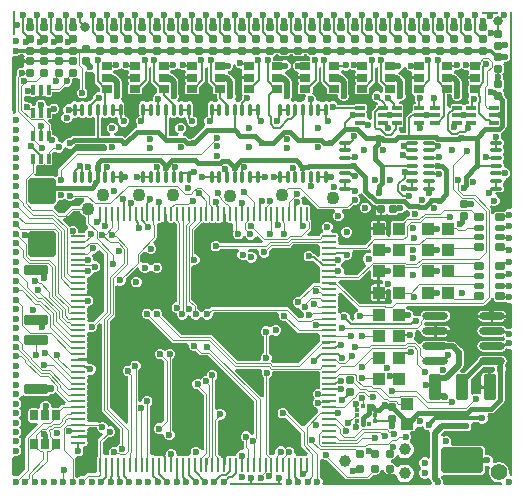
<source format=gtl>
G04*
G04 #@! TF.GenerationSoftware,Altium Limited,Altium Designer,22.11.1 (43)*
G04*
G04 Layer_Physical_Order=1*
G04 Layer_Color=255*
%FSLAX25Y25*%
%MOIN*%
G70*
G04*
G04 #@! TF.SameCoordinates,07D1034A-46FA-41E3-90C9-D2F90A9C3CC4*
G04*
G04*
G04 #@! TF.FilePolarity,Positive*
G04*
G01*
G75*
%ADD13C,0.00787*%
%ADD17C,0.01968*%
G04:AMPARAMS|DCode=18|XSize=43.31mil|YSize=84.65mil|CornerRadius=4.33mil|HoleSize=0mil|Usage=FLASHONLY|Rotation=180.000|XOffset=0mil|YOffset=0mil|HoleType=Round|Shape=RoundedRectangle|*
%AMROUNDEDRECTD18*
21,1,0.04331,0.07598,0,0,180.0*
21,1,0.03465,0.08465,0,0,180.0*
1,1,0.00866,-0.01732,0.03799*
1,1,0.00866,0.01732,0.03799*
1,1,0.00866,0.01732,-0.03799*
1,1,0.00866,-0.01732,-0.03799*
%
%ADD18ROUNDEDRECTD18*%
G04:AMPARAMS|DCode=19|XSize=43.31mil|YSize=84.65mil|CornerRadius=4.33mil|HoleSize=0mil|Usage=FLASHONLY|Rotation=180.000|XOffset=0mil|YOffset=0mil|HoleType=Round|Shape=RoundedRectangle|*
%AMROUNDEDRECTD19*
21,1,0.04331,0.07599,0,0,180.0*
21,1,0.03465,0.08465,0,0,180.0*
1,1,0.00866,-0.01732,0.03799*
1,1,0.00866,0.01732,0.03799*
1,1,0.00866,0.01732,-0.03799*
1,1,0.00866,-0.01732,-0.03799*
%
%ADD19ROUNDEDRECTD19*%
G04:AMPARAMS|DCode=20|XSize=137.8mil|YSize=84.65mil|CornerRadius=8.47mil|HoleSize=0mil|Usage=FLASHONLY|Rotation=180.000|XOffset=0mil|YOffset=0mil|HoleType=Round|Shape=RoundedRectangle|*
%AMROUNDEDRECTD20*
21,1,0.13780,0.06772,0,0,180.0*
21,1,0.12087,0.08465,0,0,180.0*
1,1,0.01693,-0.06043,0.03386*
1,1,0.01693,0.06043,0.03386*
1,1,0.01693,0.06043,-0.03386*
1,1,0.01693,-0.06043,-0.03386*
%
%ADD20ROUNDEDRECTD20*%
%ADD21O,0.05118X0.00866*%
%ADD22O,0.00866X0.05118*%
G04:AMPARAMS|DCode=23|XSize=39.37mil|YSize=43.31mil|CornerRadius=3.94mil|HoleSize=0mil|Usage=FLASHONLY|Rotation=180.000|XOffset=0mil|YOffset=0mil|HoleType=Round|Shape=RoundedRectangle|*
%AMROUNDEDRECTD23*
21,1,0.03937,0.03543,0,0,180.0*
21,1,0.03150,0.04331,0,0,180.0*
1,1,0.00787,-0.01575,0.01772*
1,1,0.00787,0.01575,0.01772*
1,1,0.00787,0.01575,-0.01772*
1,1,0.00787,-0.01575,-0.01772*
%
%ADD23ROUNDEDRECTD23*%
G04:AMPARAMS|DCode=24|XSize=23.62mil|YSize=35.43mil|CornerRadius=2.36mil|HoleSize=0mil|Usage=FLASHONLY|Rotation=0.000|XOffset=0mil|YOffset=0mil|HoleType=Round|Shape=RoundedRectangle|*
%AMROUNDEDRECTD24*
21,1,0.02362,0.03071,0,0,0.0*
21,1,0.01890,0.03543,0,0,0.0*
1,1,0.00472,0.00945,-0.01535*
1,1,0.00472,-0.00945,-0.01535*
1,1,0.00472,-0.00945,0.01535*
1,1,0.00472,0.00945,0.01535*
%
%ADD24ROUNDEDRECTD24*%
G04:AMPARAMS|DCode=25|XSize=27.56mil|YSize=23.62mil|CornerRadius=2.36mil|HoleSize=0mil|Usage=FLASHONLY|Rotation=0.000|XOffset=0mil|YOffset=0mil|HoleType=Round|Shape=RoundedRectangle|*
%AMROUNDEDRECTD25*
21,1,0.02756,0.01890,0,0,0.0*
21,1,0.02284,0.02362,0,0,0.0*
1,1,0.00472,0.01142,-0.00945*
1,1,0.00472,-0.01142,-0.00945*
1,1,0.00472,-0.01142,0.00945*
1,1,0.00472,0.01142,0.00945*
%
%ADD25ROUNDEDRECTD25*%
G04:AMPARAMS|DCode=26|XSize=23.62mil|YSize=35.43mil|CornerRadius=2.36mil|HoleSize=0mil|Usage=FLASHONLY|Rotation=90.000|XOffset=0mil|YOffset=0mil|HoleType=Round|Shape=RoundedRectangle|*
%AMROUNDEDRECTD26*
21,1,0.02362,0.03071,0,0,90.0*
21,1,0.01890,0.03543,0,0,90.0*
1,1,0.00472,0.01535,0.00945*
1,1,0.00472,0.01535,-0.00945*
1,1,0.00472,-0.01535,-0.00945*
1,1,0.00472,-0.01535,0.00945*
%
%ADD26ROUNDEDRECTD26*%
G04:AMPARAMS|DCode=27|XSize=86.61mil|YSize=90.55mil|CornerRadius=8.66mil|HoleSize=0mil|Usage=FLASHONLY|Rotation=270.000|XOffset=0mil|YOffset=0mil|HoleType=Round|Shape=RoundedRectangle|*
%AMROUNDEDRECTD27*
21,1,0.08661,0.07323,0,0,270.0*
21,1,0.06929,0.09055,0,0,270.0*
1,1,0.01732,-0.03661,-0.03465*
1,1,0.01732,-0.03661,0.03465*
1,1,0.01732,0.03661,0.03465*
1,1,0.01732,0.03661,-0.03465*
%
%ADD27ROUNDEDRECTD27*%
%ADD28C,0.03150*%
G04:AMPARAMS|DCode=29|XSize=25.59mil|YSize=31.5mil|CornerRadius=2.56mil|HoleSize=0mil|Usage=FLASHONLY|Rotation=270.000|XOffset=0mil|YOffset=0mil|HoleType=Round|Shape=RoundedRectangle|*
%AMROUNDEDRECTD29*
21,1,0.02559,0.02638,0,0,270.0*
21,1,0.02047,0.03150,0,0,270.0*
1,1,0.00512,-0.01319,-0.01024*
1,1,0.00512,-0.01319,0.01024*
1,1,0.00512,0.01319,0.01024*
1,1,0.00512,0.01319,-0.01024*
%
%ADD29ROUNDEDRECTD29*%
G04:AMPARAMS|DCode=30|XSize=17.72mil|YSize=31.5mil|CornerRadius=1.77mil|HoleSize=0mil|Usage=FLASHONLY|Rotation=270.000|XOffset=0mil|YOffset=0mil|HoleType=Round|Shape=RoundedRectangle|*
%AMROUNDEDRECTD30*
21,1,0.01772,0.02795,0,0,270.0*
21,1,0.01417,0.03150,0,0,270.0*
1,1,0.00354,-0.01398,-0.00709*
1,1,0.00354,-0.01398,0.00709*
1,1,0.00354,0.01398,0.00709*
1,1,0.00354,0.01398,-0.00709*
%
%ADD30ROUNDEDRECTD30*%
G04:AMPARAMS|DCode=31|XSize=31.5mil|YSize=78.74mil|CornerRadius=3.15mil|HoleSize=0mil|Usage=FLASHONLY|Rotation=270.000|XOffset=0mil|YOffset=0mil|HoleType=Round|Shape=RoundedRectangle|*
%AMROUNDEDRECTD31*
21,1,0.03150,0.07244,0,0,270.0*
21,1,0.02520,0.07874,0,0,270.0*
1,1,0.00630,-0.03622,-0.01260*
1,1,0.00630,-0.03622,0.01260*
1,1,0.00630,0.03622,0.01260*
1,1,0.00630,0.03622,-0.01260*
%
%ADD31ROUNDEDRECTD31*%
%ADD32O,0.01181X0.04331*%
%ADD33O,0.04331X0.01181*%
G04:AMPARAMS|DCode=34|XSize=12.6mil|YSize=31.5mil|CornerRadius=1.26mil|HoleSize=0mil|Usage=FLASHONLY|Rotation=270.000|XOffset=0mil|YOffset=0mil|HoleType=Round|Shape=RoundedRectangle|*
%AMROUNDEDRECTD34*
21,1,0.01260,0.02898,0,0,270.0*
21,1,0.01008,0.03150,0,0,270.0*
1,1,0.00252,-0.01449,-0.00504*
1,1,0.00252,-0.01449,0.00504*
1,1,0.00252,0.01449,0.00504*
1,1,0.00252,0.01449,-0.00504*
%
%ADD34ROUNDEDRECTD34*%
%ADD35O,0.08661X0.02362*%
G04:AMPARAMS|DCode=36|XSize=12.6mil|YSize=31.5mil|CornerRadius=1.26mil|HoleSize=0mil|Usage=FLASHONLY|Rotation=0.000|XOffset=0mil|YOffset=0mil|HoleType=Round|Shape=RoundedRectangle|*
%AMROUNDEDRECTD36*
21,1,0.01260,0.02898,0,0,0.0*
21,1,0.01008,0.03150,0,0,0.0*
1,1,0.00252,0.00504,-0.01449*
1,1,0.00252,-0.00504,-0.01449*
1,1,0.00252,-0.00504,0.01449*
1,1,0.00252,0.00504,0.01449*
%
%ADD36ROUNDEDRECTD36*%
%ADD37R,0.01476X0.01378*%
%ADD38R,0.01378X0.01476*%
G04:AMPARAMS|DCode=39|XSize=39.37mil|YSize=43.31mil|CornerRadius=3.94mil|HoleSize=0mil|Usage=FLASHONLY|Rotation=90.000|XOffset=0mil|YOffset=0mil|HoleType=Round|Shape=RoundedRectangle|*
%AMROUNDEDRECTD39*
21,1,0.03937,0.03543,0,0,90.0*
21,1,0.03150,0.04331,0,0,90.0*
1,1,0.00787,0.01772,0.01575*
1,1,0.00787,0.01772,-0.01575*
1,1,0.00787,-0.01772,-0.01575*
1,1,0.00787,-0.01772,0.01575*
%
%ADD39ROUNDEDRECTD39*%
G04:AMPARAMS|DCode=40|XSize=27.56mil|YSize=23.62mil|CornerRadius=2.36mil|HoleSize=0mil|Usage=FLASHONLY|Rotation=270.000|XOffset=0mil|YOffset=0mil|HoleType=Round|Shape=RoundedRectangle|*
%AMROUNDEDRECTD40*
21,1,0.02756,0.01890,0,0,270.0*
21,1,0.02284,0.02362,0,0,270.0*
1,1,0.00472,-0.00945,-0.01142*
1,1,0.00472,-0.00945,0.01142*
1,1,0.00472,0.00945,0.01142*
1,1,0.00472,0.00945,-0.01142*
%
%ADD40ROUNDEDRECTD40*%
%ADD68R,0.05512X0.00787*%
%ADD69R,0.00787X0.06299*%
%ADD70R,0.00787X0.19291*%
%ADD71R,0.17717X0.00787*%
%ADD72R,0.36221X0.00787*%
%ADD73R,0.19685X0.00787*%
%ADD74R,0.00787X0.42126*%
%ADD75R,0.00787X0.08268*%
%ADD76R,0.00787X0.65748*%
%ADD77R,0.00787X0.07874*%
%ADD78C,0.03100*%
%ADD79C,0.00492*%
%ADD80C,0.01575*%
%ADD81C,0.01181*%
%ADD82C,0.02362*%
%ADD83C,0.03900*%
%ADD84C,0.04331*%
%ADD85C,0.05512*%
G36*
X4168Y142971D02*
Y142879D01*
X3985Y142606D01*
X3921Y142283D01*
Y141831D01*
X5906D01*
Y140847D01*
X3921D01*
Y140394D01*
X3985Y140071D01*
X4159Y139811D01*
X4168Y139789D01*
Y139750D01*
X3556Y139220D01*
X3441Y139173D01*
X2797D01*
X2146Y138903D01*
X1648Y138405D01*
X1378Y137754D01*
Y137049D01*
X1530Y136682D01*
X1342Y136495D01*
X1158Y136218D01*
X1093Y135891D01*
Y124590D01*
X1158Y124264D01*
X735Y124039D01*
X0Y124582D01*
Y142601D01*
X787Y143127D01*
X829Y143110D01*
X1534D01*
X2185Y143380D01*
X2482Y143678D01*
X3520D01*
X4168Y142971D01*
D02*
G37*
G36*
X98079Y143614D02*
X98262Y143341D01*
X98536Y143158D01*
X98655Y143134D01*
X99009Y142617D01*
X99108Y142307D01*
X99016Y142085D01*
Y141380D01*
X98999Y141355D01*
X96102D01*
X95984Y141331D01*
X95670Y141461D01*
X94965D01*
X94314Y141191D01*
X93816Y140693D01*
X93546Y140042D01*
Y139337D01*
X93816Y138686D01*
X94314Y138187D01*
X94965Y137918D01*
X94999D01*
X95037Y137876D01*
X95348Y137130D01*
X95323Y137094D01*
X95259Y136772D01*
Y136319D01*
X97638D01*
Y135335D01*
X95259D01*
Y134882D01*
X95323Y134559D01*
X95406Y134436D01*
X95506Y134268D01*
X95506Y133645D01*
X95406Y133478D01*
X95323Y133354D01*
X95259Y133031D01*
Y131142D01*
X95323Y130819D01*
X95506Y130546D01*
X95780Y130363D01*
X96102Y130299D01*
X97511D01*
X97896Y129570D01*
X97627Y128919D01*
Y128563D01*
X97615Y128539D01*
X96993Y127998D01*
X96899Y127966D01*
X96850Y127976D01*
X96390Y127884D01*
X96012Y127632D01*
X95999Y127623D01*
X95143D01*
X95130Y127632D01*
X94752Y127884D01*
X94291Y127976D01*
X93831Y127884D01*
X93453Y127632D01*
X93440Y127623D01*
X93379D01*
X92725Y128411D01*
X92736Y128469D01*
X92988Y128721D01*
X93258Y129372D01*
Y130077D01*
X93092Y130478D01*
Y134477D01*
X92970Y135091D01*
X92622Y135612D01*
X92621Y135612D01*
X91468Y136765D01*
X90948Y137113D01*
X90805Y137299D01*
X90848Y137511D01*
X91249Y138087D01*
X91900Y138356D01*
X92398Y138855D01*
X92668Y139506D01*
Y140211D01*
X92398Y140862D01*
X91900Y141360D01*
X91249Y141630D01*
X90544D01*
X89893Y141360D01*
X89860Y141328D01*
X89724Y141355D01*
X86828D01*
X86811Y141380D01*
Y142085D01*
X86719Y142307D01*
X86817Y142617D01*
X87172Y143134D01*
X87291Y143158D01*
X87564Y143341D01*
X87747Y143614D01*
X87760Y143678D01*
X88618D01*
X88631Y143614D01*
X88813Y143341D01*
X89087Y143158D01*
X89409Y143094D01*
X91693D01*
X92015Y143158D01*
X92289Y143341D01*
X92472Y143614D01*
X92484Y143678D01*
X93342D01*
X93355Y143614D01*
X93538Y143341D01*
X93811Y143158D01*
X94134Y143094D01*
X96417D01*
X96740Y143158D01*
X97013Y143341D01*
X97196Y143614D01*
X97209Y143678D01*
X98067D01*
X98079Y143614D01*
D02*
G37*
G36*
X150121Y138712D02*
X150178Y138656D01*
X150829Y138386D01*
X151533D01*
X151575Y138403D01*
X152199Y137917D01*
Y137385D01*
X152099Y137218D01*
X152016Y137094D01*
X151952Y136772D01*
Y136319D01*
X154331D01*
Y135335D01*
X151952D01*
Y134882D01*
X152016Y134559D01*
X152099Y134436D01*
X152199Y134268D01*
X152199Y133645D01*
X152099Y133478D01*
X152016Y133354D01*
X151952Y133031D01*
Y131142D01*
X152016Y130819D01*
X152199Y130546D01*
X152203Y129709D01*
X152190Y129677D01*
X151933Y129058D01*
Y128353D01*
X152162Y127802D01*
X152146Y127724D01*
Y127022D01*
X151504D01*
X151224Y126966D01*
X151043Y126846D01*
X150949Y126808D01*
X150232Y126808D01*
X150137Y126846D01*
X149957Y126966D01*
X149677Y127022D01*
X146780D01*
X146500Y126966D01*
X146263Y126808D01*
X146105Y126571D01*
X146049Y126291D01*
Y126114D01*
X145726Y125865D01*
X144938Y126253D01*
Y130299D01*
X145680D01*
X146407Y130077D01*
Y129372D01*
X146677Y128721D01*
X147176Y128223D01*
X147827Y127953D01*
X148531D01*
X149183Y128223D01*
X149681Y128721D01*
X149951Y129372D01*
Y130077D01*
X149785Y130478D01*
Y134477D01*
X149663Y135091D01*
X149314Y135612D01*
X149314Y135612D01*
X148161Y136765D01*
X147641Y137113D01*
X147217Y137198D01*
X147042Y137913D01*
X147627Y138408D01*
X147679Y138386D01*
X148384D01*
X149035Y138656D01*
X149092Y138712D01*
X149606Y139099D01*
X150121Y138712D01*
D02*
G37*
G36*
X102933Y139463D02*
Y134646D01*
X103010Y134262D01*
X103227Y133936D01*
X104708Y132455D01*
Y131142D01*
X104772Y130819D01*
X104955Y130546D01*
X105229Y130363D01*
X105551Y130299D01*
X107885D01*
X108612Y130077D01*
Y129372D01*
X108882Y128721D01*
X109380Y128223D01*
X110031Y127953D01*
X110736D01*
X111387Y128223D01*
X111886Y128721D01*
X112155Y129372D01*
Y130077D01*
X111989Y130478D01*
Y134477D01*
X111867Y135091D01*
X111519Y135612D01*
X111519Y135612D01*
X110366Y136765D01*
X109845Y137113D01*
X109444Y137952D01*
X109498Y138121D01*
X110251Y138397D01*
X110791Y138173D01*
X111495D01*
X112147Y138443D01*
X112612Y138908D01*
X112993Y138528D01*
X113644Y138258D01*
X114249D01*
X114304Y138176D01*
X114404Y138008D01*
Y137385D01*
X114304Y137218D01*
X114221Y137094D01*
X114157Y136772D01*
Y136319D01*
X116535D01*
Y135335D01*
X114157D01*
Y134882D01*
X114221Y134559D01*
X114304Y134436D01*
X114404Y134268D01*
X114404Y133645D01*
X114304Y133478D01*
X114221Y133354D01*
X114157Y133031D01*
Y131142D01*
X114221Y130819D01*
X114404Y130546D01*
X114677Y130363D01*
X115000Y130299D01*
X118071D01*
X118393Y130363D01*
X118667Y130546D01*
X118850Y130819D01*
X118914Y131142D01*
Y132455D01*
X120690Y134231D01*
X120907Y134557D01*
X120984Y134941D01*
X120984Y139082D01*
X121771Y139503D01*
X121831Y139463D01*
Y134646D01*
X121907Y134262D01*
X122125Y133936D01*
X123606Y132455D01*
Y131194D01*
X123486Y131090D01*
X122867Y130819D01*
X122657Y131029D01*
X122006Y131299D01*
X121301D01*
X120650Y131029D01*
X120152Y130531D01*
X119882Y129880D01*
Y129175D01*
X120152Y128524D01*
X120650Y128026D01*
X121301Y127756D01*
X121630D01*
X121706Y126989D01*
X121697Y126966D01*
X121460Y126808D01*
X121301Y126571D01*
X121246Y126291D01*
Y126111D01*
X120157Y125022D01*
X119939Y124696D01*
X119863Y124312D01*
Y122202D01*
X119075Y121775D01*
X118742Y121913D01*
X118660D01*
X118505Y122052D01*
X118119Y122700D01*
X118124Y122724D01*
Y123732D01*
X118069Y124012D01*
X117910Y124251D01*
Y124765D01*
X118069Y125004D01*
X118124Y125284D01*
Y126291D01*
X118069Y126571D01*
X117910Y126808D01*
X117673Y126966D01*
X117394Y127022D01*
X114496D01*
X114216Y126966D01*
X113979Y126808D01*
X113968Y126791D01*
X108476D01*
X108320Y127168D01*
X107822Y127666D01*
X107171Y127936D01*
X106466D01*
X105815Y127666D01*
X105737Y127588D01*
X105379Y127623D01*
X104988Y127884D01*
X104527Y127976D01*
X104067Y127884D01*
X103689Y127632D01*
X103676Y127623D01*
X102820D01*
X102807Y127632D01*
X102429Y127884D01*
X101969Y127976D01*
X101897Y127962D01*
X101796Y127997D01*
X101192Y128514D01*
X101170Y128559D01*
Y128919D01*
X100900Y129570D01*
X100402Y130069D01*
X100379Y130078D01*
X99952Y130819D01*
X100016Y131142D01*
Y132455D01*
X101792Y134231D01*
X102010Y134557D01*
X102086Y134941D01*
Y139082D01*
X102874Y139503D01*
X102933Y139463D01*
D02*
G37*
G36*
X65138Y139463D02*
X65138Y134646D01*
X65215Y134262D01*
X65432Y133936D01*
X66913Y132455D01*
Y131142D01*
X66977Y130819D01*
X67160Y130546D01*
X67433Y130363D01*
X67756Y130299D01*
X68288D01*
Y129134D01*
X68364Y128750D01*
X68410Y128682D01*
X68416Y128491D01*
X68289Y127906D01*
X68180Y127713D01*
X68059Y127632D01*
X68046Y127623D01*
X67190D01*
X67177Y127632D01*
X66799Y127884D01*
X66338Y127976D01*
X65878Y127884D01*
X65487Y127623D01*
X65226Y127233D01*
X65134Y126772D01*
Y123622D01*
X65226Y123161D01*
X65157Y122933D01*
X64745Y122762D01*
X64246Y122263D01*
X63976Y121612D01*
Y120907D01*
X64187Y120399D01*
X64200Y120122D01*
X63961Y119428D01*
X63769Y119299D01*
X60218Y115748D01*
X60081D01*
X59559Y115532D01*
X58635D01*
X58115Y116052D01*
X57659Y116357D01*
X57122Y116464D01*
X56914D01*
X56757Y117251D01*
X57106Y117396D01*
X57604Y117894D01*
X57874Y118545D01*
Y119250D01*
X57604Y119901D01*
X57106Y120400D01*
X56455Y120669D01*
X55750D01*
X55099Y120400D01*
X54600Y119901D01*
X54331Y119250D01*
Y118545D01*
X54600Y117894D01*
X55099Y117396D01*
X55447Y117251D01*
X55291Y116464D01*
X52185D01*
Y122407D01*
X52596Y122619D01*
X52972Y122715D01*
X53279Y122510D01*
X53740Y122418D01*
X54201Y122510D01*
X54532Y122731D01*
X54580Y122762D01*
X55020Y122767D01*
X55459Y122762D01*
X55508Y122731D01*
X55838Y122510D01*
X56299Y122418D01*
X56760Y122510D01*
X57067Y122715D01*
X57579Y122585D01*
X57870Y122430D01*
X57931Y122125D01*
X58148Y121799D01*
X58071Y121612D01*
Y120907D01*
X58341Y120256D01*
X58839Y119758D01*
X59490Y119488D01*
X60195D01*
X60846Y119758D01*
X61344Y120256D01*
X61614Y120907D01*
Y121612D01*
X61344Y122263D01*
X60846Y122762D01*
X60649Y122843D01*
X60189Y123059D01*
X60062Y123622D01*
Y126772D01*
X59971Y127233D01*
X59710Y127623D01*
X59319Y127884D01*
X58858Y127976D01*
X58397Y127884D01*
X58020Y127632D01*
X58007Y127623D01*
X57151D01*
X57138Y127632D01*
X56760Y127884D01*
X56299Y127976D01*
X55838Y127884D01*
X55517Y127669D01*
X55327Y127708D01*
X54885Y128356D01*
X54883Y128411D01*
X55193Y128721D01*
X55462Y129372D01*
Y130077D01*
X55297Y130478D01*
Y134477D01*
X55297Y134477D01*
X55174Y135091D01*
X54826Y135612D01*
X54826Y135612D01*
X53673Y136765D01*
X53673Y136765D01*
X53152Y137113D01*
X52729Y137198D01*
X52554Y137913D01*
X53139Y138408D01*
X53191Y138386D01*
X53896D01*
X54547Y138656D01*
X54604Y138712D01*
X55118Y139099D01*
X55633Y138712D01*
X55689Y138656D01*
X56340Y138386D01*
X57045D01*
X57087Y138403D01*
X57711Y137917D01*
Y137385D01*
X57611Y137218D01*
X57528Y137094D01*
X57464Y136772D01*
Y136319D01*
X59842D01*
Y135335D01*
X57464D01*
Y134882D01*
X57528Y134559D01*
X57611Y134436D01*
X57711Y134268D01*
Y133645D01*
X57611Y133478D01*
X57528Y133354D01*
X57464Y133031D01*
Y131142D01*
X57528Y130819D01*
X57711Y130546D01*
X57984Y130363D01*
X58307Y130299D01*
X61378D01*
X61700Y130363D01*
X61974Y130546D01*
X62157Y130819D01*
X62221Y131142D01*
Y132455D01*
X63997Y134231D01*
X64214Y134557D01*
X64291Y134941D01*
X64291Y139082D01*
X65078Y139503D01*
X65138Y139463D01*
D02*
G37*
G36*
X46240Y139463D02*
Y134646D01*
X46317Y134262D01*
X46534Y133936D01*
X48015Y132455D01*
Y131142D01*
X48079Y130819D01*
X47618Y130242D01*
X47120Y129744D01*
X46850Y129093D01*
Y128561D01*
X46832Y128522D01*
X46418Y128108D01*
X46178Y127953D01*
X46063Y127976D01*
X45602Y127884D01*
X45224Y127632D01*
X45211Y127623D01*
X44356D01*
X44342Y127632D01*
X43965Y127884D01*
X43504Y127976D01*
X43043Y127884D01*
X42652Y127623D01*
X42391Y127233D01*
X42300Y126772D01*
Y123622D01*
X42391Y123161D01*
X42322Y122933D01*
X41910Y122762D01*
X41412Y122263D01*
X41142Y121612D01*
Y120907D01*
X41412Y120256D01*
X41660Y120007D01*
X41503Y119451D01*
X41351Y119203D01*
X40899Y119113D01*
X40444Y118808D01*
X37492Y115857D01*
X37296Y116052D01*
X36840Y116357D01*
X36303Y116464D01*
X34080D01*
X33923Y117251D01*
X34271Y117396D01*
X34770Y117894D01*
X35039Y118545D01*
Y119250D01*
X34770Y119901D01*
X34271Y120400D01*
X33620Y120669D01*
X32915D01*
X32264Y120400D01*
X31766Y119901D01*
X31496Y119250D01*
Y118545D01*
X31766Y117894D01*
X32264Y117396D01*
X32612Y117251D01*
X32456Y116464D01*
X29350D01*
Y122407D01*
X29761Y122619D01*
X30137Y122715D01*
X30445Y122510D01*
X30906Y122418D01*
X31366Y122510D01*
X31697Y122731D01*
X31745Y122762D01*
X32185Y122767D01*
X32625Y122762D01*
X32673Y122731D01*
X33004Y122510D01*
X33465Y122418D01*
X33925Y122510D01*
X34233Y122715D01*
X34744Y122585D01*
X35036Y122430D01*
X35096Y122125D01*
X35314Y121799D01*
X35236Y121612D01*
Y120907D01*
X35506Y120256D01*
X36004Y119758D01*
X36656Y119488D01*
X37360D01*
X38011Y119758D01*
X38510Y120256D01*
X38780Y120907D01*
Y121612D01*
X38510Y122263D01*
X38011Y122762D01*
X37815Y122843D01*
X37354Y123059D01*
X37228Y123622D01*
Y126772D01*
X37136Y127233D01*
X36875Y127623D01*
X36537Y127849D01*
X36476Y127922D01*
X36295Y128721D01*
X36565Y129372D01*
Y130077D01*
X36399Y130478D01*
Y134477D01*
X36277Y135091D01*
X35929Y135612D01*
X35929Y135612D01*
X34776Y136765D01*
X34255Y137113D01*
X33811Y137202D01*
X33628Y137553D01*
Y137917D01*
X34251Y138403D01*
X34293Y138386D01*
X34998D01*
X35649Y138656D01*
X35706Y138712D01*
X36220Y139099D01*
X36735Y138712D01*
X36792Y138656D01*
X37443Y138386D01*
X38148D01*
X38190Y138403D01*
X38813Y137917D01*
Y137385D01*
X38713Y137218D01*
X38631Y137094D01*
X38566Y136772D01*
Y136319D01*
X40945D01*
Y135335D01*
X38566D01*
Y134882D01*
X38631Y134559D01*
X38713Y134436D01*
X38813Y134268D01*
X38813Y133645D01*
X38713Y133478D01*
X38631Y133354D01*
X38566Y133031D01*
Y131142D01*
X38631Y130819D01*
X38813Y130546D01*
X39087Y130363D01*
X39409Y130299D01*
X42480D01*
X42803Y130363D01*
X43076Y130546D01*
X43259Y130819D01*
X43323Y131142D01*
Y132455D01*
X45099Y134231D01*
X45317Y134557D01*
X45393Y134941D01*
Y139082D01*
X46181Y139503D01*
X46240Y139463D01*
D02*
G37*
G36*
X24981Y137868D02*
X25632Y137598D01*
X26337D01*
X26555Y137689D01*
X27343Y137194D01*
Y134646D01*
X27419Y134262D01*
X27637Y133936D01*
X29118Y132455D01*
Y131633D01*
X29100Y131136D01*
X28388Y130905D01*
X27737Y130636D01*
X27238Y130137D01*
X26969Y129486D01*
Y128901D01*
X26001Y127933D01*
X25787Y127976D01*
X25326Y127884D01*
X24996Y127663D01*
X24947Y127631D01*
X24508Y127627D01*
X24068Y127631D01*
X24020Y127663D01*
X23689Y127884D01*
X23228Y127976D01*
X22768Y127884D01*
X22390Y127632D01*
X22377Y127623D01*
X21521Y127623D01*
X21508Y127632D01*
X21130Y127884D01*
X20669Y127976D01*
X20208Y127884D01*
X19818Y127623D01*
X19557Y127233D01*
X19059Y126966D01*
X19053Y126969D01*
X18348D01*
X17697Y126699D01*
X17199Y126200D01*
X16929Y125549D01*
Y124845D01*
X16979Y124725D01*
X17077Y123913D01*
X16578Y123414D01*
X16308Y122763D01*
Y122058D01*
X16578Y121407D01*
X17077Y120909D01*
X17728Y120639D01*
X18433D01*
X19084Y120909D01*
X19582Y121407D01*
X19768Y121857D01*
X19928Y122094D01*
X20639Y122424D01*
X20669Y122418D01*
X21130Y122510D01*
X21508Y122762D01*
X21521Y122771D01*
X22377Y122771D01*
X22390Y122762D01*
X22768Y122510D01*
X23228Y122418D01*
X23689Y122510D01*
X24020Y122730D01*
X24068Y122762D01*
X24508Y122767D01*
X24947Y122762D01*
X24996Y122730D01*
X25326Y122510D01*
X25787Y122418D01*
X26248Y122510D01*
X26555Y122715D01*
X26932Y122619D01*
X27343Y122407D01*
Y116464D01*
X20390D01*
X19853Y116357D01*
X19397Y116052D01*
X19092Y115748D01*
X18742D01*
X18091Y115478D01*
X17593Y114980D01*
X17323Y114329D01*
Y114249D01*
X16535Y113923D01*
X16358Y114100D01*
X15707Y114370D01*
X15059Y114608D01*
X15059Y115313D01*
X14789Y115964D01*
X14291Y116463D01*
X13640Y116732D01*
X13242D01*
Y117787D01*
X13187Y118067D01*
X13028Y118304D01*
X12861Y118416D01*
Y119919D01*
X12796Y120245D01*
X12611Y120522D01*
X11887Y121246D01*
X12213Y122033D01*
X12512D01*
X12791Y122089D01*
X13028Y122247D01*
X13187Y122484D01*
X13242Y122764D01*
Y123564D01*
X13329Y123622D01*
X14033D01*
X14685Y123892D01*
X15183Y124390D01*
X15453Y125041D01*
Y125746D01*
X15183Y126397D01*
X14685Y126896D01*
X14033Y127165D01*
X13329D01*
X12677Y126896D01*
X12226Y126444D01*
X11449Y126535D01*
X11220Y127124D01*
X10951Y127775D01*
X10452Y128274D01*
X9801Y128543D01*
X9096D01*
X8445Y128274D01*
X7947Y127775D01*
X7677Y127124D01*
X7400Y126409D01*
X6950Y126392D01*
X6558D01*
X6351Y126892D01*
X5853Y127390D01*
X5201Y127660D01*
X4497D01*
X3783Y128216D01*
Y129297D01*
X4570Y129805D01*
X4766Y129724D01*
X5471D01*
X5784Y129854D01*
X5869Y129727D01*
X6106Y129569D01*
X6386Y129514D01*
X7394D01*
X7609Y129556D01*
X7673Y129569D01*
X8169Y129664D01*
X8665Y129569D01*
X8729Y129556D01*
X8945Y129514D01*
X8957D01*
Y131693D01*
X9941D01*
Y129514D01*
X9953D01*
X10168Y129556D01*
X10232Y129569D01*
X10728Y129664D01*
X11224Y129569D01*
X11288Y129556D01*
X11504Y129514D01*
X12512D01*
X12791Y129569D01*
X13028Y129727D01*
X13187Y129964D01*
X13242Y130244D01*
Y131037D01*
X15354D01*
X15681Y131102D01*
X15958Y131287D01*
X17607Y132936D01*
X17758Y132874D01*
X18463D01*
X19114Y133144D01*
X19612Y133642D01*
X19882Y134293D01*
Y134998D01*
X20293Y135614D01*
X21220D01*
X21543Y135678D01*
X21588Y135708D01*
X22317Y135411D01*
X22375Y135359D01*
Y132273D01*
X22225Y132211D01*
X21726Y131712D01*
X21457Y131061D01*
Y130356D01*
X21726Y129705D01*
X22225Y129207D01*
X22876Y128937D01*
X23581D01*
X24232Y129207D01*
X24730Y129705D01*
X25000Y130356D01*
Y131061D01*
X24730Y131712D01*
X24232Y132211D01*
X24081Y132273D01*
Y137654D01*
X24869Y137980D01*
X24981Y137868D01*
D02*
G37*
G36*
X74487Y139666D02*
X74985Y139168D01*
X75637Y138898D01*
X76362Y138622D01*
X76426Y138300D01*
X76508Y138176D01*
X76609Y138008D01*
Y137385D01*
X76508Y137218D01*
X76426Y137094D01*
X76362Y136772D01*
Y136319D01*
X78740D01*
Y135335D01*
X76362D01*
Y134882D01*
X76426Y134559D01*
X76509Y134436D01*
X76609Y134268D01*
Y133645D01*
X76509Y133478D01*
X76426Y133354D01*
X76362Y133031D01*
Y131142D01*
X76426Y130819D01*
X76609Y130546D01*
X76674Y129892D01*
X76404Y129241D01*
Y128536D01*
X76404Y128536D01*
X75941Y128073D01*
X75723Y127747D01*
X75296Y127595D01*
X74867Y127623D01*
X74854Y127632D01*
X74477Y127884D01*
X74385Y127902D01*
X74090Y128721D01*
X74360Y129372D01*
Y130077D01*
X74194Y130478D01*
Y134477D01*
X74072Y135091D01*
X73724Y135612D01*
X73724Y135612D01*
X72571Y136765D01*
X72050Y137113D01*
X71920Y137139D01*
X71998Y137927D01*
X72072D01*
X72723Y138196D01*
X73222Y138695D01*
X73491Y139346D01*
Y140051D01*
X74219Y140314D01*
X74487Y139666D01*
D02*
G37*
G36*
X131188Y139427D02*
X131426Y138852D01*
X131924Y138354D01*
X132576Y138084D01*
X132957D01*
X133172Y137636D01*
X133253Y137303D01*
X133201Y137218D01*
X133119Y137094D01*
X133055Y136772D01*
Y136319D01*
X135433D01*
Y135335D01*
X133055D01*
Y134882D01*
X133119Y134559D01*
X133202Y134436D01*
X133301Y134268D01*
Y133645D01*
X133202Y133478D01*
X133119Y133354D01*
X133055Y133031D01*
Y131142D01*
X133119Y130819D01*
X133301Y130546D01*
X133575Y130363D01*
X133613Y130356D01*
X134043Y129751D01*
X134106Y129511D01*
X134055Y129388D01*
Y128683D01*
X134325Y128032D01*
X134547Y127809D01*
X134436Y127022D01*
X134181D01*
X133902Y126966D01*
X133665Y126808D01*
X133506Y126571D01*
X133450Y126291D01*
Y125284D01*
X133506Y125004D01*
X133163Y124249D01*
X133147Y124232D01*
X133071D01*
X132687Y124155D01*
X132361Y123938D01*
X131539Y123116D01*
X131321Y122790D01*
X131245Y122406D01*
Y117547D01*
X129270D01*
X129233Y117578D01*
X128881Y118334D01*
X128908Y118375D01*
X128984Y118759D01*
Y119435D01*
X129598D01*
X129878Y119490D01*
X130115Y119649D01*
X130273Y119886D01*
X130329Y120165D01*
Y121173D01*
X130273Y121453D01*
X130115Y121692D01*
Y122206D01*
X130273Y122445D01*
X130329Y122724D01*
Y123732D01*
X130273Y124012D01*
X130115Y124251D01*
Y124765D01*
X130273Y125004D01*
X130329Y125284D01*
Y126291D01*
X130273Y126571D01*
X130115Y126808D01*
X129878Y126966D01*
X129598Y127022D01*
X128862D01*
X128704Y127225D01*
X128791Y127508D01*
X129274Y127953D01*
X129634D01*
X130285Y128223D01*
X130783Y128721D01*
X131053Y129372D01*
Y130077D01*
X130887Y130478D01*
Y134477D01*
X130887Y134477D01*
X130765Y135091D01*
X130417Y135612D01*
X130417Y135612D01*
X129264Y136765D01*
X128743Y137113D01*
X128667Y137297D01*
X129013Y138084D01*
X129664Y138354D01*
X130163Y138852D01*
X130401Y139427D01*
X130795Y139467D01*
X131188Y139427D01*
D02*
G37*
G36*
X31496Y112951D02*
Y112246D01*
X31527Y112172D01*
X31001Y111384D01*
X21597D01*
X21270Y111320D01*
X20994Y111135D01*
X15471Y105612D01*
X15286Y105335D01*
X15221Y105009D01*
Y103271D01*
X15071Y103209D01*
X14572Y102710D01*
X14391Y102655D01*
X14072Y102868D01*
X13504Y102981D01*
X7633D01*
X7331Y103709D01*
X7493Y103870D01*
X7678Y104147D01*
X7743Y104474D01*
Y106502D01*
X8148Y106733D01*
X8504Y106841D01*
X8665Y106735D01*
X8945Y106679D01*
X9953D01*
X10232Y106735D01*
X10471Y106893D01*
X10985D01*
X11224Y106735D01*
X11504Y106679D01*
X12512D01*
X12791Y106735D01*
X13028Y106893D01*
X13187Y107130D01*
X13242Y107410D01*
Y110307D01*
X13241Y110315D01*
X13650Y110969D01*
X13797Y111091D01*
X14351Y111097D01*
X15002Y110827D01*
X15707D01*
X16358Y111097D01*
X16856Y111595D01*
X17126Y112246D01*
Y112326D01*
X17913Y112652D01*
X18091Y112475D01*
X18742Y112205D01*
X19447D01*
X20098Y112475D01*
X20596Y112973D01*
X20812Y113494D01*
X20972Y113654D01*
X30935D01*
X31496Y112951D01*
D02*
G37*
G36*
X166535Y141987D02*
Y104684D01*
X165748Y104527D01*
X165577Y104941D01*
X165078Y105439D01*
X164573Y105649D01*
X164408Y105744D01*
X163999Y106496D01*
X163908Y106957D01*
X163655Y107335D01*
X163647Y107348D01*
Y108203D01*
X163655Y108217D01*
X163908Y108594D01*
X163999Y109055D01*
X163908Y109516D01*
X163655Y109894D01*
X163647Y109907D01*
Y110762D01*
X163655Y110776D01*
X163908Y111153D01*
X163999Y111614D01*
X163908Y112075D01*
X163655Y112453D01*
X163647Y112466D01*
Y113321D01*
X163655Y113335D01*
X163908Y113712D01*
X163999Y114173D01*
X163908Y114634D01*
X163647Y115025D01*
X163256Y115286D01*
X162990Y115784D01*
X162992Y115789D01*
Y116494D01*
X162978Y116528D01*
X162854Y117251D01*
X163300Y117609D01*
X164281Y118590D01*
X164585Y119046D01*
X164692Y119583D01*
Y122704D01*
X164764Y122876D01*
Y123581D01*
X164692Y123753D01*
Y128445D01*
X164585Y128982D01*
X164281Y129438D01*
X163796Y129923D01*
Y130669D01*
X163732Y130992D01*
X163558Y131252D01*
X163549Y131274D01*
Y132112D01*
X163558Y132134D01*
X163732Y132394D01*
X163796Y132717D01*
Y134606D01*
X163732Y134929D01*
X163549Y135202D01*
X163455Y135265D01*
X163583Y135573D01*
Y136278D01*
X163547Y136363D01*
X163321Y136939D01*
X163549Y137239D01*
X163732Y137512D01*
X163796Y137835D01*
Y139724D01*
X163732Y140047D01*
X163618Y140218D01*
X163784Y140658D01*
X163995Y140962D01*
X164427D01*
X165078Y141231D01*
X165577Y141730D01*
X165748Y142143D01*
X166535Y141987D01*
D02*
G37*
G36*
X23933Y95456D02*
X23956Y95368D01*
X23682Y94434D01*
X23505Y94331D01*
X22992Y93818D01*
X22629Y93190D01*
X22572Y92979D01*
X19727D01*
X19400Y92914D01*
X19124Y92729D01*
X17060Y90666D01*
X15661D01*
X13957Y92369D01*
X13993Y92835D01*
X14128Y93232D01*
X14554Y93517D01*
X14876Y93999D01*
X14966Y94453D01*
X15171Y94660D01*
X15777Y94970D01*
X15803Y94959D01*
X16508D01*
X17159Y95229D01*
X17789Y95453D01*
X18288Y94955D01*
X18939Y94685D01*
X19644D01*
X20295Y94955D01*
X20793Y95453D01*
X20856Y95604D01*
X23831D01*
X23933Y95456D01*
D02*
G37*
G36*
X116626Y97198D02*
X120035Y93790D01*
X120490Y93485D01*
X121028Y93379D01*
X121061Y93339D01*
X121047Y93268D01*
Y92618D01*
X122835D01*
Y92126D01*
X123327D01*
Y90141D01*
X123779D01*
X124102Y90205D01*
X124362Y90379D01*
X124384Y90388D01*
X125222D01*
X125244Y90379D01*
X125504Y90205D01*
X125827Y90141D01*
X127717D01*
X128039Y90205D01*
X128313Y90388D01*
X128495Y90662D01*
X128504Y90666D01*
X128781Y90551D01*
X129486D01*
X130137Y90821D01*
X130636Y91319D01*
X130685Y91439D01*
X131593Y91768D01*
X131987Y91690D01*
X132289Y91326D01*
X132501Y90874D01*
X132480Y90823D01*
Y90118D01*
X131924Y89404D01*
X131661D01*
X131335Y89339D01*
X131058Y89154D01*
X130112Y88208D01*
X127165D01*
X126781Y88132D01*
X126456Y87914D01*
X126238Y87589D01*
X126162Y87205D01*
Y83662D01*
X126169Y83625D01*
X125715Y82929D01*
X125394Y82873D01*
X125073Y82929D01*
X124618Y83625D01*
X124626Y83662D01*
Y84941D01*
X122047D01*
X119469D01*
Y83662D01*
X119545Y83277D01*
X119763Y82952D01*
X119636Y82089D01*
X117534Y79987D01*
X109071D01*
X108634Y80655D01*
X108616Y80774D01*
X108681Y81102D01*
X108602Y81502D01*
X108376Y81840D01*
Y82333D01*
X108602Y82671D01*
X108681Y83071D01*
X108602Y83470D01*
X108376Y83809D01*
X108037Y84035D01*
X107638Y84115D01*
X106607D01*
X106281Y84902D01*
X106423Y85044D01*
X106693Y85695D01*
Y86400D01*
X106423Y87051D01*
X105925Y87550D01*
X105274Y87819D01*
X104569D01*
X103918Y87550D01*
X103420Y87051D01*
X103150Y86400D01*
Y85695D01*
X103420Y85044D01*
X103562Y84902D01*
X103459Y84440D01*
X103261Y84090D01*
X102986Y84035D01*
X102648Y83809D01*
X102422Y83470D01*
X102383Y83274D01*
X102048Y82940D01*
X98347D01*
X98045Y83667D01*
X99335Y84957D01*
X99520Y85233D01*
X99585Y85560D01*
Y87624D01*
X99520Y87950D01*
X99335Y88227D01*
X99174Y88388D01*
Y92579D01*
X99094Y92978D01*
X98868Y93317D01*
X98529Y93543D01*
X98130Y93622D01*
X97730Y93543D01*
X97392Y93317D01*
X97264Y93317D01*
X96653Y93900D01*
Y94604D01*
X96384Y95255D01*
X96180Y95459D01*
X96565Y96188D01*
X97335Y96341D01*
X101513Y92163D01*
X101790Y91978D01*
X102116Y91913D01*
X107276D01*
X107351Y91786D01*
X107518Y91125D01*
X107159Y90767D01*
X106890Y90116D01*
Y89411D01*
X107159Y88760D01*
X107658Y88262D01*
X108309Y87992D01*
X109014D01*
X109665Y88262D01*
X110163Y88760D01*
X110433Y89411D01*
Y90116D01*
X110163Y90767D01*
X109805Y91125D01*
X109972Y91786D01*
X110047Y91913D01*
X111663D01*
X111990Y91978D01*
X112267Y92163D01*
X113572Y93468D01*
X113722Y93406D01*
X114427D01*
X115078Y93675D01*
X115577Y94174D01*
X115846Y94825D01*
Y95530D01*
X115577Y96181D01*
X115202Y96555D01*
X115675Y97028D01*
X115720Y97137D01*
X116609Y97224D01*
X116626Y97198D01*
D02*
G37*
G36*
X166535Y103190D02*
Y92438D01*
X165748Y91912D01*
X165707Y91929D01*
X165002D01*
X164351Y91659D01*
X163852Y91161D01*
X163851Y91158D01*
X161279D01*
X160949Y91093D01*
X160669Y90906D01*
X160482Y90626D01*
X160450Y90461D01*
X159662Y90539D01*
Y91851D01*
X159597Y92178D01*
X159412Y92454D01*
X159112Y92755D01*
X159613Y93334D01*
X160265Y93065D01*
X160969D01*
X161620Y93334D01*
X162119Y93833D01*
X162389Y94484D01*
Y95189D01*
X162119Y95840D01*
X161620Y96338D01*
X161376Y96439D01*
X160971Y97285D01*
X160972Y97394D01*
X161064Y97615D01*
X162795D01*
X163256Y97706D01*
X163647Y97967D01*
X163908Y98358D01*
X163999Y98819D01*
X163908Y99280D01*
X163655Y99657D01*
X163647Y99671D01*
Y100526D01*
X163655Y100540D01*
X163908Y100917D01*
X163999Y101378D01*
X164408Y102130D01*
X164573Y102226D01*
X165078Y102435D01*
X165577Y102934D01*
X165748Y103347D01*
X166535Y103190D01*
D02*
G37*
G36*
X51378Y87425D02*
X51624Y87589D01*
X52116Y87589D01*
X52455Y87363D01*
X52854Y87283D01*
X53254Y87363D01*
X53592Y87589D01*
X54085Y87589D01*
X54423Y87363D01*
X54493Y87349D01*
X54716Y87126D01*
Y60980D01*
X54470D01*
X53819Y60710D01*
X53321Y60212D01*
X53051Y59561D01*
Y58856D01*
X53321Y58205D01*
X53819Y57706D01*
X54470Y57437D01*
X54528D01*
X54830Y57329D01*
Y56624D01*
X55100Y55973D01*
X55598Y55474D01*
X56249Y55205D01*
X56954D01*
X57605Y55474D01*
X58104Y55973D01*
X58374Y56624D01*
X58449Y56668D01*
X58520Y56673D01*
X58637Y56665D01*
X59358Y56369D01*
X59522Y55973D01*
X60020Y55474D01*
X60671Y55205D01*
X61376D01*
X62027Y55474D01*
X62525Y55973D01*
X62566Y56070D01*
X63418D01*
X63459Y55973D01*
X63957Y55474D01*
X64608Y55205D01*
X65313D01*
X65964Y55474D01*
X66463Y55973D01*
X66732Y56624D01*
Y57329D01*
X67460Y57616D01*
X88259D01*
X88816Y56902D01*
Y56197D01*
X89086Y55546D01*
X89584Y55048D01*
X90235Y54778D01*
X90940D01*
X91090Y54840D01*
X94959Y50972D01*
X95236Y50787D01*
X95562Y50722D01*
X101953D01*
X102390Y50054D01*
X102407Y49935D01*
X102342Y49606D01*
X102422Y49207D01*
X102648Y48868D01*
X102648Y48376D01*
X102422Y48037D01*
X102383Y47841D01*
X95208Y40666D01*
X86891D01*
X86651Y40906D01*
X86148Y41516D01*
X86417Y42167D01*
Y42872D01*
X86148Y43523D01*
X85649Y44022D01*
X85499Y44084D01*
Y49617D01*
X85649Y49679D01*
X86148Y50178D01*
X86932Y50015D01*
X87443Y49803D01*
X88148D01*
X88799Y50073D01*
X89297Y50571D01*
X89567Y51222D01*
Y51927D01*
X89297Y52578D01*
X88799Y53077D01*
X88148Y53347D01*
X87443D01*
X86792Y53077D01*
X86293Y52578D01*
X85509Y52741D01*
X84998Y52953D01*
X84293D01*
X83642Y52683D01*
X83144Y52185D01*
X82874Y51534D01*
Y50829D01*
X83144Y50178D01*
X83642Y49679D01*
X83793Y49617D01*
Y44084D01*
X83642Y44022D01*
X83144Y43523D01*
X82874Y42872D01*
Y42167D01*
X82317Y41453D01*
X74883D01*
X66373Y49963D01*
X66096Y50148D01*
X65770Y50213D01*
X56111D01*
X49741Y56584D01*
X49803Y56734D01*
Y57439D01*
X49533Y58090D01*
X49035Y58588D01*
X48384Y58858D01*
X47679D01*
X47028Y58588D01*
X46971Y58532D01*
X46457Y58145D01*
X45942Y58532D01*
X45885Y58588D01*
X45234Y58858D01*
X44530D01*
X43878Y58588D01*
X43380Y58090D01*
X43110Y57439D01*
Y56734D01*
X43380Y56083D01*
X43878Y55585D01*
X44530Y55315D01*
X45234D01*
X45385Y55377D01*
X52989Y47773D01*
X53266Y47588D01*
X53592Y47523D01*
X58302D01*
X58858Y46809D01*
Y46104D01*
X59128Y45453D01*
X59626Y44955D01*
X60277Y44685D01*
X60982D01*
X61133Y44747D01*
X62340Y43540D01*
X62616Y43356D01*
X62943Y43291D01*
X65135D01*
X80409Y28016D01*
Y16975D01*
X79659Y16825D01*
X79540Y17016D01*
X79458Y17214D01*
X78959Y17712D01*
X78308Y17982D01*
X77603D01*
X76952Y17712D01*
X76454Y17214D01*
X76184Y16563D01*
Y15858D01*
X76454Y15207D01*
X76952Y14708D01*
X77103Y14646D01*
Y12639D01*
X77168Y12312D01*
X77178Y12297D01*
X76884Y11836D01*
X76681Y11623D01*
X76043D01*
X75392Y11353D01*
X74894Y10855D01*
X74624Y10204D01*
Y10057D01*
X74508Y9961D01*
X74108Y9882D01*
X73770Y9655D01*
X73277Y9655D01*
X72939Y9882D01*
X72539Y9961D01*
X72140Y9882D01*
X71801Y9655D01*
X71309Y9655D01*
X71063Y9820D01*
Y6791D01*
X70079D01*
Y9820D01*
X69833Y9655D01*
X69340Y9655D01*
X69002Y9882D01*
X68805Y9921D01*
X68383Y10343D01*
Y21289D01*
X68939Y21850D01*
X69644D01*
X70295Y22120D01*
X70793Y22618D01*
X71063Y23270D01*
Y23974D01*
X70793Y24626D01*
X70295Y25124D01*
X69644Y25394D01*
X68939D01*
X68288Y25124D01*
X68176Y25012D01*
X67388Y25338D01*
Y35050D01*
X67539Y35112D01*
X68037Y35611D01*
X68307Y36262D01*
Y36967D01*
X68037Y37618D01*
X67539Y38116D01*
X66888Y38386D01*
X66183D01*
X65532Y38116D01*
X65034Y37618D01*
X64764Y36967D01*
Y36367D01*
X64165D01*
X63513Y36098D01*
X63015Y35599D01*
X62868Y35244D01*
X62711Y35212D01*
X62060Y35482D01*
X61355D01*
X60704Y35212D01*
X60206Y34714D01*
X59936Y34063D01*
Y33358D01*
X60206Y32707D01*
X60704Y32209D01*
X61355Y31939D01*
X61767D01*
X63714Y29992D01*
Y11926D01*
X63560Y11813D01*
X62626Y12011D01*
X62128Y12509D01*
X61476Y12779D01*
X60772D01*
X60120Y12509D01*
X59622Y12011D01*
X59352Y11360D01*
Y10655D01*
X59368Y10617D01*
X58790Y9955D01*
X58760Y9961D01*
X58360Y9882D01*
X58022Y9655D01*
X57529Y9655D01*
X57191Y9882D01*
X56791Y9961D01*
X56392Y9882D01*
X56053Y9655D01*
X55561D01*
X55222Y9882D01*
X54823Y9961D01*
X54641Y10702D01*
X54371Y11353D01*
X53873Y11852D01*
X53222Y12121D01*
X52517D01*
X51866Y11852D01*
X51367Y11353D01*
X51098Y10702D01*
X50886Y9961D01*
X50486Y9882D01*
X50148Y9655D01*
X49655Y9655D01*
X49317Y9882D01*
X48917Y9961D01*
X48518Y9882D01*
X48179Y9655D01*
X47687Y9655D01*
X47348Y9882D01*
X46949Y9961D01*
X46621Y9896D01*
X46501Y9913D01*
X45833Y10350D01*
Y26429D01*
X45885Y26451D01*
X46384Y26949D01*
X46654Y27600D01*
Y28305D01*
X46384Y28956D01*
X45885Y29455D01*
X45234Y29724D01*
X44530D01*
X43878Y29455D01*
X43380Y28956D01*
X43110Y28305D01*
Y27948D01*
X42595Y27704D01*
X41896Y28183D01*
Y38240D01*
X41948Y38262D01*
X42447Y38760D01*
X42717Y39411D01*
Y40116D01*
X42447Y40767D01*
X41948Y41266D01*
X41297Y41535D01*
X40593D01*
X39941Y41266D01*
X39443Y40767D01*
X39347Y40537D01*
X39014Y39823D01*
X38309D01*
X37658Y39553D01*
X37159Y39055D01*
X36890Y38404D01*
Y37699D01*
X37159Y37048D01*
X37658Y36549D01*
X38309Y36279D01*
X38665D01*
Y20652D01*
X37937Y20351D01*
X32398Y25890D01*
Y54786D01*
X34068Y56455D01*
X34253Y56732D01*
X34318Y57059D01*
Y66296D01*
X34529Y66474D01*
X35105Y66729D01*
X35573Y66535D01*
X36278D01*
X36929Y66805D01*
X37427Y67304D01*
X37697Y67955D01*
Y68660D01*
X37635Y68810D01*
X41535Y72711D01*
X42323Y72385D01*
Y72088D01*
X42593Y71437D01*
X43091Y70939D01*
X43742Y70669D01*
X44447D01*
X45098Y70939D01*
X45596Y71437D01*
X45637Y71535D01*
X46489D01*
X46530Y71437D01*
X47028Y70939D01*
X47679Y70669D01*
X48384D01*
X49035Y70939D01*
X49533Y71437D01*
X49803Y72088D01*
Y72793D01*
X49533Y73444D01*
X49035Y73943D01*
X48384Y74213D01*
X47679D01*
X47028Y73943D01*
X46530Y73444D01*
X46489Y73347D01*
X45637D01*
X45596Y73444D01*
X45098Y73943D01*
X44447Y74213D01*
X43742D01*
X43350Y74050D01*
X42676Y74426D01*
X42592Y74524D01*
Y76777D01*
X43663Y77848D01*
X44561Y77737D01*
X45059Y77238D01*
X45711Y76968D01*
X46415D01*
X47067Y77238D01*
X47565Y77737D01*
X47835Y78388D01*
Y79093D01*
X47565Y79744D01*
X47067Y80242D01*
X46955Y81140D01*
X47798Y81983D01*
X47983Y82260D01*
X48048Y82586D01*
Y85139D01*
X48048Y85139D01*
Y86729D01*
X48048Y86730D01*
X48227Y86971D01*
X48673Y87332D01*
X48917Y87283D01*
X49317Y87363D01*
X49655Y87589D01*
X50148Y87589D01*
X50394Y87425D01*
Y90453D01*
X51378D01*
Y87425D01*
D02*
G37*
G36*
X71063D02*
X71309Y87589D01*
X71801Y87589D01*
X72140Y87363D01*
X72539Y87283D01*
X72868Y87348D01*
X72987Y87331D01*
X73655Y86894D01*
Y84856D01*
X73694Y84662D01*
X73425Y84014D01*
Y83309D01*
X73695Y82658D01*
X74193Y82160D01*
X74844Y81890D01*
X75549D01*
X76200Y82160D01*
X76699Y82658D01*
X76832Y82979D01*
X77680Y82968D01*
X77829Y82608D01*
X78327Y82110D01*
X78978Y81840D01*
X79683D01*
X80334Y82110D01*
X80833Y82608D01*
X80871Y82702D01*
X81800Y82887D01*
X83345Y81342D01*
X83345Y81315D01*
X83103Y80555D01*
X69384D01*
X69321Y80705D01*
X68823Y81204D01*
X68172Y81473D01*
X67467D01*
X66816Y81204D01*
X66317Y80705D01*
X66048Y80054D01*
Y79349D01*
X66317Y78698D01*
X66816Y78200D01*
X67467Y77930D01*
X68172D01*
X68823Y78200D01*
X69321Y78698D01*
X69384Y78849D01*
X75256D01*
X75556Y78061D01*
X75270Y77775D01*
X75000Y77124D01*
Y76419D01*
X75270Y75768D01*
X75768Y75270D01*
X76419Y75000D01*
X77124D01*
X77189Y75027D01*
X78078Y74940D01*
X78576Y74442D01*
X79227Y74172D01*
X79932D01*
X80583Y74442D01*
X81081Y74940D01*
X81351Y75591D01*
Y76296D01*
X81081Y76947D01*
X80583Y77446D01*
X79932Y77715D01*
X79227D01*
X79162Y77688D01*
X78680Y77736D01*
X78456Y78061D01*
X78870Y78849D01*
X81623D01*
X82149Y78061D01*
X82087Y77912D01*
Y77207D01*
X82356Y76556D01*
X82855Y76057D01*
X83506Y75787D01*
X84211D01*
X84862Y76057D01*
X85360Y76556D01*
X85630Y77207D01*
Y77912D01*
X85568Y78062D01*
X86574Y79068D01*
X92126D01*
X92452Y79133D01*
X92729Y79318D01*
X93660Y80249D01*
X101953D01*
X102390Y79582D01*
X102407Y79462D01*
X102342Y79134D01*
X102422Y78734D01*
X102648Y78396D01*
X102648Y77903D01*
X102422Y77565D01*
X102342Y77165D01*
X102422Y76766D01*
X102503Y76644D01*
X101892Y76142D01*
X101247Y76786D01*
X100922Y77004D01*
X100538Y77080D01*
X100446D01*
X100321Y77381D01*
X99822Y77880D01*
X99171Y78150D01*
X98466D01*
X97815Y77880D01*
X97317Y77381D01*
X97047Y76730D01*
Y76025D01*
X97317Y75374D01*
X97815Y74876D01*
X98466Y74606D01*
X99171D01*
X99822Y74876D01*
X100606Y74589D01*
X102409Y72786D01*
X102648Y71998D01*
X102422Y71659D01*
X102342Y71260D01*
X102422Y70860D01*
X102648Y70522D01*
X102648Y70029D01*
X102422Y69691D01*
X102342Y69291D01*
X102422Y68892D01*
X102648Y68553D01*
X102648Y68061D01*
X102422Y67722D01*
X102254Y67339D01*
X101604Y67339D01*
X100386D01*
X100060Y67274D01*
X99783Y67089D01*
X95390Y62697D01*
X94923D01*
X94272Y62427D01*
X93774Y61929D01*
X93504Y61278D01*
Y60573D01*
X93774Y59922D01*
X94272Y59423D01*
X94923Y59153D01*
X95628D01*
X96024Y58465D01*
X96104Y58273D01*
X96602Y57775D01*
X97240Y57510D01*
X97047Y57045D01*
Y56340D01*
X96491Y55627D01*
X95431D01*
X91986Y59072D01*
X91709Y59257D01*
X91382Y59322D01*
X66453D01*
X66127Y59257D01*
X65850Y59072D01*
X65464Y58686D01*
X65313Y58748D01*
X64608D01*
X63957Y58478D01*
X63459Y57980D01*
X63418Y57882D01*
X62566D01*
X62525Y57980D01*
X62027Y58478D01*
X61581Y58663D01*
Y59581D01*
X61516Y59908D01*
X61331Y60184D01*
X59613Y61903D01*
Y72848D01*
X60277Y73425D01*
X60982D01*
X61633Y73695D01*
X62132Y74193D01*
X62402Y74844D01*
Y75549D01*
X62132Y76200D01*
X61633Y76699D01*
X60982Y76968D01*
X60597D01*
Y85021D01*
X62900Y87324D01*
X63096Y87363D01*
X63435Y87589D01*
X63927Y87589D01*
X64266Y87363D01*
X64665Y87283D01*
X65065Y87363D01*
X65403Y87589D01*
X65896Y87589D01*
X66234Y87363D01*
X66634Y87283D01*
X67033Y87363D01*
X67372Y87589D01*
X67864Y87589D01*
X68203Y87363D01*
X68602Y87283D01*
X69002Y87363D01*
X69340Y87589D01*
X69833Y87589D01*
X70079Y87425D01*
Y90453D01*
X71063D01*
Y87425D01*
D02*
G37*
G36*
X22629Y91062D02*
X22992Y90434D01*
X23505Y89921D01*
X24133Y89558D01*
X24344Y89502D01*
Y87427D01*
X24409Y87101D01*
X24594Y86824D01*
X25137Y86281D01*
X25025Y85383D01*
X24527Y84884D01*
X24257Y84233D01*
X24086Y84093D01*
X23976Y84115D01*
X21970D01*
X21850Y84293D01*
Y84998D01*
X21581Y85649D01*
X21082Y86148D01*
X20431Y86417D01*
X19726D01*
X19075Y86148D01*
X18432Y86503D01*
X16702Y88232D01*
X17003Y88960D01*
X17414D01*
X17740Y89025D01*
X18017Y89210D01*
X20080Y91273D01*
X22572D01*
X22629Y91062D01*
D02*
G37*
G36*
X119469Y78480D02*
Y77614D01*
X119021Y77314D01*
X118316D01*
X117665Y77044D01*
X117166Y76546D01*
X116897Y75895D01*
Y75190D01*
X117166Y74539D01*
X117665Y74041D01*
X117776Y73142D01*
X114778Y70144D01*
X110969D01*
X110433Y70907D01*
Y71612D01*
X110163Y72263D01*
X109665Y72762D01*
X109567Y72802D01*
Y73655D01*
X109665Y73695D01*
X110163Y74193D01*
X110433Y74844D01*
X110819Y75102D01*
X111065Y75000D01*
X111770D01*
X112421Y75270D01*
X112919Y75768D01*
X113189Y76419D01*
Y77124D01*
X113036Y77494D01*
X113397Y78193D01*
X113497Y78281D01*
X117887D01*
X118214Y78346D01*
X118491Y78531D01*
X118741Y78782D01*
X119469Y78480D01*
D02*
G37*
G36*
X119469Y71394D02*
Y69488D01*
X119545Y69104D01*
X119763Y68779D01*
X120088Y68561D01*
X120472Y68485D01*
X121555D01*
Y71260D01*
X122539D01*
Y68485D01*
X123143D01*
X123640Y67705D01*
X123547Y67478D01*
Y66948D01*
X122539D01*
Y64665D01*
X124626D01*
Y65127D01*
X124966Y65354D01*
X125671D01*
X126162Y65026D01*
Y62402D01*
X126238Y62018D01*
X126456Y61692D01*
X126555Y60926D01*
X126086Y60351D01*
X124468D01*
X124417Y60385D01*
X124091Y60449D01*
X115717D01*
X108641Y67526D01*
X108616Y67651D01*
X108634Y67771D01*
X109071Y68438D01*
X115131D01*
X115458Y68503D01*
X115735Y68688D01*
X118741Y71695D01*
X119469Y71394D01*
D02*
G37*
G36*
X114761Y58993D02*
X115038Y58808D01*
X115093Y58798D01*
X115173Y57979D01*
X114744Y57801D01*
X114246Y57303D01*
X113976Y56652D01*
Y55947D01*
X114098Y55653D01*
X113688Y54905D01*
X113087Y54867D01*
X112402Y55553D01*
X112402Y55553D01*
Y56258D01*
X112132Y56909D01*
X111634Y57407D01*
X110982Y57677D01*
X110277D01*
X109626Y57407D01*
X109431Y57212D01*
X108953Y57383D01*
X108666Y57560D01*
X108602Y57880D01*
X108376Y58218D01*
X108376Y58711D01*
X108602Y59049D01*
X108681Y59449D01*
X108602Y59848D01*
X108376Y60187D01*
X108376Y60679D01*
X108602Y61018D01*
X108681Y61417D01*
X108602Y61817D01*
X108376Y62155D01*
X108376Y62648D01*
X108602Y62986D01*
X108681Y63386D01*
X108602Y63785D01*
X108596Y63795D01*
X108692Y63950D01*
X109689Y64065D01*
X114761Y58993D01*
D02*
G37*
G36*
X30579Y77059D02*
Y58163D01*
X26881Y54465D01*
X26730Y54528D01*
X26026D01*
X25502Y54311D01*
X25245Y54413D01*
X24941Y55112D01*
X25020Y55512D01*
X24941Y55911D01*
X24714Y56250D01*
Y56742D01*
X24941Y57081D01*
X25020Y57480D01*
X24941Y57880D01*
X24714Y58218D01*
X24714Y58711D01*
X24941Y59049D01*
X25020Y59449D01*
X25181Y59645D01*
X25549D01*
X26200Y59915D01*
X26698Y60413D01*
X26968Y61064D01*
Y61769D01*
X26698Y62420D01*
X26200Y62919D01*
X25549Y63188D01*
X25182D01*
X25020Y63386D01*
X24941Y63785D01*
X24714Y64124D01*
X24714Y64616D01*
X24941Y64955D01*
X25020Y65354D01*
X24941Y65754D01*
X24714Y66092D01*
X24714Y66585D01*
X24941Y66923D01*
X25020Y67323D01*
X24941Y67722D01*
X24714Y68061D01*
X24714Y68553D01*
X24941Y68892D01*
X25020Y69291D01*
X25169Y69473D01*
X25358D01*
X26009Y69743D01*
X26508Y70241D01*
X26633Y70545D01*
X27207Y71063D01*
X27911D01*
X28563Y71333D01*
X29061Y71831D01*
X29331Y72482D01*
Y73187D01*
X29061Y73838D01*
X28563Y74337D01*
X27911Y74606D01*
X27696D01*
X27148Y74786D01*
X26969Y75334D01*
Y75549D01*
X26699Y76200D01*
X26550Y76349D01*
X26876Y77137D01*
X27031D01*
X27682Y77406D01*
X28181Y77905D01*
X28309Y78215D01*
X29178Y78460D01*
X30579Y77059D01*
D02*
G37*
G36*
X160416Y62396D02*
Y62067D01*
X160482Y61737D01*
X160669Y61457D01*
X160949Y61270D01*
X161279Y61204D01*
X163917D01*
X164189Y61258D01*
X164351Y61097D01*
X165002Y60827D01*
X165707D01*
X165748Y60844D01*
X166535Y60318D01*
Y52674D01*
X165748Y52148D01*
X165707Y52165D01*
X165002D01*
X164652Y52021D01*
X164269Y52594D01*
X163683Y52986D01*
X162992Y53123D01*
X156693D01*
X156001Y52986D01*
X155415Y52594D01*
X155024Y52008D01*
X154886Y51317D01*
X155024Y50625D01*
X155415Y50039D01*
X156001Y49648D01*
X156693Y49510D01*
X162992D01*
X163683Y49648D01*
X163755Y49626D01*
X163852Y49390D01*
X163909Y49333D01*
X164296Y48819D01*
X163909Y48305D01*
X163852Y48248D01*
X163753Y48007D01*
X163683Y47986D01*
X162992Y48123D01*
X156693D01*
X156001Y47986D01*
X155415Y47594D01*
X155024Y47008D01*
X154886Y46317D01*
X155024Y45625D01*
X155415Y45039D01*
X156001Y44648D01*
X156693Y44510D01*
X162992D01*
X163683Y44648D01*
X164269Y45039D01*
X164655Y45616D01*
X165002Y45472D01*
X165707D01*
X165748Y45490D01*
X166535Y44963D01*
Y4176D01*
X165748Y3636D01*
X165514Y3727D01*
X165511Y3740D01*
X165551Y3890D01*
Y4771D01*
X165323Y5622D01*
X164883Y6385D01*
X164260Y7008D01*
X163496Y7449D01*
X162645Y7677D01*
X161764D01*
X160913Y7449D01*
X160631Y7286D01*
X160006Y7835D01*
X160039Y7915D01*
Y8620D01*
X159770Y9271D01*
X159271Y9770D01*
X158620Y10039D01*
X157915D01*
X157508Y10311D01*
Y11654D01*
X157397Y12214D01*
X157079Y12690D01*
X156604Y13007D01*
X156043Y13119D01*
X146574D01*
X146132Y13906D01*
X146260Y14214D01*
Y14919D01*
X145990Y15571D01*
X145492Y16069D01*
X144841Y16339D01*
X144136D01*
X143731Y16171D01*
X143031Y16439D01*
X142871Y16569D01*
X142816Y16923D01*
X143972Y18079D01*
X150428D01*
X150829Y17913D01*
X151533D01*
X152185Y18183D01*
X152683Y18681D01*
X152953Y19333D01*
Y20037D01*
X152874Y20227D01*
X153386Y21014D01*
X155344D01*
X155642Y20717D01*
X156293Y20447D01*
X156998D01*
X157649Y20717D01*
X158148Y21215D01*
X158417Y21866D01*
Y22571D01*
X158185Y23131D01*
X158339Y23541D01*
X158564Y23918D01*
X159655D01*
X160192Y24025D01*
X160648Y24330D01*
X163592Y27274D01*
X163896Y27729D01*
X164003Y28267D01*
Y37482D01*
X164100Y37579D01*
X164370Y38230D01*
Y38935D01*
X164100Y39586D01*
X164136Y39951D01*
X164269Y40040D01*
X164661Y40626D01*
X164798Y41317D01*
X164661Y42008D01*
X164269Y42594D01*
X163683Y42986D01*
X162992Y43123D01*
X156693D01*
X156001Y42986D01*
X155415Y42594D01*
X155024Y42008D01*
X154961Y41692D01*
X150789Y37520D01*
X149494D01*
X149193Y38248D01*
X149954Y39009D01*
X149954Y39009D01*
X150302Y39530D01*
X150425Y40145D01*
Y43341D01*
X150591Y43742D01*
Y44447D01*
X150321Y45098D01*
X149822Y45596D01*
X149422Y45762D01*
X147807Y47377D01*
X147286Y47725D01*
X146672Y47847D01*
X146672Y47847D01*
X144993D01*
X144785Y47986D01*
X144094Y48123D01*
X137795D01*
X137104Y47986D01*
X136518Y47594D01*
X136360Y47359D01*
X135420Y47186D01*
X134731Y47875D01*
X134454Y48060D01*
X134128Y48125D01*
X134078D01*
X133752Y48912D01*
X133941Y49101D01*
X134211Y49752D01*
Y50457D01*
X134040Y50870D01*
X134349Y51508D01*
X134501Y51657D01*
X134900D01*
X135226Y51722D01*
X135272Y51753D01*
X135978Y51334D01*
X135989Y51321D01*
X135988Y51317D01*
X136126Y50625D01*
X136518Y50039D01*
X137104Y49648D01*
X137795Y49510D01*
X140452D01*
Y51317D01*
Y53123D01*
X137795D01*
X137706Y53105D01*
X137510Y53240D01*
X137105Y53789D01*
X137118Y53853D01*
X137127Y53884D01*
X137795Y54510D01*
X144094D01*
X144785Y54648D01*
X145371Y55040D01*
X145763Y55625D01*
X145900Y56317D01*
X145763Y57008D01*
X145371Y57594D01*
X144785Y57986D01*
X144094Y58123D01*
X137795D01*
X137104Y57986D01*
X136518Y57594D01*
X136126Y57008D01*
X136045Y56599D01*
X135716Y56398D01*
X135336Y56241D01*
X135229Y56228D01*
X134703Y56446D01*
X133998Y56446D01*
X133621Y57142D01*
X133392Y57696D01*
X132893Y58195D01*
X132242Y58465D01*
X131584D01*
X131129Y59083D01*
X131269Y59537D01*
X131464Y59826D01*
X156849D01*
X157175Y59891D01*
X157452Y60076D01*
X159412Y62036D01*
X159597Y62313D01*
X159629Y62474D01*
X160416Y62396D01*
D02*
G37*
G36*
X29708Y53851D02*
Y25129D01*
X29773Y24802D01*
X29958Y24525D01*
X35761Y18722D01*
Y13769D01*
X35611Y13707D01*
X35112Y13208D01*
X34211Y12795D01*
X33506D01*
X32855Y12526D01*
X32356Y12027D01*
X32087Y11376D01*
Y10671D01*
X32183Y10440D01*
X31731Y10007D01*
X31558Y9890D01*
X31201Y9961D01*
X30873Y9896D01*
X30753Y9913D01*
X30085Y10350D01*
Y14330D01*
X31861Y16106D01*
X32012Y16043D01*
X32717D01*
X33368Y16313D01*
X33866Y16811D01*
X34136Y17463D01*
Y18167D01*
X33866Y18819D01*
X33368Y19317D01*
X32717Y19587D01*
X32012D01*
X31868Y19527D01*
X31693Y19644D01*
X31423Y20295D01*
X30925Y20793D01*
X30274Y21063D01*
X29569D01*
X29008Y20831D01*
X28954Y20867D01*
X28628Y20932D01*
X25409D01*
X24972Y21600D01*
X24955Y21719D01*
X25020Y22047D01*
X24941Y22447D01*
X24714Y22785D01*
X24714Y23278D01*
X24941Y23616D01*
X25020Y24016D01*
X24941Y24415D01*
X24714Y24754D01*
X24714Y25246D01*
X24941Y25585D01*
X25020Y25984D01*
X24941Y26384D01*
X24714Y26722D01*
X24714Y27215D01*
X24941Y27553D01*
X25020Y27953D01*
X24941Y28352D01*
X24714Y28691D01*
X24714Y29183D01*
X24941Y29522D01*
X25020Y29921D01*
X24941Y30321D01*
X24714Y30659D01*
X24714Y31152D01*
X24941Y31490D01*
X25020Y31890D01*
X24941Y32289D01*
X24714Y32628D01*
Y33120D01*
X24941Y33459D01*
X25020Y33858D01*
X24941Y34258D01*
X24714Y34596D01*
X24714Y35089D01*
X24941Y35427D01*
X25020Y35827D01*
X24941Y36226D01*
X24923Y36252D01*
X25445Y36888D01*
X25632Y36811D01*
X26337D01*
X26988Y37081D01*
X27486Y37579D01*
X27756Y38230D01*
Y38935D01*
X27486Y39586D01*
X26988Y40085D01*
X26337Y40354D01*
X25632D01*
X25325Y40528D01*
X24985Y41240D01*
X21850D01*
Y42224D01*
X24879D01*
X24714Y42470D01*
X24714Y42963D01*
X24941Y43301D01*
X25020Y43701D01*
X24941Y44100D01*
X24714Y44439D01*
X24714Y44931D01*
X24941Y45270D01*
X25020Y45669D01*
X24941Y46069D01*
X24714Y46407D01*
X24714Y46900D01*
X24941Y47238D01*
X25020Y47638D01*
X24941Y48037D01*
X24714Y48376D01*
X24714Y48868D01*
X24941Y49207D01*
X25020Y49606D01*
X24941Y50006D01*
X24862Y50124D01*
X24973Y50804D01*
X25377Y51138D01*
X25730Y51107D01*
X26026Y50984D01*
X26730D01*
X27382Y51254D01*
X27880Y51752D01*
X28150Y52403D01*
Y53108D01*
X28087Y53259D01*
X28980Y54152D01*
X29708Y53851D01*
D02*
G37*
G36*
X160827Y38935D02*
Y38270D01*
X160825Y38227D01*
X160269Y37520D01*
X159547D01*
Y32677D01*
X159055D01*
Y32185D01*
X156279D01*
Y30675D01*
X155940Y30459D01*
X155492Y30286D01*
X154947Y30512D01*
X154243D01*
X153591Y30242D01*
X153563Y30214D01*
X152776Y30540D01*
Y35533D01*
X156753Y39510D01*
X160213D01*
X160827Y38935D01*
D02*
G37*
G36*
X14308Y30991D02*
X17675Y27625D01*
X17349Y26837D01*
X16732D01*
X16406Y26772D01*
X16129Y26588D01*
X15148Y25607D01*
X13622D01*
X13461Y25575D01*
X13075Y25836D01*
X13010Y25893D01*
X12795Y26153D01*
Y26730D01*
X12526Y27382D01*
X12027Y27880D01*
X11376Y28150D01*
X10671D01*
X10020Y27880D01*
X9522Y27382D01*
X9252Y26730D01*
Y26026D01*
X8673Y25367D01*
X8644Y25362D01*
X8441Y25485D01*
X8354Y25543D01*
X8031Y25607D01*
X6142D01*
X5819Y25543D01*
X5546Y25360D01*
X5363Y25086D01*
X5299Y24764D01*
Y21693D01*
X5363Y21370D01*
X5546Y21097D01*
X5819Y20914D01*
X6142Y20850D01*
X7979D01*
X8084Y20730D01*
X8354Y20111D01*
X4564Y16322D01*
X4379Y16045D01*
X4314Y15719D01*
Y5521D01*
X1684Y2890D01*
X1534Y2953D01*
X829D01*
X787Y2936D01*
X0Y3462D01*
Y9137D01*
X787Y9663D01*
X829Y9646D01*
X1534D01*
X2185Y9915D01*
X2683Y10414D01*
X2953Y11065D01*
Y11770D01*
X2683Y12421D01*
X2626Y12478D01*
X2239Y12992D01*
X2626Y13507D01*
X2683Y13563D01*
X2953Y14215D01*
Y14919D01*
X2683Y15571D01*
X2626Y15627D01*
X2239Y16142D01*
X2626Y16656D01*
X2683Y16713D01*
X2953Y17364D01*
Y18069D01*
X2683Y18720D01*
X2626Y18777D01*
X2239Y19291D01*
X2626Y19806D01*
X2683Y19863D01*
X2953Y20514D01*
Y21219D01*
X2683Y21870D01*
X2626Y21927D01*
X2239Y22441D01*
X2626Y22955D01*
X2683Y23012D01*
X2953Y23663D01*
Y24368D01*
X2683Y25019D01*
X2626Y25076D01*
X2239Y25591D01*
X2626Y26105D01*
X2683Y26162D01*
X2953Y26813D01*
Y27518D01*
X2683Y28169D01*
X2626Y28226D01*
X2239Y28740D01*
X2626Y29255D01*
X2683Y29311D01*
X2841Y29694D01*
X3193Y29825D01*
X3610Y29909D01*
X3714Y29900D01*
X3899Y29777D01*
X4252Y29707D01*
X11496D01*
X11849Y29777D01*
X12149Y29977D01*
X12349Y30277D01*
X12356Y30311D01*
X12640Y30463D01*
X13344D01*
X13996Y30732D01*
X14259Y30996D01*
X14308Y30991D01*
D02*
G37*
G36*
X83163Y37976D02*
X83071Y37754D01*
Y37049D01*
X83341Y36398D01*
X83744Y35994D01*
Y29526D01*
X83078Y29279D01*
X82957Y29273D01*
X74254Y37976D01*
X74580Y38763D01*
X82670D01*
X83163Y37976D01*
D02*
G37*
G36*
X102342Y37795D02*
X102422Y37396D01*
X102648Y37057D01*
X102648Y36565D01*
X102422Y36226D01*
X102342Y35827D01*
X102422Y35427D01*
X102648Y35089D01*
X102648Y34596D01*
X102422Y34258D01*
X102342Y33858D01*
X102422Y33459D01*
X102648Y33120D01*
X102648Y32628D01*
X102422Y32289D01*
X102389Y32123D01*
X102321Y32087D01*
X101616D01*
X100965Y31817D01*
X100467Y31319D01*
X100197Y30667D01*
Y29963D01*
X100467Y29311D01*
X100848Y28930D01*
X100383Y28465D01*
X100113Y27814D01*
Y27109D01*
X100383Y26458D01*
X100881Y25960D01*
X101532Y25690D01*
X101656D01*
X101912Y25373D01*
X101954Y24547D01*
X97478Y20071D01*
X97354Y19885D01*
X97083Y19761D01*
X96464Y19662D01*
X91929Y24196D01*
Y24368D01*
X91659Y25019D01*
X91161Y25518D01*
X90510Y25787D01*
X89805D01*
X89154Y25518D01*
X88656Y25019D01*
X88386Y24368D01*
Y23663D01*
X88656Y23012D01*
X89154Y22514D01*
X89805Y22244D01*
X90510D01*
X91161Y22514D01*
X91180Y22533D01*
X96203Y17509D01*
Y13380D01*
X96268Y13054D01*
X96453Y12777D01*
X98550Y10680D01*
X98162Y9955D01*
X98130Y9961D01*
X97730Y9882D01*
X97392Y9655D01*
X96899Y9655D01*
X96561Y9882D01*
X96161Y9961D01*
X95762Y9882D01*
X95423Y9655D01*
X94931D01*
X94592Y9882D01*
X94526Y9895D01*
X94018Y10625D01*
X93995Y10724D01*
Y11376D01*
X93725Y12027D01*
X93227Y12526D01*
X92576Y12795D01*
X91871D01*
X91220Y12526D01*
X90846Y12152D01*
X90374Y12624D01*
X89723Y12894D01*
X89018D01*
X88367Y12624D01*
X87869Y12126D01*
X87599Y11474D01*
Y10770D01*
X87133Y10051D01*
X86743Y9892D01*
X86656Y9894D01*
X86319Y9961D01*
X86307Y9959D01*
X86259Y9991D01*
X86110Y10020D01*
X85450Y10680D01*
Y35736D01*
X85846Y35900D01*
X86344Y36398D01*
X86614Y37049D01*
Y37754D01*
X86762Y37976D01*
X102194D01*
X102342Y37795D01*
D02*
G37*
G36*
X137193Y19121D02*
X137230Y19031D01*
X137729Y18533D01*
X138380Y18263D01*
X138746D01*
X138893Y18181D01*
X138909Y18169D01*
X139300Y17657D01*
X139343Y17536D01*
X139292Y17275D01*
X139292Y17275D01*
Y9210D01*
X138504Y8883D01*
X138405Y8982D01*
X137754Y9252D01*
X137049D01*
X136398Y8982D01*
X135900Y8484D01*
X135630Y7833D01*
Y7128D01*
X135900Y6477D01*
X136177Y6200D01*
X136320Y5709D01*
X136177Y5218D01*
X135900Y4941D01*
X135630Y4289D01*
Y3585D01*
X135900Y2933D01*
X136398Y2435D01*
X137049Y2165D01*
X137754D01*
X138405Y2435D01*
X138504Y2534D01*
X139292Y2208D01*
Y2123D01*
X139292Y2123D01*
X139414Y1508D01*
X139762Y987D01*
X139962Y787D01*
X139958Y717D01*
X139452Y0D01*
X103855D01*
X103329Y787D01*
X103346Y829D01*
Y1534D01*
X103077Y2185D01*
X102578Y2683D01*
X102428Y2745D01*
Y8507D01*
X103215Y8828D01*
X103487Y8557D01*
X104138Y8287D01*
X104730D01*
X110815Y2202D01*
X111091Y2017D01*
X111418Y1952D01*
X118159D01*
X118486Y2017D01*
X118763Y2202D01*
X120002Y3441D01*
X120362Y3293D01*
X121213D01*
X122000Y3619D01*
X122602Y4221D01*
X122894Y4925D01*
X123287Y4968D01*
X123681Y4925D01*
X123973Y4221D01*
X124575Y3619D01*
X125295Y3320D01*
Y5433D01*
X126279D01*
Y3320D01*
X127000Y3619D01*
X127066Y3684D01*
X127451Y3617D01*
X127893Y3398D01*
X128053Y2801D01*
X128439Y2131D01*
X128986Y1585D01*
X129655Y1199D01*
X130401Y999D01*
X131174D01*
X131920Y1199D01*
X132589Y1585D01*
X133135Y2131D01*
X133522Y2801D01*
X133722Y3547D01*
Y4319D01*
X133522Y5066D01*
X133135Y5735D01*
X132589Y6281D01*
X131920Y6667D01*
X131174Y6867D01*
X130401D01*
X129655Y6667D01*
X128986Y6281D01*
X128671Y5966D01*
X128618Y5959D01*
X127867Y6119D01*
X127802Y6163D01*
X127602Y6646D01*
X127000Y7248D01*
X126296Y7539D01*
X126253Y7933D01*
X126296Y8327D01*
X127000Y8619D01*
X127602Y9221D01*
X127802Y9703D01*
X127867Y9747D01*
X128618Y9908D01*
X128671Y9900D01*
X128986Y9585D01*
X129655Y9199D01*
X130401Y8999D01*
X131174D01*
X131920Y9199D01*
X132589Y9585D01*
X133135Y10131D01*
X133522Y10801D01*
X133722Y11547D01*
Y12319D01*
X133522Y13066D01*
X133135Y13735D01*
X132667Y14203D01*
X132613Y15032D01*
X132883Y15683D01*
Y16388D01*
X132613Y17039D01*
X132546Y17107D01*
X132872Y17894D01*
X133366D01*
X133750Y17970D01*
X134076Y18188D01*
X134293Y18514D01*
X134370Y18898D01*
Y19183D01*
X135157Y19620D01*
X135474Y19488D01*
X136179D01*
X136243Y19514D01*
X136884Y19664D01*
X137193Y19121D01*
D02*
G37*
G36*
X28150Y18939D02*
X28419Y18288D01*
X28918Y17789D01*
X29569Y17520D01*
X29749D01*
X30075Y16732D01*
X28629Y15286D01*
X28444Y15010D01*
X28379Y14683D01*
Y9483D01*
X28268Y9317D01*
X28189Y8917D01*
Y4665D01*
X27610Y3963D01*
X27588Y3953D01*
X25148D01*
X24821Y3889D01*
X24544Y3704D01*
X23731Y2890D01*
X23581Y2953D01*
X22876D01*
X22225Y2683D01*
X22168Y2626D01*
X21654Y2239D01*
X21139Y2626D01*
X21082Y2683D01*
X20932Y2745D01*
Y8752D01*
X20887Y8979D01*
X21120Y9292D01*
X21473Y9589D01*
X21531Y9565D01*
X22235D01*
X22886Y9834D01*
X23385Y10333D01*
X23654Y10984D01*
Y11689D01*
X23385Y12340D01*
X23382Y12342D01*
X23709Y13130D01*
X23976D01*
X24376Y13209D01*
X24714Y13435D01*
X24941Y13774D01*
X25020Y14173D01*
X24941Y14573D01*
X24714Y14911D01*
X24714Y15404D01*
X24879Y15650D01*
X21850D01*
Y16634D01*
X24879D01*
X24714Y16880D01*
Y17372D01*
X24941Y17711D01*
X25020Y18110D01*
X24955Y18438D01*
X24972Y18558D01*
X25409Y19226D01*
X28150D01*
Y18939D01*
D02*
G37*
G36*
X159249Y5904D02*
X159086Y5622D01*
X158858Y4771D01*
Y3890D01*
X159086Y3039D01*
X159527Y2276D01*
X160150Y1653D01*
X160913Y1212D01*
X161764Y984D01*
X162645D01*
X162795Y1025D01*
X162809Y1021D01*
X162899Y787D01*
X162360Y0D01*
X144013D01*
X143487Y787D01*
X143504Y829D01*
Y1534D01*
X143234Y2185D01*
X142914Y2505D01*
X142913Y2904D01*
X143048Y3078D01*
X143591Y3490D01*
X143957Y3417D01*
X156043D01*
X156604Y3528D01*
X157079Y3846D01*
X157397Y4321D01*
X157508Y4882D01*
Y6224D01*
X157915Y6496D01*
X158620D01*
X158701Y6530D01*
X159249Y5904D01*
D02*
G37*
%LPC*%
G36*
X117931Y94193D02*
X117226D01*
X116575Y93923D01*
X116076Y93425D01*
X115806Y92774D01*
Y92069D01*
X116076Y91418D01*
X116575Y90919D01*
X117226Y90650D01*
X117931D01*
X118582Y90919D01*
X119080Y91418D01*
X119350Y92069D01*
Y92774D01*
X119080Y93425D01*
X118582Y93923D01*
X117931Y94193D01*
D02*
G37*
G36*
X122343Y91634D02*
X121047D01*
Y90984D01*
X121111Y90662D01*
X121294Y90388D01*
X121567Y90205D01*
X121890Y90141D01*
X122343D01*
Y91634D01*
D02*
G37*
G36*
X123622Y88208D02*
X122539D01*
Y85925D01*
X124626D01*
Y87205D01*
X124549Y87589D01*
X124332Y87914D01*
X124006Y88132D01*
X123622Y88208D01*
D02*
G37*
G36*
X121555D02*
X120472D01*
X120088Y88132D01*
X119763Y87914D01*
X119545Y87589D01*
X119469Y87205D01*
Y85925D01*
X121555D01*
Y88208D01*
D02*
G37*
G36*
X111770Y86024D02*
X111065D01*
X110414Y85754D01*
X109915Y85255D01*
X109646Y84604D01*
Y83900D01*
X109915Y83248D01*
X110414Y82750D01*
X111065Y82480D01*
X111770D01*
X112421Y82750D01*
X112919Y83248D01*
X113189Y83900D01*
Y84604D01*
X112919Y85255D01*
X112421Y85754D01*
X111770Y86024D01*
D02*
G37*
G36*
X41666Y69443D02*
X40961D01*
X40310Y69173D01*
X39811Y68674D01*
X39542Y68023D01*
Y67318D01*
X39811Y66667D01*
X40310Y66169D01*
X40961Y65899D01*
X41666D01*
X42317Y66169D01*
X42815Y66667D01*
X43085Y67318D01*
Y68023D01*
X42815Y68674D01*
X42317Y69173D01*
X41666Y69443D01*
D02*
G37*
G36*
X52715Y45472D02*
X52010D01*
X51359Y45203D01*
X51302Y45146D01*
X50787Y44759D01*
X50273Y45146D01*
X50216Y45203D01*
X49565Y45472D01*
X48860D01*
X48209Y45203D01*
X47711Y44704D01*
X47441Y44053D01*
Y43348D01*
X47711Y42697D01*
X48209Y42199D01*
X48860Y41929D01*
X49565D01*
X49716Y41991D01*
X50623Y41084D01*
Y21742D01*
X49440Y20558D01*
X49289Y20620D01*
X48584D01*
X47933Y20350D01*
X47435Y19852D01*
X47165Y19201D01*
Y18496D01*
X47435Y17845D01*
X47933Y17346D01*
X48584Y17077D01*
X49289D01*
X49829Y17300D01*
X49938Y17270D01*
X50236Y17108D01*
X50556Y16849D01*
Y16391D01*
X50826Y15740D01*
X51324Y15242D01*
X51976Y14972D01*
X52680D01*
X53331Y15242D01*
X53830Y15740D01*
X54100Y16391D01*
Y17096D01*
X53830Y17747D01*
X53331Y18246D01*
X53215Y18294D01*
Y20604D01*
X53249Y20654D01*
X53314Y20980D01*
Y41845D01*
X53253Y42152D01*
X53366Y42199D01*
X53864Y42697D01*
X54134Y43348D01*
Y44053D01*
X53864Y44704D01*
X53366Y45203D01*
X52715Y45472D01*
D02*
G37*
G36*
X121555Y66948D02*
X120472D01*
X120088Y66872D01*
X119763Y66654D01*
X119545Y66329D01*
X119469Y65945D01*
Y64665D01*
X121555D01*
Y66948D01*
D02*
G37*
G36*
X124626Y63681D02*
X122539D01*
Y61398D01*
X123622D01*
X124006Y61475D01*
X124332Y61692D01*
X124549Y62018D01*
X124626Y62402D01*
Y63681D01*
D02*
G37*
G36*
X121555D02*
X119469D01*
Y62402D01*
X119545Y62018D01*
X119763Y61692D01*
X120088Y61475D01*
X120472Y61398D01*
X121555D01*
Y63681D01*
D02*
G37*
G36*
X162992Y58123D02*
X160334D01*
Y56809D01*
X164700D01*
X164661Y57008D01*
X164269Y57594D01*
X163683Y57986D01*
X162992Y58123D01*
D02*
G37*
G36*
X159350D02*
X156693D01*
X156001Y57986D01*
X155415Y57594D01*
X155024Y57008D01*
X154984Y56809D01*
X159350D01*
Y58123D01*
D02*
G37*
G36*
X164700Y55825D02*
X160334D01*
Y54510D01*
X162992D01*
X163683Y54648D01*
X164269Y55040D01*
X164661Y55625D01*
X164700Y55825D01*
D02*
G37*
G36*
X159350D02*
X154984D01*
X155024Y55625D01*
X155415Y55040D01*
X156001Y54648D01*
X156693Y54510D01*
X159350D01*
Y55825D01*
D02*
G37*
G36*
X144094Y53123D02*
X141437D01*
Y51809D01*
X145803D01*
X145763Y52008D01*
X145371Y52594D01*
X144785Y52986D01*
X144094Y53123D01*
D02*
G37*
G36*
X145803Y50825D02*
X141437D01*
Y49510D01*
X144094D01*
X144785Y49648D01*
X145371Y50039D01*
X145763Y50625D01*
X145803Y50825D01*
D02*
G37*
G36*
X158563Y37520D02*
X157323D01*
X156923Y37441D01*
X156585Y37214D01*
X156359Y36876D01*
X156279Y36476D01*
Y33169D01*
X158563D01*
Y37520D01*
D02*
G37*
%LPD*%
D13*
X138189Y123228D02*
X140748D01*
X135630D02*
X138189D01*
X74016Y118305D02*
Y125197D01*
Y117815D02*
Y118305D01*
X137880Y33465D02*
X140157D01*
X140945Y32677D01*
X125807Y36277D02*
X127896D01*
X128740Y35433D01*
X158803Y97420D02*
X159104Y97721D01*
Y98171D02*
X159752Y98819D01*
X161221D01*
X159104Y97721D02*
Y98171D01*
X132690Y44133D02*
X132925Y44368D01*
X128740Y42558D02*
X130315Y44133D01*
X128740Y42520D02*
Y42558D01*
X130315Y44133D02*
X132690D01*
X128740Y49606D02*
X129238Y50104D01*
X132439D01*
X45276Y85934D02*
Y86042D01*
X43012Y88305D02*
X45276Y86042D01*
X41825Y86128D02*
X42126Y85827D01*
X41825Y86128D02*
Y87524D01*
X41043Y88305D02*
Y90453D01*
Y88305D02*
X41825Y87524D01*
X48912Y90458D02*
Y94395D01*
Y90458D02*
X48917Y90453D01*
X48819Y94488D02*
X48912Y94395D01*
X159017Y156381D02*
Y157480D01*
X159055D01*
X79564Y394D02*
Y2496D01*
Y394D02*
X81299D01*
X74507Y3958D02*
Y6791D01*
X74508Y6791D01*
X72313Y2596D02*
X73145D01*
X74507Y3958D01*
X70899Y1181D02*
X72313Y2596D01*
X70472Y1181D02*
X70899D01*
X111516Y29823D02*
Y30315D01*
X112303Y31102D02*
X112500D01*
X111516Y30315D02*
X112303Y31102D01*
X109941Y28248D02*
X111516Y29823D01*
X394Y153543D02*
X1575D01*
X394D02*
Y153937D01*
X88890Y394D02*
Y2432D01*
X120719Y21260D02*
X125591D01*
X126378Y22047D01*
X120719Y21260D02*
Y23228D01*
X114543Y25368D02*
Y26860D01*
Y25368D02*
X114715Y25197D01*
X114371Y27032D02*
X114543Y26860D01*
X114550Y19432D02*
Y21095D01*
X114715Y21260D01*
X114385Y19267D02*
X114550Y19432D01*
X21866Y63401D02*
X24258D01*
X24341Y63483D02*
X24759D01*
X25463Y64188D02*
X25889D01*
X21850Y63386D02*
X21866Y63401D01*
X24258D02*
X24341Y63483D01*
X24759D02*
X25463Y64188D01*
X50871Y6807D02*
Y9425D01*
X50802Y9494D02*
Y9510D01*
X50037Y10275D02*
Y10701D01*
X50871Y6807D02*
X50886Y6791D01*
X50802Y9494D02*
X50871Y9425D01*
X50037Y10275D02*
X50802Y9510D01*
X81299Y394D02*
X88890D01*
X102819Y43686D02*
X105497D01*
X105512Y43701D01*
X100590Y41457D02*
X102819Y43686D01*
X109775Y42520D02*
X109843D01*
X105512Y43701D02*
X108594D01*
X109775Y42520D01*
X96812Y86355D02*
Y86781D01*
X96161Y87432D02*
Y90453D01*
Y87432D02*
X96812Y86781D01*
X53223Y86363D02*
X53649D01*
X52578Y87008D02*
X53223Y86363D01*
X52205Y87008D02*
X52578D01*
X50886Y88327D02*
X52205Y87008D01*
X50886Y88327D02*
Y90453D01*
X9449Y119738D02*
X9461Y119751D01*
X9449Y116339D02*
Y119738D01*
X15354Y141339D02*
X20079D01*
X10630D02*
X15354D01*
X5906D02*
X10630D01*
X50394Y130086D02*
Y132087D01*
Y130086D02*
X53740Y126739D01*
X101305Y53528D02*
X105497D01*
X107621Y125787D02*
X115945D01*
X106818Y126164D02*
X107245D01*
X107621Y125787D01*
X51181Y115158D02*
Y125197D01*
X110804Y120647D02*
X113386Y123228D01*
X132248Y116142D02*
Y122406D01*
X56299Y103823D02*
X56481Y104005D01*
X58676D02*
X58858Y103823D01*
Y102756D02*
Y103823D01*
X56299Y102756D02*
Y103823D01*
X56481Y104005D02*
X58676D01*
X58858Y104056D02*
X59040Y104238D01*
X23153Y102831D02*
X23228Y102756D01*
X22799Y105891D02*
X23153Y105536D01*
X22337Y106458D02*
X22799Y105997D01*
X23153Y102831D02*
Y105536D01*
X20745Y104865D02*
X22337Y106458D01*
X22799Y105891D02*
Y105997D01*
X20745Y102831D02*
Y104865D01*
X33169Y3051D02*
Y6791D01*
X35138Y3051D02*
Y6791D01*
X48932Y3824D02*
X51575Y1181D01*
X82397Y93782D02*
X83071Y94456D01*
X36909Y95541D02*
X37091Y95359D01*
X92209Y6776D02*
X92224Y6791D01*
X46949Y3045D02*
X48425Y1569D01*
X107659Y45669D02*
X108244Y46254D01*
X71122Y3248D02*
X72514Y4640D01*
X21850Y39764D02*
X23998D01*
X21883Y11336D02*
Y14141D01*
X23998Y39764D02*
X24878Y38884D01*
X68018Y93185D02*
Y94187D01*
X88302Y86894D02*
X88583Y86614D01*
X88287Y90453D02*
X88302Y90438D01*
Y86894D02*
Y90438D01*
X3642Y150886D02*
X5709Y148819D01*
X3543Y156693D02*
X3642Y156595D01*
X5709Y148819D02*
Y148819D01*
X3642Y150886D02*
Y156595D01*
X159643Y150591D02*
X161811D01*
X159447Y150787D02*
X159643Y150591D01*
X161811Y150787D02*
Y154724D01*
X103360Y73254D02*
X105486D01*
X105512Y73228D01*
X99120Y76077D02*
X100538D01*
X103360Y73254D01*
X98819Y76378D02*
X99120Y76077D01*
X18937Y18101D02*
X21841D01*
X21850Y18110D01*
X18928Y18092D02*
X18937Y18101D01*
X105512Y71260D02*
X108661D01*
X108661Y71260D01*
X105512Y71260D02*
X105512Y71260D01*
X124560Y53642D02*
X132891D01*
X133924Y54675D02*
X134350D01*
X112894Y53642D02*
X124560D01*
X132891Y53642D02*
X133924Y54675D01*
X124560Y53642D02*
X124560Y53642D01*
X110630Y55905D02*
X112894Y53642D01*
X110991Y76772D02*
X111417D01*
X107757Y77264D02*
X110499D01*
X110991Y76772D01*
X107659Y77165D02*
X107757Y77264D01*
X105512Y77165D02*
X107659D01*
X109143Y46254D02*
X109444Y46555D01*
X52854Y6791D02*
X52862Y6799D01*
X69390Y3248D02*
X71122D01*
X24878Y38884D02*
X25683D01*
X67323Y1181D02*
X69390Y3248D01*
X20669Y102756D02*
X20745Y102831D01*
X113386Y123228D02*
X115945D01*
X110804Y118678D02*
Y120647D01*
X108244Y46254D02*
X109143D01*
X72514Y6766D02*
X72539Y6791D01*
X132111Y96457D02*
X132193Y96538D01*
X130137Y96457D02*
X132111D01*
X128504Y98090D02*
X130137Y96457D01*
X133204Y98883D02*
X133268Y98819D01*
X130571Y98946D02*
X130634Y98883D01*
X133204D01*
X128504Y98090D02*
Y100277D01*
X130709Y102482D01*
X133268Y101378D02*
X133268Y98819D01*
X104527Y102756D02*
X106102D01*
X130709Y104331D02*
X131135D01*
X131453Y104012D01*
X130709Y102482D02*
Y104331D01*
X131453Y104012D02*
X133192D01*
X133268Y103937D01*
X123228Y106496D02*
X133268D01*
X123130Y106398D02*
X123228Y106496D01*
X74016Y102756D02*
Y105876D01*
X96850Y102756D02*
Y105876D01*
X138779Y106496D02*
X141900D01*
X51181Y105876D02*
X51181D01*
X141900Y106496D02*
Y106496D01*
X51181Y102756D02*
Y105876D01*
X96850D02*
X96850D01*
X74016D02*
X74016D01*
X68602Y90453D02*
Y92600D01*
X68018Y93185D02*
X68602Y92600D01*
X96850Y3562D02*
X97005D01*
X98130Y4687D02*
Y6791D01*
X97005Y3562D02*
X98130Y4687D01*
X96161Y4644D02*
Y6791D01*
X96850Y3562D02*
Y3955D01*
X96161Y4644D02*
X96850Y3955D01*
X160433Y123228D02*
X162992D01*
X154626Y106398D02*
X154724Y106496D01*
X161220D01*
X157776Y140252D02*
Y140310D01*
X156988Y139464D02*
X157776Y140252D01*
X4621Y147731D02*
X5709Y148819D01*
X9243Y147720D02*
X9335D01*
X10433Y148819D01*
X13669Y147657D02*
X13996D01*
X15157Y148819D01*
X18720Y147657D02*
X19882Y148819D01*
X18393Y147657D02*
X18720D01*
X105512Y33858D02*
X107659D01*
X108244Y34443D01*
X109148D01*
X109449Y34744D01*
X105512Y31890D02*
X109449D01*
X105512Y31890D02*
X105512Y31890D01*
X109449D02*
X109449Y31890D01*
X25683Y38884D02*
X25984Y38583D01*
X52862Y6799D02*
Y10342D01*
X67716Y94488D02*
X68018Y94187D01*
X21850Y14173D02*
X21883Y14141D01*
X117126Y120433D02*
X118097D01*
X116890Y120669D02*
X117126Y120433D01*
X118097D02*
X118390Y120141D01*
X115945Y120669D02*
X116890D01*
X121327Y118799D02*
X122372D01*
X120866Y119261D02*
Y124312D01*
X122105Y125551D01*
X120866Y119261D02*
X121327Y118799D01*
X113035Y98744D02*
X113747Y98032D01*
X114173D01*
X110827Y98819D02*
X110902Y98744D01*
X113035D01*
X104527Y122277D02*
X105118Y121686D01*
X104527Y122277D02*
Y125197D01*
X105118Y121260D02*
Y121686D01*
X101969Y125197D02*
X104527D01*
X88189Y121260D02*
Y121686D01*
X88991Y122488D02*
Y123162D01*
X85427Y123546D02*
X86122Y122851D01*
X88189Y121686D02*
X88991Y122488D01*
X89045Y119193D02*
X91998Y122146D01*
X132248Y122406D02*
X133071Y123228D01*
X86122Y120404D02*
Y122851D01*
Y120404D02*
X87333Y119193D01*
X89045D01*
X91998Y122146D02*
X92815D01*
X135630Y123228D02*
X135630Y123228D01*
X88991Y123162D02*
X89098Y123268D01*
Y125122D02*
X89173Y125197D01*
X89098Y123268D02*
Y125122D01*
X81693Y122509D02*
Y125197D01*
Y122509D02*
X82677Y121524D01*
Y121260D02*
Y121524D01*
X79134Y125197D02*
X81693Y125197D01*
X65748Y121260D02*
Y121686D01*
X66338Y122276D02*
Y125197D01*
X65748Y121686D02*
X66338Y122276D01*
X59842Y121260D02*
Y121524D01*
X58858Y122509D02*
Y125197D01*
Y122509D02*
X59842Y121524D01*
X56299Y125197D02*
X58858Y125197D01*
X36024Y122509D02*
X37008Y121524D01*
X36024Y122509D02*
Y125197D01*
X37008Y121260D02*
Y121524D01*
X42913Y121686D02*
X43504Y122276D01*
X42913Y121260D02*
Y121686D01*
X43504Y122276D02*
Y125197D01*
X46063D01*
X33465Y125197D02*
X36024D01*
X8836Y110373D02*
X8879D01*
X9449Y108858D02*
Y109803D01*
X6299Y112910D02*
Y112992D01*
X8879Y110373D02*
X9449Y109803D01*
X5118Y131496D02*
X6693D01*
X6890Y131693D01*
X9449Y124213D02*
Y126772D01*
X30709Y86647D02*
X31186Y87124D01*
X30709Y86221D02*
Y86647D01*
X31186Y87124D02*
Y90438D01*
X31201Y90453D01*
X72514Y4640D02*
Y6766D01*
X105512Y45669D02*
X107659D01*
X21851Y61417D02*
X25196D01*
X21850Y61417D02*
X21851Y61417D01*
X29012Y88128D02*
X29232Y88348D01*
X28185Y87827D02*
X28486Y88128D01*
X29232Y88348D02*
Y90453D01*
X28486Y88128D02*
X29012D01*
X52862Y10342D02*
X52869Y10350D01*
X94193Y2690D02*
X95276Y1607D01*
X94193Y2690D02*
Y6791D01*
X95276Y1181D02*
Y1607D01*
X92126Y1181D02*
X92209Y1264D01*
Y6776D01*
X60743Y4611D02*
X64173Y1181D01*
X60728Y6791D02*
X60743Y6776D01*
Y4611D02*
Y6776D01*
X58760Y3445D02*
X61024Y1181D01*
X58760Y3445D02*
Y6791D01*
X57874Y1181D02*
Y1607D01*
X56791Y2690D02*
Y6791D01*
Y2690D02*
X57874Y1607D01*
X54808Y1264D02*
Y6776D01*
X54724Y1181D02*
X54808Y1264D01*
Y6776D02*
X54823Y6791D01*
X48917D02*
X48932Y6776D01*
Y3824D02*
Y6776D01*
X46949Y3045D02*
Y6791D01*
X48425Y1181D02*
Y1569D01*
X37106Y3051D02*
X38976Y1181D01*
X37106Y3051D02*
Y6791D01*
X35138Y3051D02*
X35526Y2664D01*
Y1482D02*
Y2664D01*
Y1482D02*
X35827Y1181D01*
X32677D02*
X32978Y1482D01*
Y2860D01*
X33169Y3051D01*
X29528Y1181D02*
X31201Y2854D01*
Y6791D01*
X113649Y109449D02*
X114075D01*
X110902Y109131D02*
X113330D01*
X113649Y109449D01*
X76461Y90468D02*
Y94011D01*
X76378Y94095D02*
X76461Y94011D01*
Y90468D02*
X76476Y90453D01*
X94208Y90468D02*
Y93152D01*
X94882Y93826D02*
Y94252D01*
X94193Y90453D02*
X94208Y90468D01*
Y93152D02*
X94882Y93826D01*
X97329Y139628D02*
X97391Y139689D01*
X95318D02*
X95379Y139628D01*
X97329D01*
X88335Y139713D02*
X90751D01*
X88189Y139567D02*
X88335Y139713D01*
X90751D02*
X90896Y139858D01*
X84252Y102756D02*
X84252Y102756D01*
X79134Y102756D02*
X84252D01*
X37091Y90468D02*
Y95359D01*
Y90468D02*
X37106Y90453D01*
X39090Y90468D02*
Y93814D01*
X39075Y90453D02*
X39090Y90468D01*
Y93814D02*
X39370Y94095D01*
X43012Y88305D02*
Y90453D01*
X105497Y53528D02*
X105512Y53543D01*
X44980Y90453D02*
Y94160D01*
X45669Y94849D01*
Y95276D01*
X59040Y104238D02*
X60320D01*
X60621Y104539D01*
X83071Y94456D02*
Y94882D01*
X82382Y90453D02*
X82397Y90468D01*
Y93782D01*
X63295Y102656D02*
X63395Y102756D01*
X68898D01*
X6299Y112910D02*
X8836Y110373D01*
X153150Y126024D02*
Y127724D01*
X152953Y125827D02*
X153150Y126024D01*
X152953Y125787D02*
Y125827D01*
X155512Y129822D02*
Y131496D01*
Y127590D02*
X155772Y127849D01*
X155512Y129822D02*
X155772Y129562D01*
X155512Y124016D02*
Y127590D01*
X155772Y127849D02*
Y129562D01*
X155512Y124016D02*
X157815Y121713D01*
X153705Y128280D02*
Y128706D01*
X153150Y127724D02*
X153705Y128280D01*
X76415Y140670D02*
X76731Y140354D01*
X77953D01*
X78740Y139567D01*
X75989Y140670D02*
X76415D01*
X69357Y139633D02*
X71654D01*
X71720Y139698D01*
X69291Y139567D02*
X69357Y139633D01*
X129528Y56693D02*
X131890D01*
X164928Y50394D02*
X165354D01*
X164306Y51016D02*
X164928Y50394D01*
X159842Y51317D02*
X160143Y51016D01*
X164306D01*
X160143Y46618D02*
X164302D01*
X164928Y47244D01*
X159842Y46317D02*
X160143Y46618D01*
X164928Y47244D02*
X165354D01*
X151969Y119003D02*
X151976Y118996D01*
X126870Y92224D02*
X129035D01*
X126772Y92126D02*
X126870Y92224D01*
X129035D02*
X129134Y92323D01*
X162845Y62845D02*
X165108D01*
X162598Y63091D02*
X162845Y62845D01*
X165108D02*
X165354Y62599D01*
X165354Y66536D02*
X165354Y66536D01*
X162598Y66536D02*
X165354D01*
X165053Y70171D02*
X165354Y70473D01*
X162598Y69685D02*
X163084Y70171D01*
X165053D01*
X163484Y74016D02*
X164534D01*
X164928Y74410D02*
X165354D01*
X162598Y73130D02*
X163484Y74016D01*
X164534D02*
X164928Y74410D01*
X163183Y78648D02*
X165053D01*
X162598Y79232D02*
X163183Y78648D01*
X165053D02*
X165354Y78347D01*
X162795Y82480D02*
X165157D01*
X162598Y82677D02*
X162795Y82480D01*
X165157D02*
X165354Y82284D01*
X162795Y86024D02*
X165157D01*
X165354Y86221D01*
X162598Y85827D02*
X162795Y86024D01*
X163183Y89856D02*
X165053D01*
X162598Y89272D02*
X163183Y89856D01*
X165053D02*
X165354Y90158D01*
X162205Y146850D02*
X164075D01*
X161811Y146457D02*
X162205Y146850D01*
X155709Y132874D02*
Y133138D01*
X156988Y134417D01*
Y139464D01*
X154921Y132087D02*
X155709Y132874D01*
X154921Y132087D02*
X155512Y131496D01*
X161811Y135925D02*
Y138779D01*
Y133661D02*
Y135925D01*
X163779Y156693D02*
Y156693D01*
X161811Y154724D02*
X163779Y156693D01*
X128516Y139711D02*
X128661Y139856D01*
X125984Y139567D02*
X126129Y139711D01*
X128516D01*
X132928Y139856D02*
X133073Y139711D01*
X134870D02*
X134929Y139653D01*
X133073Y139711D02*
X134870D01*
X151969Y120433D02*
X152205Y120669D01*
X152953D01*
X151969Y119003D02*
Y120433D01*
X150720Y117815D02*
X151901Y118996D01*
X146425Y117213D02*
X148155D01*
X148758Y117815D01*
X151901Y118996D02*
X151969D01*
X148758Y117815D02*
X150720D01*
X99485Y99728D02*
X99606Y99606D01*
X99409Y102756D02*
X99485Y102681D01*
Y99728D02*
Y102681D01*
X111061Y139862D02*
X111143Y139945D01*
X107382Y139862D02*
X111061D01*
X107087Y139567D02*
X107382Y139862D01*
X114228Y139798D02*
X116304D01*
X116535Y139567D01*
X113996Y140030D02*
X114228Y139798D01*
X135827Y118898D02*
Y120472D01*
X135630Y120669D02*
X135827Y120472D01*
X143935Y122911D02*
Y131299D01*
X140748Y120669D02*
X141693D01*
X143935Y122911D01*
Y131299D02*
X144507Y131871D01*
X144722Y132087D01*
X144291D02*
X144722D01*
X144882D01*
X157815Y121713D02*
X158791D01*
X154331Y132087D02*
X154921D01*
X159488Y120669D02*
X160433D01*
X159252Y120906D02*
X159488Y120669D01*
X159252Y120906D02*
Y121251D01*
X158791Y121713D02*
X159252Y121251D01*
X130947Y113434D02*
X131586Y114073D01*
X130430Y112900D02*
X131716Y111614D01*
X130430Y112923D02*
X130941Y113434D01*
X130430Y112900D02*
Y112923D01*
X131586Y114073D02*
Y114173D01*
X131716Y111614D02*
X133268D01*
X130941Y113434D02*
X130947D01*
X131586Y114173D02*
X133268D01*
X138779Y111614D02*
X140354D01*
X141267Y113457D02*
X141732Y112992D01*
X140354Y111614D02*
X141732Y112992D01*
X141169Y113457D02*
X141267D01*
X140453Y114173D02*
X141169Y113457D01*
X138779Y114173D02*
X140453D01*
X127233Y126024D02*
X127469Y125787D01*
X127233Y126024D02*
Y127097D01*
X125197Y129134D02*
X127233Y127097D01*
X127469Y125787D02*
X128150D01*
X123808Y125787D02*
X124044Y126024D01*
X121653Y129528D02*
X124044Y127137D01*
X123425Y125787D02*
X123808D01*
X124044Y126024D02*
Y127137D01*
X122372Y118799D02*
X124341Y116831D01*
X123189Y125551D02*
X123425Y125787D01*
X122105Y125551D02*
X123189D01*
X127981Y120433D02*
X128150Y120602D01*
X125197Y118898D02*
Y119324D01*
X128150Y120602D02*
Y120669D01*
X127981Y118759D02*
Y120433D01*
X123425Y120669D02*
X124370D01*
X124606Y119914D02*
X125197Y119324D01*
X124606Y119914D02*
Y120433D01*
X124341Y116831D02*
X126053D01*
X124370Y120669D02*
X124606Y120433D01*
X126053Y116831D02*
X127981Y118759D01*
X140748Y123228D02*
X140748Y123228D01*
X147047Y125551D02*
X147283Y125787D01*
X145214Y123598D02*
X147047Y125431D01*
X145214Y118423D02*
Y123598D01*
Y118423D02*
X146425Y117213D01*
X147047Y125431D02*
Y125551D01*
X147283Y125787D02*
X148228D01*
X147281Y119280D02*
Y120433D01*
X147517Y120669D02*
X148228D01*
X147281Y120433D02*
X147517Y120669D01*
X135630Y128839D02*
X135827Y129035D01*
X135630Y125787D02*
Y128839D01*
X140551Y125984D02*
Y129035D01*
Y125984D02*
X140748Y125787D01*
X161145Y109131D02*
X161220Y109055D01*
X158717Y109131D02*
X161145D01*
X157972Y109449D02*
X158399D01*
X158717Y109131D01*
X138779Y103937D02*
X138855Y103862D01*
X141810D02*
X142027Y103645D01*
X138855Y103862D02*
X141810D01*
X138855Y109131D02*
X141283D01*
X141601Y109449D02*
X142027D01*
X138779Y109055D02*
X138855Y109131D01*
X141283D02*
X141601Y109449D01*
X131421Y109131D02*
X133192D01*
X130318Y109792D02*
X130760D01*
X130016Y110093D02*
X130318Y109792D01*
X133192Y109131D02*
X133268Y109055D01*
X130760Y109792D02*
X131421Y109131D01*
X113777Y103200D02*
X114078Y102899D01*
X113245Y103200D02*
X113777D01*
X110827Y103937D02*
X112508D01*
X113245Y103200D01*
X110827Y109055D02*
X110902Y109131D01*
X99398Y128567D02*
X99404Y128561D01*
Y125203D02*
Y128561D01*
Y125203D02*
X99409Y125197D01*
X94291Y102756D02*
Y104437D01*
X93795Y104934D02*
X94291Y104437D01*
X93795Y104934D02*
Y105452D01*
X93493Y105753D02*
X93795Y105452D01*
X85427Y129915D02*
X87598Y132087D01*
X85427Y123546D02*
Y129915D01*
X94163Y123494D02*
Y125068D01*
X94291Y125197D01*
X92815Y122146D02*
X94163Y123494D01*
X85039Y134646D02*
X87598Y132087D01*
X88189D01*
X26334Y126847D02*
X28621Y129134D01*
X28740D01*
X96850Y115157D02*
Y125197D01*
X28346Y115158D02*
Y125197D01*
X28346Y134646D02*
X30905Y132087D01*
X31496D02*
X31496D01*
X28346Y134646D02*
Y141732D01*
X28346Y115158D02*
X28445Y115059D01*
X51181Y115158D02*
X51280Y115059D01*
X96850Y115157D02*
X96949Y115059D01*
X133071Y123228D02*
X135630D01*
X123425Y123228D02*
X125787Y123228D01*
X123228Y123228D02*
X123425D01*
X125787Y123228D02*
X128346D01*
X150591Y123228D02*
X153150D01*
X148031D02*
X150591D01*
X76650Y102831D02*
Y104964D01*
X77165Y105479D02*
Y105905D01*
X76575Y102756D02*
X76650Y102831D01*
Y104964D02*
X77165Y105479D01*
X71457Y102756D02*
Y104437D01*
X71167Y104727D02*
Y105210D01*
Y104727D02*
X71457Y104437D01*
X70866Y105512D02*
X71167Y105210D01*
X76575Y125197D02*
X76650Y125272D01*
Y127363D02*
X78176Y128889D01*
X76650Y125272D02*
Y127363D01*
X48547Y102831D02*
X48622Y102756D01*
X48031Y105479D02*
X48547Y104964D01*
Y102831D02*
Y104964D01*
X48031Y105479D02*
Y105905D01*
X53740Y102756D02*
X53815Y102831D01*
Y104964D02*
X54331Y105479D01*
X53815Y102831D02*
Y104964D01*
X54331Y105479D02*
Y105905D01*
X48622Y125197D02*
Y128740D01*
X49803Y132087D02*
X50394D01*
X25787Y125197D02*
Y126665D01*
X25969Y126847D02*
X26334D01*
X25787Y126665D02*
X25969Y126847D01*
X30906Y131496D02*
X31496Y132087D01*
X30906Y125197D02*
Y131496D01*
X25712Y102831D02*
X25787Y102756D01*
X25197Y105479D02*
X25712Y104964D01*
Y102831D02*
Y104964D01*
X25197Y105479D02*
Y105905D01*
X30906Y102756D02*
X30981Y102831D01*
Y104964D02*
X31496Y105479D01*
X30981Y102831D02*
Y104964D01*
X31496Y105479D02*
Y105905D01*
X101083Y134941D02*
Y141437D01*
X100787Y141732D02*
X101083Y141437D01*
X98228Y132087D02*
X101083Y134941D01*
X97638Y132087D02*
X98228D01*
X53740Y125197D02*
Y126739D01*
X69291Y129134D02*
Y132087D01*
X71260Y127075D02*
X71457Y126878D01*
X71260Y127075D02*
Y127165D01*
X71457Y125197D02*
Y126878D01*
X69291Y129134D02*
X71260Y127165D01*
X68701Y132087D02*
X69291Y132087D01*
X30905Y132087D02*
X31496D01*
X31496Y132087D01*
X47244Y134646D02*
Y141732D01*
Y134646D02*
X49803Y132087D01*
X44094Y141732D02*
X44390Y141437D01*
Y134941D02*
Y141437D01*
X22441Y154449D02*
Y156693D01*
Y154449D02*
X24095Y152795D01*
X10433Y148819D02*
X10630D01*
X15157D02*
X15354D01*
X19882D02*
X20079D01*
X26772Y150984D02*
Y156693D01*
Y150984D02*
X28937Y148819D01*
X17717Y150984D02*
Y156693D01*
X8268Y150984D02*
Y156693D01*
Y150984D02*
X10433Y148819D01*
X12992Y150984D02*
Y156693D01*
Y150984D02*
X15157Y148819D01*
X5709Y148819D02*
X5906D01*
X17717Y150984D02*
X19882Y148819D01*
X113589Y114967D02*
Y115916D01*
X113890Y116218D01*
X112871Y114249D02*
X113589Y114967D01*
X110827Y98819D02*
Y101378D01*
X110902Y114249D02*
X112871D01*
X110827Y111614D02*
Y114173D01*
X110902Y114249D01*
X153150Y123228D02*
X153150Y123228D01*
X128346Y123228D02*
X128346Y123228D01*
X123228Y123228D02*
X123228Y123228D01*
X101969Y102756D02*
X104527D01*
X87205Y102756D02*
X87205Y102756D01*
X89173D02*
X91732D01*
X87205D02*
X89173D01*
Y125197D02*
X91732D01*
X66338D02*
X68898D01*
X148031Y123228D02*
X148031Y123228D01*
X43504Y102756D02*
X46063D01*
X41535Y102756D02*
X41535Y102756D01*
X43504D01*
X33465D02*
X36024D01*
X37598D01*
X18701Y125197D02*
X18701Y125197D01*
X20669D02*
X23228D01*
X18701D02*
X20669D01*
X138779Y98819D02*
Y101378D01*
X161220Y116142D02*
X161221D01*
X161221Y101378D02*
X161221Y98819D01*
X138779Y97244D02*
Y98819D01*
X161220Y114173D02*
Y116142D01*
Y111614D02*
Y114173D01*
X40945Y132087D02*
X41535D01*
X59842D02*
X60433Y132087D01*
X43110Y148819D02*
X43307D01*
X40945Y150984D02*
X43110Y148819D01*
X40945Y150984D02*
Y156693D01*
X36220Y150984D02*
Y156693D01*
Y150984D02*
X38386Y148819D01*
X38583D01*
X31496Y150984D02*
Y156693D01*
Y150984D02*
X33661Y148819D01*
X33858D01*
X28937D02*
X29134D01*
X40650Y139862D02*
X40945Y139567D01*
X37795Y140157D02*
X38091Y139862D01*
X40650D01*
X31791D02*
X34350D01*
X31496Y139567D02*
X31791Y139862D01*
X34350D02*
X34646Y140157D01*
X41535Y132087D02*
X44390Y134941D01*
X62008Y148819D02*
X62205D01*
X59842Y150984D02*
X62008Y148819D01*
X59842Y150984D02*
Y156693D01*
X55118Y150984D02*
Y156693D01*
Y150984D02*
X57283Y148819D01*
X57480D01*
X50394Y150984D02*
Y156693D01*
Y150984D02*
X52559Y148819D01*
X52756D01*
X45669Y150984D02*
Y156693D01*
Y150984D02*
X47835Y148819D01*
X48031D01*
X59547Y139862D02*
X59842Y139567D01*
X56693Y140157D02*
X56988Y139862D01*
X59547D01*
X50689D02*
X53248Y139862D01*
X50394Y139567D02*
X50689Y139862D01*
X53248Y139862D02*
X53543Y140157D01*
X60433Y132087D02*
X63287Y134941D01*
X62992Y141732D02*
X63287Y141437D01*
X63287Y134941D02*
X63287Y141437D01*
X80905Y148819D02*
X81102D01*
X78740Y150984D02*
X80905Y148819D01*
X78740Y150984D02*
Y156693D01*
X74016Y150984D02*
Y156693D01*
Y150984D02*
X76181Y148819D01*
X76378D01*
X69291Y150984D02*
Y156693D01*
Y150984D02*
X71457Y148819D01*
X71653D01*
X64567Y150984D02*
Y156693D01*
Y150984D02*
X66732Y148819D01*
X66929D01*
X78740Y132087D02*
X79331D01*
X82185Y134941D01*
X81890Y141732D02*
X82185Y141437D01*
Y134941D02*
Y141437D01*
X66142Y141732D02*
X66142Y134646D01*
X68701Y132087D01*
X99803Y148819D02*
X100000D01*
X97638Y150984D02*
X99803Y148819D01*
X97638Y150984D02*
Y156693D01*
X92913Y150984D02*
Y156693D01*
Y150984D02*
X95079Y148819D01*
X95276D01*
X88189Y150984D02*
Y156693D01*
Y150984D02*
X90354Y148819D01*
X90551D01*
X83464Y150984D02*
Y156693D01*
Y150984D02*
X85630Y148819D01*
X85827D01*
X85039Y134646D02*
Y141732D01*
X118701Y148819D02*
X118898D01*
X116535Y150984D02*
X118701Y148819D01*
X116535Y150984D02*
Y156693D01*
X111811Y150984D02*
Y156693D01*
Y150984D02*
X113976Y148819D01*
X114173D01*
X107087Y150984D02*
Y156693D01*
Y150984D02*
X109252Y148819D01*
X109449D01*
X102362Y150984D02*
Y156693D01*
Y150984D02*
X104527Y148819D01*
X104724D01*
X116535Y132087D02*
X117126D01*
X106496D02*
X107087D01*
X117126D02*
X119980Y134941D01*
X119685Y141732D02*
X119980Y141437D01*
X119980Y134941D01*
X103937Y134646D02*
Y141732D01*
Y134646D02*
X106496Y132087D01*
X137598Y148819D02*
X137795D01*
X135433Y150984D02*
X137598Y148819D01*
X135433Y150984D02*
Y156693D01*
X130709Y150984D02*
Y156693D01*
Y150984D02*
X132874Y148819D01*
X133071D01*
X125984Y150984D02*
Y156693D01*
Y150984D02*
X128150Y148819D01*
X128347D01*
X121260Y150984D02*
Y156693D01*
Y150984D02*
X123425Y148819D01*
X123622D01*
X135433Y132087D02*
X136024D01*
X125394Y132087D02*
X125984D01*
X136024Y132087D02*
X138878Y134941D01*
X138583Y141732D02*
X138878Y141437D01*
Y134941D02*
Y141437D01*
X122835Y134646D02*
Y141732D01*
Y134646D02*
X125394Y132087D01*
X141732Y134646D02*
X144291Y132087D01*
X141732Y141732D02*
X141732Y134646D01*
X147736Y139862D02*
X148031Y140157D01*
X144882Y139567D02*
X145177Y139862D01*
X147736D01*
X142323Y148819D02*
X142520D01*
X140157Y150984D02*
X142323Y148819D01*
X140157Y150984D02*
Y156693D01*
X147047Y148819D02*
X147244D01*
X144882Y150984D02*
X147047Y148819D01*
X144882Y150984D02*
Y156693D01*
X151772Y148819D02*
X151969D01*
X149606Y150984D02*
X151772Y148819D01*
X149606Y150984D02*
Y156693D01*
X154331Y150984D02*
Y156693D01*
Y150984D02*
X156496Y148819D01*
X156693D01*
D17*
X146672Y46242D02*
X148819Y44094D01*
X141020Y46242D02*
X146672D01*
X141357Y32266D02*
Y35035D01*
X142126Y35805D02*
X144479D01*
X148819Y40145D02*
Y44094D01*
X141357Y35035D02*
X142126Y35805D01*
X144479D02*
X148819Y40145D01*
X144019Y29603D02*
X144095Y29528D01*
X142126Y29603D02*
X144019D01*
X140945Y30784D02*
X142126Y29603D01*
X140945Y30784D02*
Y32677D01*
X148819Y44094D02*
X148819D01*
X140945Y46317D02*
X141020Y46242D01*
X140897Y17275D02*
X143307Y19685D01*
X140897Y2123D02*
Y17275D01*
X143307Y19685D02*
X151181D01*
X72588Y129725D02*
Y134477D01*
X71435Y135630D02*
X72588Y134477D01*
X141732Y1181D02*
Y1288D01*
X140897Y2123D02*
X141732Y1288D01*
X24606Y141339D02*
X24803Y141142D01*
Y140658D02*
X25984Y139477D01*
X24409Y141339D02*
X24606D01*
X24803Y140658D02*
Y141142D01*
X25984Y139370D02*
Y139477D01*
X31496Y135827D02*
X31693Y135630D01*
X33640D01*
X34793Y129725D02*
Y134477D01*
X33640Y135630D02*
X34793Y134477D01*
X50394Y135827D02*
X50590Y135630D01*
X52538Y135630D01*
X53691Y129725D02*
Y134477D01*
X52538Y135630D02*
X53691Y134477D01*
X69291Y135827D02*
X69488Y135630D01*
X71435D01*
X88189Y135827D02*
X88386Y135630D01*
X90333D01*
X91486Y129725D02*
Y134477D01*
X90333Y135630D02*
X91486Y134477D01*
X107087Y135827D02*
X107283Y135630D01*
X109231D01*
X110384Y129725D02*
Y134477D01*
X109231Y135630D02*
X110384Y134477D01*
X125984Y135827D02*
X126181Y135630D01*
X128128D01*
X129281Y129725D02*
Y134477D01*
X128128Y135630D02*
X129281Y134477D01*
X147026Y135630D02*
X148179Y134477D01*
Y129725D02*
Y134477D01*
X145079Y135630D02*
X147026D01*
X144882Y135827D02*
X145079Y135630D01*
D18*
X159055Y32677D02*
D03*
X140945D02*
D03*
D19*
X150000D02*
D03*
D20*
X150000Y8268D02*
D03*
D21*
X105512Y14173D02*
D03*
Y16142D02*
D03*
X105512Y18110D02*
D03*
Y20079D02*
D03*
Y22047D02*
D03*
Y24016D02*
D03*
Y25984D02*
D03*
X105512Y27953D02*
D03*
Y29921D02*
D03*
Y31890D02*
D03*
X105512Y33858D02*
D03*
Y35827D02*
D03*
Y37795D02*
D03*
Y39764D02*
D03*
Y41732D02*
D03*
Y43701D02*
D03*
Y45669D02*
D03*
Y47638D02*
D03*
Y49606D02*
D03*
Y51575D02*
D03*
Y53543D02*
D03*
X105512Y55512D02*
D03*
X105512Y57480D02*
D03*
Y59449D02*
D03*
Y61417D02*
D03*
Y63386D02*
D03*
Y65354D02*
D03*
X105512Y67323D02*
D03*
Y69291D02*
D03*
Y71260D02*
D03*
X105512Y73228D02*
D03*
Y75197D02*
D03*
Y77165D02*
D03*
Y79134D02*
D03*
Y81102D02*
D03*
X105512Y83071D02*
D03*
X21850D02*
D03*
X21850Y81102D02*
D03*
Y79134D02*
D03*
Y77165D02*
D03*
Y75197D02*
D03*
Y73228D02*
D03*
X21850Y71260D02*
D03*
Y69291D02*
D03*
Y67323D02*
D03*
X21850Y65354D02*
D03*
Y63386D02*
D03*
Y61417D02*
D03*
Y59449D02*
D03*
Y57480D02*
D03*
X21850Y55512D02*
D03*
X21850Y53543D02*
D03*
Y51575D02*
D03*
Y49606D02*
D03*
Y47638D02*
D03*
Y45669D02*
D03*
Y43701D02*
D03*
Y41732D02*
D03*
Y39764D02*
D03*
Y37795D02*
D03*
Y35827D02*
D03*
Y33858D02*
D03*
X21850Y31890D02*
D03*
Y29921D02*
D03*
Y27953D02*
D03*
X21850Y25984D02*
D03*
Y24016D02*
D03*
Y22047D02*
D03*
Y20079D02*
D03*
Y18110D02*
D03*
X21850Y16142D02*
D03*
Y14173D02*
D03*
D22*
X98130Y90453D02*
D03*
X96161D02*
D03*
X94193Y90453D02*
D03*
X92224D02*
D03*
X90256D02*
D03*
X88287D02*
D03*
X86319D02*
D03*
X84350Y90453D02*
D03*
X82382D02*
D03*
X80413D02*
D03*
X78445Y90453D02*
D03*
X76476D02*
D03*
X74508D02*
D03*
X72539D02*
D03*
X70571D02*
D03*
X68602D02*
D03*
X66634D02*
D03*
X64665D02*
D03*
X62697D02*
D03*
X60728D02*
D03*
X58760D02*
D03*
X56791Y90453D02*
D03*
X54823Y90453D02*
D03*
X52854D02*
D03*
X50886D02*
D03*
X48917D02*
D03*
X46949D02*
D03*
X44980Y90453D02*
D03*
X43012D02*
D03*
X41043D02*
D03*
X39075Y90453D02*
D03*
X37106D02*
D03*
X35138D02*
D03*
X33169D02*
D03*
X31201D02*
D03*
X29232Y90453D02*
D03*
Y6791D02*
D03*
X31201Y6791D02*
D03*
X33169D02*
D03*
X35138D02*
D03*
X37106D02*
D03*
X39075D02*
D03*
X41043Y6791D02*
D03*
X43012D02*
D03*
X44980D02*
D03*
X46949Y6791D02*
D03*
X48917D02*
D03*
X50886D02*
D03*
X52854D02*
D03*
X54823D02*
D03*
X56791Y6791D02*
D03*
X58760Y6791D02*
D03*
X60728D02*
D03*
X62697D02*
D03*
X64665D02*
D03*
X66634D02*
D03*
X68602D02*
D03*
X70571D02*
D03*
X72539D02*
D03*
X74508D02*
D03*
X76476D02*
D03*
X78445D02*
D03*
X80413Y6791D02*
D03*
X82382D02*
D03*
X84350D02*
D03*
X86319Y6791D02*
D03*
X88287D02*
D03*
X90256D02*
D03*
X92224D02*
D03*
X94193D02*
D03*
X96161Y6791D02*
D03*
X98130D02*
D03*
D23*
X128740Y56693D02*
D03*
X122047Y56693D02*
D03*
Y49606D02*
D03*
X128740D02*
D03*
Y42520D02*
D03*
X122047D02*
D03*
Y35433D02*
D03*
X128740D02*
D03*
X138583Y64173D02*
D03*
X145276D02*
D03*
X122047Y64173D02*
D03*
X128740Y64173D02*
D03*
X138583Y71260D02*
D03*
X145276Y71260D02*
D03*
X122047Y71260D02*
D03*
X128740D02*
D03*
X138583Y78347D02*
D03*
X145276D02*
D03*
X122047D02*
D03*
X128740D02*
D03*
X145276Y85433D02*
D03*
X138583Y85433D02*
D03*
X122047Y85433D02*
D03*
X128740D02*
D03*
D24*
X7086Y13780D02*
D03*
X10827D02*
D03*
X14567D02*
D03*
Y23228D02*
D03*
X10827D02*
D03*
X7086D02*
D03*
D25*
X161811Y150394D02*
D03*
Y146457D02*
D03*
X15354Y137402D02*
D03*
Y141339D02*
D03*
X118898Y148819D02*
D03*
Y152756D02*
D03*
X104724Y148819D02*
D03*
X104724Y152756D02*
D03*
X85827Y144882D02*
D03*
Y148819D02*
D03*
Y152756D02*
D03*
Y148819D02*
D03*
X76378D02*
D03*
X76378Y144882D02*
D03*
X76378Y148819D02*
D03*
X76378Y152756D02*
D03*
X52756Y144882D02*
D03*
Y148819D02*
D03*
X29134D02*
D03*
X29134Y144882D02*
D03*
X29134Y148819D02*
D03*
X29134Y152756D02*
D03*
X112500Y35039D02*
D03*
Y31102D02*
D03*
X24409Y145276D02*
D03*
Y141339D02*
D03*
X161811Y129724D02*
D03*
Y133661D02*
D03*
X150394Y93701D02*
D03*
Y89764D02*
D03*
X5906Y141339D02*
D03*
Y137402D02*
D03*
X10630Y141339D02*
D03*
Y137402D02*
D03*
X20079Y141339D02*
D03*
Y137402D02*
D03*
X156693Y148819D02*
D03*
Y144882D02*
D03*
X151969Y148819D02*
D03*
Y144882D02*
D03*
X147244Y148819D02*
D03*
Y144882D02*
D03*
X142520Y148819D02*
D03*
Y144882D02*
D03*
X156693Y148819D02*
D03*
Y152756D02*
D03*
X151969Y148819D02*
D03*
Y152756D02*
D03*
X147244Y148819D02*
D03*
Y152756D02*
D03*
X142520Y148819D02*
D03*
Y152756D02*
D03*
X137795Y148819D02*
D03*
Y144882D02*
D03*
X133071Y148819D02*
D03*
Y144882D02*
D03*
X128347Y148819D02*
D03*
X128346Y144882D02*
D03*
X123504Y148819D02*
D03*
Y144882D02*
D03*
X137795Y148819D02*
D03*
Y152756D02*
D03*
X133071Y148819D02*
D03*
Y152756D02*
D03*
X128347Y148819D02*
D03*
X128346Y152756D02*
D03*
X123622Y148819D02*
D03*
Y152756D02*
D03*
X118898Y148819D02*
D03*
Y144882D02*
D03*
X114173Y148819D02*
D03*
Y144882D02*
D03*
X109449Y148819D02*
D03*
Y144882D02*
D03*
X104724Y148819D02*
D03*
Y144882D02*
D03*
X114173Y148819D02*
D03*
X114173Y152756D02*
D03*
X109449Y148819D02*
D03*
Y152756D02*
D03*
X100000Y144882D02*
D03*
Y148819D02*
D03*
X95276Y144882D02*
D03*
Y148819D02*
D03*
X90551Y144882D02*
D03*
Y148819D02*
D03*
X100000Y152756D02*
D03*
Y148819D02*
D03*
X95276Y152756D02*
D03*
Y148819D02*
D03*
X90551Y152756D02*
D03*
Y148819D02*
D03*
X81102D02*
D03*
Y144882D02*
D03*
X71653Y148819D02*
D03*
Y144882D02*
D03*
X66929Y148819D02*
D03*
Y144882D02*
D03*
X81102Y148819D02*
D03*
Y152756D02*
D03*
X71653Y148819D02*
D03*
Y152756D02*
D03*
X66929Y148819D02*
D03*
Y152756D02*
D03*
X62205Y144882D02*
D03*
Y148819D02*
D03*
X57480Y144882D02*
D03*
Y148819D02*
D03*
X48031Y144882D02*
D03*
Y148819D02*
D03*
X62205Y152756D02*
D03*
Y148819D02*
D03*
X57480Y152756D02*
D03*
Y148819D02*
D03*
X52756Y152756D02*
D03*
Y148819D02*
D03*
X48031Y152756D02*
D03*
Y148819D02*
D03*
X43307D02*
D03*
X43307Y144882D02*
D03*
X38583Y148819D02*
D03*
Y144882D02*
D03*
X33858Y148819D02*
D03*
Y144882D02*
D03*
X43307Y148819D02*
D03*
X43307Y152756D02*
D03*
X38583Y148819D02*
D03*
Y152756D02*
D03*
X33858Y148819D02*
D03*
Y152756D02*
D03*
X20079Y144882D02*
D03*
Y148819D02*
D03*
X15354Y144882D02*
D03*
Y148819D02*
D03*
X10630Y144882D02*
D03*
Y148819D02*
D03*
X5906Y144882D02*
D03*
Y148819D02*
D03*
X20079Y152756D02*
D03*
Y148819D02*
D03*
X15354Y152756D02*
D03*
Y148819D02*
D03*
X10630Y152756D02*
D03*
Y148819D02*
D03*
X5906Y152756D02*
D03*
Y148819D02*
D03*
X161811Y138779D02*
D03*
Y142717D02*
D03*
X126378Y25984D02*
D03*
Y22047D02*
D03*
D26*
X107087Y132087D02*
D03*
Y135827D02*
D03*
Y139567D02*
D03*
X116535Y139567D02*
D03*
Y135827D02*
D03*
X116535Y132087D02*
D03*
X144882D02*
D03*
X144882Y135827D02*
D03*
Y139567D02*
D03*
X154331D02*
D03*
Y135827D02*
D03*
X154331Y132087D02*
D03*
X125984Y132087D02*
D03*
Y135827D02*
D03*
Y139567D02*
D03*
X135433Y139567D02*
D03*
Y135827D02*
D03*
Y132087D02*
D03*
X88189D02*
D03*
Y135827D02*
D03*
Y139567D02*
D03*
X97638Y139567D02*
D03*
Y135827D02*
D03*
X97638Y132087D02*
D03*
X69291D02*
D03*
Y135827D02*
D03*
Y139567D02*
D03*
X78740D02*
D03*
Y135827D02*
D03*
Y132087D02*
D03*
X50394Y132087D02*
D03*
Y135827D02*
D03*
Y139567D02*
D03*
X59842D02*
D03*
Y135827D02*
D03*
Y132087D02*
D03*
X31496D02*
D03*
Y135827D02*
D03*
Y139567D02*
D03*
X40945Y139567D02*
D03*
Y135827D02*
D03*
X40945Y132087D02*
D03*
D27*
X9843Y98032D02*
D03*
Y80315D02*
D03*
D28*
X24134Y152756D02*
D03*
X161811Y154724D02*
D03*
D29*
X155512Y79232D02*
D03*
X162598D02*
D03*
Y89272D02*
D03*
X155512D02*
D03*
Y73130D02*
D03*
X162598D02*
D03*
Y63091D02*
D03*
X155512D02*
D03*
D30*
X162598Y85827D02*
D03*
Y82677D02*
D03*
X155512D02*
D03*
Y85827D02*
D03*
Y69685D02*
D03*
Y66536D02*
D03*
X162598D02*
D03*
Y69685D02*
D03*
D31*
X7874Y31890D02*
D03*
Y48425D02*
D03*
Y71654D02*
D03*
Y55118D02*
D03*
D32*
X20669Y102756D02*
D03*
X23228D02*
D03*
X25787D02*
D03*
X28346D02*
D03*
X30906D02*
D03*
X33465D02*
D03*
X36024D02*
D03*
X20669Y125197D02*
D03*
X23228Y125197D02*
D03*
X25787D02*
D03*
X28346Y125197D02*
D03*
X30906Y125197D02*
D03*
X33465D02*
D03*
X36024Y125197D02*
D03*
X89173Y102756D02*
D03*
X91732D02*
D03*
X94291D02*
D03*
X96850D02*
D03*
X99409D02*
D03*
X101969D02*
D03*
X104527D02*
D03*
X89173Y125197D02*
D03*
X91732D02*
D03*
X94291D02*
D03*
X96850D02*
D03*
X99409D02*
D03*
X101969D02*
D03*
X104527D02*
D03*
X66338Y102756D02*
D03*
X68898D02*
D03*
X71457D02*
D03*
X74016D02*
D03*
X76575D02*
D03*
X79134D02*
D03*
X81693D02*
D03*
X66338Y125197D02*
D03*
X68898D02*
D03*
X71457D02*
D03*
X74016D02*
D03*
X76575D02*
D03*
X79134D02*
D03*
X81693D02*
D03*
X43504Y102756D02*
D03*
X46063D02*
D03*
X48622D02*
D03*
X51181D02*
D03*
X53740D02*
D03*
X56299D02*
D03*
X58858D02*
D03*
X43504Y125197D02*
D03*
X46063D02*
D03*
X48622D02*
D03*
X51181D02*
D03*
X53740D02*
D03*
X56299D02*
D03*
X58858D02*
D03*
D33*
X110827Y114173D02*
D03*
Y111614D02*
D03*
Y109055D02*
D03*
Y106496D02*
D03*
Y103937D02*
D03*
Y101378D02*
D03*
Y98819D02*
D03*
X133268Y114173D02*
D03*
Y111614D02*
D03*
Y109055D02*
D03*
Y106496D02*
D03*
Y103937D02*
D03*
Y101378D02*
D03*
Y98819D02*
D03*
X138779Y114173D02*
D03*
Y111614D02*
D03*
Y109055D02*
D03*
Y106496D02*
D03*
Y103937D02*
D03*
Y101378D02*
D03*
Y98819D02*
D03*
X161220Y114173D02*
D03*
Y111614D02*
D03*
Y109055D02*
D03*
Y106496D02*
D03*
Y103937D02*
D03*
Y101378D02*
D03*
Y98819D02*
D03*
D34*
X128150Y125787D02*
D03*
Y123228D02*
D03*
Y120669D02*
D03*
X135630Y125787D02*
D03*
Y123228D02*
D03*
Y120669D02*
D03*
X148228Y120669D02*
D03*
Y123228D02*
D03*
Y125787D02*
D03*
X140748Y120669D02*
D03*
Y123228D02*
D03*
Y125787D02*
D03*
X152953Y125787D02*
D03*
Y123228D02*
D03*
Y120669D02*
D03*
X160433Y125787D02*
D03*
Y123228D02*
D03*
Y120669D02*
D03*
X123425Y120669D02*
D03*
Y123228D02*
D03*
Y125787D02*
D03*
X115945Y120669D02*
D03*
Y123228D02*
D03*
Y125787D02*
D03*
D35*
X159842Y41317D02*
D03*
X159842Y46317D02*
D03*
X159842Y51317D02*
D03*
Y56317D02*
D03*
X140945Y41317D02*
D03*
X140945Y46317D02*
D03*
X140945Y51317D02*
D03*
Y56317D02*
D03*
D36*
X6890Y108858D02*
D03*
X9449D02*
D03*
X12008D02*
D03*
X6890Y116339D02*
D03*
X9449Y116339D02*
D03*
X12008Y116339D02*
D03*
X6890Y124213D02*
D03*
X9449Y124213D02*
D03*
X12008Y124213D02*
D03*
X6890Y131693D02*
D03*
X9449D02*
D03*
X12008D02*
D03*
D37*
X120719Y25197D02*
D03*
Y23228D02*
D03*
Y21260D02*
D03*
X114715D02*
D03*
Y23228D02*
D03*
Y25197D02*
D03*
D38*
X118701Y20226D02*
D03*
X116732D02*
D03*
Y26230D02*
D03*
X118701D02*
D03*
D39*
X131595Y27165D02*
D03*
Y20472D02*
D03*
D40*
X122835Y92126D02*
D03*
X126772D02*
D03*
D68*
X159055Y157480D02*
D03*
D69*
X394Y6299D02*
D03*
D70*
Y133268D02*
D03*
D71*
X81299Y394D02*
D03*
D72*
X121653D02*
D03*
D73*
X153543D02*
D03*
D74*
X166142Y24213D02*
D03*
D75*
Y56496D02*
D03*
D76*
Y125000D02*
D03*
D77*
X394Y153937D02*
D03*
D78*
X115787Y5433D02*
D03*
Y10433D02*
D03*
X120787Y5433D02*
D03*
X120787Y10433D02*
D03*
X125787Y5433D02*
D03*
Y10433D02*
D03*
D79*
X116349Y39231D02*
Y39416D01*
X119453Y42520D01*
X134413Y29872D02*
X138492Y25793D01*
X151142D02*
X154089Y28740D01*
X138492Y25793D02*
X151142D01*
X116717Y32930D02*
X119603D01*
X125514Y29380D02*
X128862D01*
X119603Y32930D02*
X120206Y32327D01*
X146157Y27608D02*
X146418Y27870D01*
X126386Y31299D02*
X134378D01*
X138069Y27608D01*
X146157D01*
X129354Y29872D02*
X134413D01*
X107760Y35949D02*
X108770Y36959D01*
X128862Y29380D02*
X129354Y29872D01*
X105634Y35949D02*
X107760D01*
X122566Y32327D02*
X125514Y29380D01*
X127831Y27996D02*
X128662Y27165D01*
X125506Y27996D02*
X127831D01*
X124811Y28691D02*
X125506Y27996D01*
X123712Y28691D02*
X124811D01*
X128662Y27165D02*
X131595D01*
X161221Y103937D02*
X164075D01*
X161220Y103937D02*
X161221Y103937D01*
X164075D02*
X164075Y103937D01*
X120206Y32327D02*
X122566D01*
X114616Y35032D02*
X116717Y32930D01*
X114616Y35032D02*
Y36388D01*
X114045Y36959D02*
X114616Y36388D01*
X134844Y40422D02*
X137485Y37782D01*
X134844Y40422D02*
Y45163D01*
X131760Y46287D02*
X133720D01*
X105634Y37918D02*
X107760D01*
X105512Y37795D02*
X105634Y37918D01*
X133720Y46287D02*
X134844Y45163D01*
X130784Y46703D02*
X131352Y47271D01*
X135829Y43283D02*
Y45571D01*
X131352Y47271D02*
X134128D01*
X114173Y46063D02*
X118890D01*
X131192Y45719D02*
X131760Y46287D01*
X134128Y47271D02*
X135829Y45571D01*
X107760Y37918D02*
X109459Y39616D01*
X135829Y43283D02*
X137795Y41317D01*
X109459Y39616D02*
X113835D01*
X137795Y41317D02*
X143690D01*
X119938Y45719D02*
X131192D01*
X108770Y40600D02*
X110713D01*
X113257Y43144D01*
X108770Y36959D02*
X114045D01*
X107760Y41610D02*
X108770Y40600D01*
X118890Y46063D02*
X119530Y46703D01*
X130784D01*
X113835Y39616D02*
X119938Y45719D01*
X121060Y31343D02*
X123712Y28691D01*
X118446Y31343D02*
X121060D01*
X143690Y41317D02*
X145276Y42903D01*
Y43307D01*
X35925Y68307D02*
X41739Y74121D01*
X37316Y74141D02*
Y78719D01*
X33465Y68898D02*
X38301Y73734D01*
X32480Y69305D02*
X37316Y74141D01*
X38301Y73734D02*
Y79126D01*
X46949Y86975D02*
Y90453D01*
X47195Y82586D02*
Y85139D01*
X47195Y85139D02*
Y86729D01*
X46949Y86975D02*
X47195Y86729D01*
X47195Y85139D02*
X47195Y85139D01*
X58760Y76041D02*
Y86358D01*
X58711Y75992D02*
X58760Y76041D01*
X58711Y74402D02*
X58760Y74353D01*
Y61550D02*
Y74353D01*
X60630Y75197D02*
Y75534D01*
X59744Y76420D02*
Y85374D01*
Y76420D02*
X60630Y75534D01*
X58711Y74402D02*
Y75992D01*
X57726Y60010D02*
Y86860D01*
X56742Y57117D02*
Y90404D01*
X55569Y60460D02*
Y87480D01*
X80315Y14567D02*
Y14843D01*
X65488Y44144D02*
X81262Y28370D01*
X80315Y14843D02*
X81262Y15790D01*
Y28370D01*
X60630Y46457D02*
X62943Y44144D01*
X65488D01*
X67530Y9989D02*
X68480Y9040D01*
X67530Y9989D02*
Y21861D01*
X69291Y23622D01*
X65551Y9803D02*
Y33373D01*
X64788Y9040D02*
X65551Y9803D01*
X62697Y8917D02*
X64567Y10787D01*
X66535Y9280D02*
Y36614D01*
X64567Y10787D02*
Y30345D01*
X61708Y33205D02*
X64567Y30345D01*
X68480Y6914D02*
Y9040D01*
Y6914D02*
X68602Y6791D01*
X62697D02*
Y8917D01*
X64665Y6791D02*
X64788Y6914D01*
Y9040D01*
X66562Y6863D02*
Y9253D01*
X66535Y9280D02*
X66562Y9253D01*
X64517Y34407D02*
Y34596D01*
Y34407D02*
X65551Y33373D01*
X66562Y6863D02*
X66634Y6791D01*
X52362Y16778D02*
Y20882D01*
X52461Y20980D02*
Y41845D01*
X52362Y41943D02*
X52461Y41845D01*
X52362Y41943D02*
Y43701D01*
X48937Y18848D02*
X51476Y21388D01*
X49213Y43701D02*
X51476Y41437D01*
Y21388D02*
Y41437D01*
X52362Y20882D02*
X52461Y20980D01*
X41739Y74121D02*
Y77130D01*
X47195Y82586D01*
X59744Y85374D02*
X62697Y88327D01*
Y90453D01*
X60728Y88327D02*
Y90453D01*
X58760Y86358D02*
X60728Y88327D01*
X58688Y87822D02*
Y90381D01*
X58760Y90453D01*
X57726Y86860D02*
X58688Y87822D01*
X58760Y61550D02*
X60728Y59581D01*
Y57272D02*
Y59581D01*
Y57272D02*
X61024Y56976D01*
X58809Y58786D02*
Y58927D01*
X57726Y60010D02*
X58809Y58927D01*
X112500Y35039D02*
X112697D01*
X115790Y31946D02*
X117843D01*
X118446Y31343D01*
X112697Y35039D02*
X115790Y31946D01*
X110609Y25984D02*
X113576Y28951D01*
X119907Y29782D02*
X120265Y29424D01*
X116418Y28537D02*
X116840Y28115D01*
X114616Y29754D02*
Y29955D01*
X115623Y30962D01*
X113813Y28951D02*
X114616Y29754D01*
X116840Y26338D02*
Y28115D01*
X116418Y28537D02*
Y29043D01*
X117213Y30962D02*
X118394Y29782D01*
X115623Y30962D02*
X117213D01*
X113576Y28951D02*
X113813D01*
X105512Y25984D02*
X110609D01*
X118394Y29782D02*
X119907D01*
X105512Y35827D02*
X105634Y35949D01*
X154089Y28740D02*
X154595D01*
X52328Y16744D02*
X52362Y16778D01*
X38408Y99754D02*
X54746D01*
X48031Y57087D02*
X55758Y49360D01*
X65770D01*
X53592Y48376D02*
X65362D01*
X44882Y57087D02*
X53592Y48376D01*
X105390Y39642D02*
X105512Y39764D01*
X103264Y39642D02*
X105390D01*
X65362Y48376D02*
X74122Y39616D01*
X65770Y49360D02*
X74529Y40600D01*
X91261Y23658D02*
X97056Y17863D01*
Y13380D02*
X100000Y10437D01*
X97056Y13380D02*
Y17863D01*
X98081Y13748D02*
Y19467D01*
Y13748D02*
X101575Y10254D01*
X98081Y19467D02*
X102558Y23944D01*
X77956Y12639D02*
Y16210D01*
X78463Y8995D02*
Y12132D01*
X80315Y14567D02*
X80413Y14469D01*
Y6791D02*
Y14469D01*
X82382Y6791D02*
Y28642D01*
X78460Y6807D02*
Y8992D01*
X77956Y12639D02*
X78463Y12132D01*
X78445Y6791D02*
X78460Y6807D01*
Y8992D02*
X78463Y8995D01*
X28017Y80828D02*
X31432Y77412D01*
X26378Y52756D02*
X31432Y57810D01*
Y77412D01*
X32480Y57466D02*
Y69305D01*
X31545Y55139D02*
X33465Y57059D01*
X30561Y55547D02*
X32480Y57466D01*
X33465Y57059D02*
Y68898D01*
X32473Y80913D02*
X35122D01*
X11671Y36270D02*
X14911Y33029D01*
Y31595D02*
Y33029D01*
Y31595D02*
X18553Y27953D01*
X21850D01*
X18553Y29921D02*
X21850D01*
X15896Y32579D02*
X18553Y29921D01*
X15896Y32579D02*
Y33437D01*
X12079Y37254D02*
X15896Y33437D01*
X9427Y37254D02*
X12079D01*
X5069Y41612D02*
X9427Y37254D01*
X5069Y41612D02*
Y42104D01*
X1181Y45992D02*
X5069Y42104D01*
X1181Y45992D02*
Y46063D01*
Y49213D02*
X3199Y47195D01*
Y45366D02*
Y47195D01*
Y45366D02*
X6053Y42512D01*
Y42020D02*
Y42512D01*
Y42020D02*
X9835Y38238D01*
X12486D01*
X16880Y33845D01*
Y33563D02*
Y33845D01*
Y33563D02*
X18553Y31890D01*
X21850D01*
X4085Y41205D02*
X9020Y36270D01*
X1181Y42913D02*
X2868D01*
X9020Y36270D02*
X11671D01*
X2868Y42913D02*
X4085Y41697D01*
Y41205D02*
Y41697D01*
X30561Y25129D02*
Y55547D01*
Y25129D02*
X36614Y19075D01*
X31545Y25536D02*
X38533Y18548D01*
X31545Y25536D02*
Y55139D01*
X33624Y82991D02*
X34435D01*
X38533Y11410D02*
Y18548D01*
X33266Y83349D02*
X33624Y82991D01*
X35122Y80913D02*
X37316Y78719D01*
X34435Y82991D02*
X38301Y79126D01*
X29232Y3642D02*
Y14683D01*
X32364Y17815D01*
X33465Y73622D02*
Y76772D01*
X28002Y82234D02*
X33465Y76772D01*
X29921Y83465D02*
X32473Y80913D01*
X36614Y12205D02*
Y19075D01*
X1181Y68110D02*
X1392D01*
X8031Y61471D01*
X1181Y64961D02*
X3150D01*
X7623Y60487D01*
X8031Y61471D02*
X9284D01*
X7623Y60487D02*
X8876D01*
X4745Y66163D02*
Y67696D01*
X8452Y62455D02*
X9692D01*
X4745Y66163D02*
X8452Y62455D01*
X8821Y67241D02*
X9431D01*
X8037Y68025D02*
X8821Y67241D01*
X7598Y68025D02*
X8037D01*
X9431Y67241D02*
X12254Y64419D01*
X1181Y71260D02*
X4745Y67696D01*
X8661Y64878D02*
Y64961D01*
Y64878D02*
X15502Y58037D01*
X16486Y56187D02*
Y58445D01*
X15207Y63927D02*
X19685Y59449D01*
X13238Y63085D02*
Y72661D01*
Y63085D02*
X17470Y58853D01*
X14222Y63520D02*
Y73068D01*
X15502Y55779D02*
Y58037D01*
X14222Y63520D02*
X18455Y59287D01*
X17470Y56595D02*
Y58853D01*
X12254Y62677D02*
Y64419D01*
X19685Y59449D02*
X21850D01*
X15207Y63927D02*
Y84346D01*
X18455Y57769D02*
Y59287D01*
X12254Y62677D02*
X16486Y58445D01*
X8876Y60487D02*
X12549Y56814D01*
X9284Y61471D02*
X13533Y57222D01*
Y53829D02*
Y57222D01*
X14518Y54813D02*
Y57630D01*
X12549Y52845D02*
Y56814D01*
X9692Y62455D02*
X14518Y57630D01*
X10762Y44076D02*
X11120Y43718D01*
X11836D01*
X19727Y35827D01*
X95856Y99025D02*
X102116Y92766D01*
X111663D01*
X114075Y95177D01*
X102451Y38829D02*
X103264Y39642D01*
X86130Y38829D02*
X102451D01*
X98425Y1528D02*
X100000Y3103D01*
Y10437D01*
X98425Y1181D02*
Y1528D01*
X88287Y6791D02*
Y9873D01*
X89371Y10957D02*
Y11122D01*
X88287Y9873D02*
X89371Y10957D01*
X90271Y6807D02*
Y9099D01*
X92196Y11024D01*
X90256Y6791D02*
X90271Y6807D01*
X103264Y61540D02*
X105390D01*
X99640Y62279D02*
X102524D01*
X105390Y61540D02*
X105512Y61417D01*
X102524Y62279D02*
X103264Y61540D01*
X90587Y56549D02*
X95562Y51575D01*
X105512D01*
X100352Y55512D02*
X105512D01*
X91382Y58469D02*
X95078Y54774D01*
X99614D02*
X100352Y55512D01*
X105512Y49606D02*
X112697D01*
X117063Y17667D02*
X122433D01*
X114407Y15011D02*
X117063Y17667D01*
X110355Y15996D02*
X113999D01*
X116655Y18652D01*
X108768Y15011D02*
X114407D01*
X125583Y17766D02*
X125823D01*
X124697Y18652D02*
X125583Y17766D01*
X116655Y18652D02*
X124697D01*
X107760Y67201D02*
X115364Y59597D01*
X124091D01*
X124189Y59498D02*
X126598D01*
X124091Y59597D02*
X124189Y59498D01*
X126598D02*
X127779Y60679D01*
X153960Y62063D02*
X154484D01*
X155512Y63091D01*
X147334Y61998D02*
X153895D01*
X153960Y62063D01*
X145276Y64056D02*
X147334Y61998D01*
X127779Y60679D02*
X156849D01*
X130144Y81890D02*
X131447Y83193D01*
X117887Y79134D02*
X120643Y81890D01*
X130144D01*
X128740Y78347D02*
Y78463D01*
X130641Y80364D02*
X135653D01*
X128740Y78463D02*
X130641Y80364D01*
X131447Y83193D02*
Y86223D01*
X135653Y80364D02*
X137819Y82529D01*
X130167Y72687D02*
X135063D01*
X128740Y71260D02*
X130167Y72687D01*
X91939Y99025D02*
X95856D01*
X67819Y79702D02*
X84609D01*
X85813Y80905D02*
X91705D01*
X83858Y77559D02*
X86221Y79921D01*
X92126D02*
X93307Y81102D01*
X91705Y80905D02*
X92886Y82087D01*
X84609Y79702D02*
X85813Y80905D01*
X86221Y79921D02*
X92126D01*
X93307Y81102D02*
X105512D01*
X83955Y81939D02*
X91346D01*
X79429Y86465D02*
X83955Y81939D01*
X91346D02*
X92478Y83071D01*
X103264Y82949D02*
X105390D01*
X102402Y82087D02*
X103264Y82949D01*
X105390D02*
X105512Y83071D01*
X92886Y82087D02*
X102402D01*
X98130Y88226D02*
X98732Y87624D01*
X96243Y83071D02*
X98732Y85560D01*
X25670Y80828D02*
X28017D01*
X28002Y82234D02*
Y84622D01*
X16191Y68888D02*
X19602Y65477D01*
X18159Y70856D02*
X19602Y69414D01*
X16191Y68888D02*
Y84753D01*
X18159Y70856D02*
Y85569D01*
X17175Y69872D02*
Y85161D01*
Y69872D02*
X19602Y67445D01*
X12319Y74972D02*
X14222Y73068D01*
X11912Y73987D02*
X13238Y72661D01*
X13017Y21310D02*
X13239D01*
X14567Y22638D01*
Y23819D01*
X15972Y19242D02*
X17646Y20916D01*
X12832Y19734D02*
X13424Y20326D01*
X14567Y23819D02*
X16732Y25984D01*
X13424Y20326D02*
X15523D01*
X13873Y19242D02*
X15972D01*
X12425Y20719D02*
X13017Y21310D01*
X10167Y20719D02*
X12425D01*
X13281Y18650D02*
X13873Y19242D01*
X40945Y39764D02*
X41043Y39665D01*
Y6791D02*
Y39665D01*
X42963Y6841D02*
Y25541D01*
X44980Y6791D02*
Y27854D01*
X42913Y25591D02*
X42963Y25541D01*
X44882Y27953D02*
X44980Y27854D01*
X39075Y10559D02*
X39518Y11002D01*
Y36689D01*
X71565Y93553D02*
X72417Y92701D01*
X92196Y11024D02*
X92224D01*
X56602Y56976D02*
X56742Y57117D01*
X21973Y81225D02*
X24099D01*
X90328Y87584D02*
X90551Y87360D01*
Y83858D02*
Y87360D01*
X90328Y87584D02*
Y90381D01*
X90256Y90453D02*
X90328Y90381D01*
X108661Y24016D02*
X108661Y24016D01*
X105440Y23944D02*
X105512Y24016D01*
X102215Y13688D02*
X102901Y13002D01*
X17008Y11822D02*
X20079Y8752D01*
X102215Y13688D02*
Y16939D01*
X100000Y14511D02*
X102493Y12018D01*
X17008Y11822D02*
Y18887D01*
X118401Y13829D02*
X125178D01*
X111418Y2805D02*
X118159D01*
X101575Y1181D02*
Y10254D01*
X90515Y23658D02*
X91261D01*
X98130Y88226D02*
Y90453D01*
X90158Y24016D02*
X90515Y23658D01*
X85639Y3391D02*
X86247Y3999D01*
X82789Y3003D02*
X84350Y4564D01*
X82752Y2461D02*
Y2967D01*
X82788Y3003D01*
X84350Y4564D02*
Y6791D01*
X82788Y3003D02*
X82789D01*
X82752Y2831D02*
Y2967D01*
X82382Y3337D02*
X82752Y2967D01*
X146703Y98797D02*
X149866Y95634D01*
X154042Y96618D02*
X158809Y91851D01*
X155471Y75443D02*
X157825Y77797D01*
Y91444D01*
X158809Y62639D02*
Y91851D01*
X155217Y89272D02*
X155512D01*
X143799Y91683D02*
X152805D01*
X134655Y73671D02*
X136427Y75443D01*
X148474Y98418D02*
X150274Y96618D01*
X154042D01*
X23228Y130709D02*
Y139055D01*
X22195Y140088D02*
X23228Y139055D01*
X12549Y16388D02*
Y17724D01*
Y16388D02*
X14567Y14370D01*
X12319Y17954D02*
X12549Y17724D01*
X15523Y20326D02*
X16562Y21365D01*
X12607Y18650D02*
X13281D01*
X12158Y19734D02*
X12832D01*
X16562Y21365D02*
Y22031D01*
X12319Y17954D02*
Y18362D01*
X17646Y20916D02*
Y21582D01*
X100000Y14511D02*
Y14961D01*
X7785Y16799D02*
X9835Y18848D01*
X17646Y21582D02*
X18553Y22490D01*
X11272Y18848D02*
X12158Y19734D01*
X16562Y22031D02*
X18104Y23574D01*
X18201Y20079D02*
X28628D01*
X20079Y1181D02*
Y8752D01*
X12319Y18362D02*
X12607Y18650D01*
X9835Y18848D02*
X11272D01*
X137474Y89272D02*
X145983D01*
X137343Y90532D02*
X142648D01*
X143799Y91683D01*
X135361Y88551D02*
X137343Y90532D01*
X128740Y85630D02*
X131661Y88551D01*
X152805Y91683D02*
X155217Y89272D01*
X105512Y69291D02*
X115131D01*
X120004Y74163D01*
X130784D01*
X151654Y85827D02*
X155512D01*
X145542Y85699D02*
X147694D01*
X148345Y85048D02*
X150875D01*
X145276Y85433D02*
X145542Y85699D01*
X150875Y85048D02*
X151654Y85827D01*
X147694Y85699D02*
X148345Y85048D01*
X146703Y98797D02*
Y106631D01*
X148474Y98418D02*
Y101427D01*
X131661Y88551D02*
X135361D01*
X124091Y52510D02*
X134900D01*
X137795Y56317D02*
X140945D01*
X109990Y52510D02*
X124091D01*
X109843Y52362D02*
X109990Y52510D01*
X124091D02*
X124091Y52510D01*
X111899Y20915D02*
X113769Y22785D01*
X33858Y11024D02*
X34216Y10666D01*
X35439D02*
X35819Y10285D01*
X4577Y93902D02*
X6622Y91858D01*
X19727Y92126D02*
X25197D01*
X17414Y89813D02*
X19727Y92126D01*
X21973Y79256D02*
X24099D01*
X111899Y20669D02*
Y20915D01*
X21850Y79134D02*
X21973Y79256D01*
X66453Y58469D02*
X91382D01*
X95078Y54774D02*
X99614D01*
X54823Y59715D02*
X55569Y60460D01*
X54823Y88226D02*
Y90453D01*
Y59208D02*
Y59715D01*
Y88226D02*
X55569Y87480D01*
X85827Y83858D02*
Y84364D01*
X20252Y83071D02*
X21654D01*
X20079Y83244D02*
Y84646D01*
Y83244D02*
X20252Y83071D01*
X84646Y42520D02*
Y51181D01*
X85342Y39616D02*
X86130Y38829D01*
X74122Y39616D02*
X85342D01*
X103264Y47516D02*
X105390D01*
X86537Y39813D02*
X95561D01*
X85750Y40600D02*
X86537Y39813D01*
X105390Y47516D02*
X105512Y47638D01*
X95561Y39813D02*
X103264Y47516D01*
X104490Y9733D02*
X111418Y2805D01*
X104490Y9733D02*
Y10059D01*
X13425Y40157D02*
X19602Y33981D01*
X16975Y5144D02*
X17020Y5190D01*
X16975Y1227D02*
Y5144D01*
X102493Y12018D02*
X114136D01*
X115721Y10433D01*
X16929Y1181D02*
X16975Y1227D01*
X126382Y12319D02*
X126740Y12677D01*
X125787Y10433D02*
Y11139D01*
X126382Y11733D02*
Y12319D01*
X125787Y11139D02*
X126382Y11733D01*
X30279Y83822D02*
X31025D01*
X13435Y112450D02*
X15206D01*
X12008Y111023D02*
X13435Y112450D01*
X15206D02*
X15354Y112598D01*
X3937Y134646D02*
X7677D01*
X12008Y115432D02*
Y119919D01*
X2930Y133132D02*
X3937Y134140D01*
X2930Y124998D02*
Y133132D01*
X16074Y101707D02*
Y105009D01*
X21597Y110531D01*
X32601Y93947D02*
X38408Y99754D01*
X27482Y93947D02*
X32601D01*
X15307Y89813D02*
X17414D01*
X13262Y91858D02*
X15307Y89813D01*
X52854Y90453D02*
X52977Y90575D01*
X59786Y94882D02*
X60236D01*
X85567Y94524D02*
X85925Y94882D01*
X59373Y97016D02*
X60285Y97928D01*
X61410Y99163D02*
X63000D01*
X62205Y97244D02*
X64665Y94783D01*
X60285Y97928D02*
Y98039D01*
X61410Y99163D01*
X57484Y97016D02*
X59373D01*
X24972Y96457D02*
X27482Y93947D01*
X19291Y96457D02*
X24972D01*
X66512Y90575D02*
X66634Y90453D01*
X54746Y99754D02*
X57484Y97016D01*
X65650Y93563D02*
X66512Y92701D01*
X65650Y93563D02*
Y96513D01*
X66512Y90575D02*
Y92701D01*
X63000Y99163D02*
X65650Y96513D01*
X64665Y90453D02*
Y94783D01*
X21597Y110531D02*
X62699D01*
X68012Y115845D01*
X6890Y104474D02*
Y109803D01*
X6622Y91858D02*
X13262D01*
X6999Y90089D02*
X13640D01*
X5384Y89104D02*
X13232D01*
X4013Y87326D02*
X13619D01*
X26659Y73228D02*
X27053Y72835D01*
X27559D01*
X21850Y73228D02*
X26659D01*
X58654Y93750D02*
X59786Y94882D01*
X84350Y92579D02*
X85567Y93796D01*
X52977Y90575D02*
Y92701D01*
X85567Y93796D02*
Y94524D01*
X52977Y92701D02*
X54026Y93750D01*
X84350Y90453D02*
Y92579D01*
X54026Y93750D02*
X58654D01*
X1181Y96457D02*
X3593Y94045D01*
Y93495D02*
Y94045D01*
X4577Y93902D02*
Y102161D01*
X3593Y93495D02*
X6999Y90089D01*
X1181Y93307D02*
X5384Y89104D01*
X29921Y83465D02*
X30279Y83822D01*
X23228Y1181D02*
X25148Y3100D01*
X113769Y22785D02*
X114272D01*
X28628Y20079D02*
X29415Y19291D01*
X115721Y10433D02*
X115787D01*
X29415Y19291D02*
X29921D01*
X120352Y10433D02*
X120787D01*
X119254Y11531D02*
X120352Y10433D01*
X118818Y11531D02*
X119254D01*
X125178Y13829D02*
X126359Y15010D01*
X128986Y16036D02*
X131111D01*
X38661Y37545D02*
X39518Y36689D01*
X39075Y6791D02*
Y10559D01*
X37409Y10285D02*
X38533Y11410D01*
X35819Y10285D02*
X37409D01*
X17008Y18887D02*
X18201Y20079D01*
X42963Y6841D02*
X43012Y6791D01*
X132790Y87567D02*
X135769D01*
X131447Y86223D02*
X132790Y87567D01*
X74529Y40600D02*
X85750D01*
X121654Y35827D02*
X122047Y35433D01*
X116535Y35827D02*
X121654D01*
X119453Y42520D02*
X122047D01*
X116535Y49606D02*
X122047D01*
X122047Y49606D01*
X116254Y56299D02*
X116648Y56693D01*
X115748Y56299D02*
X116254D01*
X116648Y56693D02*
X122047D01*
X56742Y90404D02*
X56791Y90453D01*
X25197Y87427D02*
X28002Y84622D01*
X25197Y87427D02*
Y92126D01*
X4577Y102161D02*
X6890Y104474D01*
X22047Y142835D02*
Y144882D01*
X22195Y140088D02*
Y142687D01*
X22047Y142835D02*
X22195Y142687D01*
X1181Y90158D02*
X4013Y87326D01*
X13640Y90089D02*
X18159Y85569D01*
X69537Y95254D02*
Y95705D01*
X68504Y96738D02*
Y97244D01*
X69537Y95254D02*
X71238Y93553D01*
X71565D01*
X68504Y96738D02*
X69537Y95705D01*
X72417Y90575D02*
X72539Y90453D01*
X72417Y90575D02*
Y92701D01*
X24099Y79256D02*
X25670Y80828D01*
X34216Y10666D02*
X35439D01*
X35138Y85221D02*
Y90453D01*
X38661Y37545D02*
Y38051D01*
X64961Y46063D02*
X82382Y28642D01*
X84597Y10327D02*
Y37156D01*
X76396Y6872D02*
Y9851D01*
Y6872D02*
X76476Y6791D01*
X86247Y3999D02*
Y6720D01*
X85639Y2885D02*
Y3391D01*
X84597Y10327D02*
X85721Y9203D01*
X85932D02*
X86319Y8816D01*
X84597Y37156D02*
X84842Y37402D01*
X86319Y6791D02*
Y8816D01*
X85721Y9203D02*
X85932D01*
X86247Y6720D02*
X86319Y6791D01*
X135063Y72687D02*
X136539Y74164D01*
X102901Y13002D02*
X117575D01*
X103264Y17988D02*
X105390D01*
X102215Y16939D02*
X103264Y17988D01*
X126359Y15010D02*
X127960D01*
X117575Y13002D02*
X118401Y13829D01*
X105390Y17988D02*
X105512Y18110D01*
X127960Y15010D02*
X128986Y16036D01*
X123565Y16535D02*
X124016D01*
X108361Y14027D02*
X114814D01*
X107760Y16020D02*
X108768Y15011D01*
X116535Y15748D02*
X120866D01*
X105512Y16142D02*
X105634Y16020D01*
X114814Y14027D02*
X116535Y15748D01*
X105634Y16020D02*
X107760D01*
X126659Y16929D02*
X127165D01*
X109058Y17293D02*
X110355Y15996D01*
X122433Y17667D02*
X123565Y16535D01*
X125823Y17766D02*
X126659Y16929D01*
X109058Y17293D02*
Y18659D01*
X107760Y19957D02*
X109058Y18659D01*
X153635Y95634D02*
X157825Y91444D01*
X130784Y74163D02*
X131276Y73671D01*
X134655D01*
X136427Y75443D02*
X155471D01*
X149866Y95634D02*
X153635D01*
X136539Y74164D02*
X154178D01*
X155211Y73130D02*
X155512D01*
X154178Y74164D02*
X155211Y73130D01*
X105512Y79134D02*
X117887D01*
X105583Y14102D02*
X108286D01*
X105512Y14173D02*
X105583Y14102D01*
X108286D02*
X108361Y14027D01*
X105634Y19957D02*
X107760D01*
X105512Y20079D02*
X105634Y19957D01*
X107760Y21925D02*
X110793Y18893D01*
X116732Y26230D02*
X116840Y26338D01*
X110793Y18273D02*
X111150Y17915D01*
X110793Y18273D02*
Y18893D01*
X105634Y21925D02*
X107760D01*
X105512Y22047D02*
X105634Y21925D01*
X114272Y22785D02*
X114715Y23228D01*
X102558Y23944D02*
X105440D01*
X105512Y24016D02*
X108661D01*
X105512Y41732D02*
X105634Y41610D01*
X107760D01*
X134900Y52510D02*
X136270Y53880D01*
Y54792D02*
X137795Y56317D01*
X136270Y53880D02*
Y54792D01*
X148474Y101427D02*
X148622Y101575D01*
X156849Y60679D02*
X158809Y62639D01*
X105634Y67201D02*
X107760D01*
X105512Y67323D02*
X105634Y67201D01*
X146826Y69710D02*
X155487D01*
X155512Y69685D01*
X145276Y71260D02*
X146826Y69710D01*
X146703Y106631D02*
X151561Y111489D01*
X157529Y132748D02*
X158120Y133339D01*
Y137940D02*
X159695Y139515D01*
X156981Y142229D02*
X158571D01*
X158120Y133339D02*
Y137940D01*
X155856Y140502D02*
Y141105D01*
X158571Y142229D02*
X159695Y141105D01*
X151181Y140157D02*
X153740D01*
X157529Y126557D02*
Y132748D01*
X159695Y139515D02*
Y141105D01*
X135769Y87567D02*
X137474Y89272D01*
X155443Y79163D02*
X155512Y79232D01*
X101969Y30315D02*
X102291Y29993D01*
X105440D01*
Y27881D02*
X105512Y27953D01*
X102810Y27881D02*
X105440D01*
X102391Y27462D02*
X102810Y27881D01*
X101885Y27462D02*
X102391D01*
X105440Y29993D02*
X105512Y29921D01*
X97964Y60602D02*
X99640Y62279D01*
X97606Y59276D02*
X97964Y59634D01*
Y60602D01*
X100435Y60360D02*
X100861D01*
X101772Y59449D01*
X105512D01*
X101181Y64567D02*
X101482Y64266D01*
X103365Y63386D02*
X105512D01*
X102254Y66486D02*
X103264Y65477D01*
X95276Y60925D02*
Y61376D01*
X101482Y64266D02*
X102485D01*
X100386Y66486D02*
X102254D01*
X105390Y65477D02*
X105512Y65354D01*
X95276Y61376D02*
X100386Y66486D01*
X103264Y65477D02*
X105390D01*
X100112Y57480D02*
X105512D01*
X64961Y56976D02*
X66453Y58469D01*
X98819Y56693D02*
X99325D01*
X100112Y57480D01*
X105512Y75197D02*
X108661D01*
X108661Y75197D01*
X28691Y3100D02*
X29232Y3642D01*
X25148Y3100D02*
X28691D01*
X89764Y96850D02*
X91939Y99025D01*
X12008Y108858D02*
Y111023D01*
X4849Y125888D02*
X5196Y125541D01*
X6506D01*
X6890Y125157D01*
X2930Y124998D02*
X6028Y121900D01*
X6890Y115394D02*
Y116339D01*
X1946Y124590D02*
X7087Y119449D01*
X6890Y124213D02*
Y125157D01*
X12392Y115048D02*
X13200D01*
X8156Y113891D02*
X9449Y112599D01*
X3150Y137095D02*
Y137402D01*
X13200Y115048D02*
X13287Y114961D01*
X8156Y113891D02*
Y114127D01*
X12008Y124213D02*
Y125010D01*
X12392Y125394D01*
X13681D01*
X15354Y131890D02*
X18468Y135003D01*
X11811Y131890D02*
X15354D01*
X21728Y37918D02*
X21850Y37795D01*
X19727Y35827D02*
X21850D01*
X8913Y54724D02*
X9843Y53795D01*
X118159Y2805D02*
X120787Y5433D01*
X9843Y52658D02*
Y53795D01*
X7874Y48031D02*
X7972Y47933D01*
Y43307D02*
Y47933D01*
X25671Y82797D02*
Y83523D01*
X26029Y83881D01*
X24099Y81225D02*
X25671Y82797D01*
X21850Y81102D02*
X21973Y81225D01*
X24936Y77165D02*
X26679Y78908D01*
X22441Y77165D02*
X24936D01*
X1181Y83627D02*
X4463Y80345D01*
X3479Y75892D02*
X5383Y73987D01*
X13232Y89104D02*
X17175Y85161D01*
X14567Y13189D02*
Y14370D01*
X7785Y14478D02*
Y16799D01*
X7086Y13780D02*
X7785Y14478D01*
X7086Y13189D02*
Y13780D01*
X7087Y117717D02*
Y119449D01*
X10027Y121900D02*
X12008Y119919D01*
X6028Y121900D02*
X10027D01*
X1946Y135891D02*
X3150Y137095D01*
X1946Y124590D02*
Y135891D01*
X10433Y137402D02*
X10630D01*
X7677Y134646D02*
X10433Y137402D01*
X12008Y115432D02*
X12392Y115048D01*
X3937Y134140D02*
Y134646D01*
X6890Y115394D02*
X8156Y114127D01*
X9449Y112598D02*
Y112599D01*
X18468Y135003D02*
Y135988D01*
X19882Y137402D02*
X20079D01*
X18468Y135988D02*
X19882Y137402D01*
X14567Y136614D02*
X15354Y137402D01*
X14567Y134646D02*
Y136614D01*
X5906Y137402D02*
X5906Y137402D01*
X3150Y137402D02*
X5906D01*
X1181Y87008D02*
X2642Y85547D01*
X1181Y83627D02*
Y83858D01*
X13619Y87326D02*
X16191Y84753D01*
X19602Y69414D02*
X21728D01*
X14005Y85547D02*
X15207Y84346D01*
X33266Y83349D02*
X35138Y85221D01*
X31025Y83822D02*
X33169Y85967D01*
Y90453D01*
X5167Y15719D02*
X10167Y20719D01*
X5167Y5167D02*
Y15719D01*
X1181Y1181D02*
X5167Y5167D01*
X16732Y25984D02*
X21850D01*
X4331Y1372D02*
X5364Y2404D01*
X10285Y8593D02*
Y10981D01*
X4331Y1181D02*
Y1372D01*
X6447Y2404D02*
X7480Y1372D01*
Y1181D02*
Y1372D01*
X11369Y8144D02*
Y10981D01*
X9006Y11270D02*
X9996D01*
X10285Y10981D01*
X7086Y13189D02*
X9006Y11270D01*
X11657D02*
X12648D01*
X14567Y13189D01*
X11369Y10981D02*
X11657Y11270D01*
X5364Y3672D02*
X10285Y8593D01*
X5364Y2404D02*
Y3672D01*
X6447Y2404D02*
Y3223D01*
X11369Y8144D01*
X18104Y23574D02*
X19249D01*
X19691Y24016D02*
X21850D01*
X19691Y22047D02*
X21850D01*
X18553Y22490D02*
X19249D01*
Y23574D02*
X19691Y24016D01*
X19249Y22490D02*
X19691Y22047D01*
X61708Y33205D02*
Y33711D01*
X10630Y40157D02*
X13425D01*
X21728Y33981D02*
X21850Y33858D01*
X19602Y33981D02*
X21728D01*
X15318Y42201D02*
X19602Y37918D01*
X14961Y43307D02*
X15318Y42949D01*
Y42201D02*
Y42949D01*
X19602Y37918D02*
X21728D01*
X3199Y53422D02*
Y59793D01*
Y53422D02*
X5883Y50738D01*
X12687D01*
X12549Y52845D02*
X19602Y45792D01*
X12687Y50738D02*
X19602Y43823D01*
X21850Y71260D02*
X24990D01*
X25006Y71245D01*
X21850Y75197D02*
X21850Y75197D01*
X25197D02*
X25197Y75197D01*
X21850Y75197D02*
X25197D01*
X21728Y69414D02*
X21850Y69291D01*
X2642Y85547D02*
X14005D01*
X4463Y76300D02*
Y80345D01*
Y76300D02*
X5791Y74972D01*
X18743Y57480D02*
X21850D01*
X18455Y57769D02*
X18743Y57480D01*
X15502Y55779D02*
X17738Y53543D01*
X18553Y55512D02*
X21850D01*
X17470Y56595D02*
X18553Y55512D01*
X18146Y54528D02*
X18740D01*
X16486Y56187D02*
X18146Y54528D01*
X17738Y53543D02*
X17756D01*
X14518Y54813D02*
X19602Y49729D01*
X13533Y53829D02*
X19602Y47760D01*
X1181Y61811D02*
X3199Y59793D01*
X19602Y53666D02*
X21728D01*
Y45792D02*
X21850Y45669D01*
X21728Y51697D02*
X21850Y51575D01*
X17756Y53543D02*
X19602Y51697D01*
X21728D01*
X3479Y75892D02*
Y78411D01*
X21728Y53666D02*
X21850Y53543D01*
X19602Y49729D02*
X21728D01*
X21850Y49606D01*
X5791Y74972D02*
X12319D01*
X1181Y80709D02*
X3479Y78411D01*
X19602Y45792D02*
X21728D01*
X19602Y43823D02*
X21728D01*
X5383Y73987D02*
X11912D01*
X21728Y43823D02*
X21850Y43701D01*
X18740Y54528D02*
X19602Y53666D01*
Y65477D02*
X21728D01*
X19602Y47760D02*
X21728D01*
X21850Y47638D01*
X19602Y67445D02*
X21728D01*
X21728Y65477D02*
X21850Y65354D01*
X21728Y67445D02*
X21850Y67323D01*
X78323Y90331D02*
X78445Y90453D01*
X78323Y88205D02*
Y90331D01*
X77510Y85433D02*
X79331Y83612D01*
X77510Y85433D02*
Y87392D01*
X78323Y88205D01*
X80413Y90453D02*
Y94390D01*
X77165Y97638D02*
X80413Y94390D01*
X98732Y85560D02*
Y87624D01*
X85827Y84364D02*
X86319Y84856D01*
Y90453D01*
X92224D02*
Y94449D01*
X94882Y97106D01*
X75197Y83662D02*
Y84167D01*
X74508Y84856D02*
X75197Y84167D01*
X74508Y84856D02*
Y90453D01*
X92478Y83071D02*
X96243D01*
X102485Y64266D02*
X103365Y63386D01*
X153740Y140157D02*
X154331Y139567D01*
X155856Y141105D02*
X156981Y142229D01*
X158253Y125834D02*
X160387D01*
X137819Y82529D02*
X155364D01*
X154970Y67077D02*
X155512Y66536D01*
X132719Y64173D02*
X135622Y67077D01*
X145276Y64056D02*
Y64173D01*
X128740Y85433D02*
Y85630D01*
X155364Y82529D02*
X155512Y82677D01*
X145276Y78347D02*
X146092Y79163D01*
X155443D01*
X135622Y67077D02*
X154970D01*
X128740Y64173D02*
X132719D01*
X160387Y125834D02*
X160433Y125787D01*
X154921Y139567D02*
X155856Y140502D01*
X157529Y126557D02*
X158253Y125834D01*
X154331Y139567D02*
X154921D01*
D80*
X133366Y22279D02*
X135209Y24122D01*
X151628D01*
X152830Y25323D01*
X48524Y117815D02*
X51181Y115158D01*
X132378Y21059D02*
X133366Y22047D01*
Y22279D01*
X152830Y25323D02*
X159655D01*
X162598Y28267D01*
X156693Y152756D02*
Y154725D01*
X128147Y24508D02*
X130217Y22439D01*
Y21654D02*
Y22439D01*
X130811Y21059D02*
X132378D01*
X128051Y24508D02*
X128147D01*
X151969Y154724D02*
X151969Y154725D01*
X151969Y152756D02*
Y154724D01*
X147244Y152756D02*
Y154725D01*
X142520Y152756D02*
Y154725D01*
X137795Y152756D02*
Y154725D01*
X133071Y152756D02*
Y154725D01*
X128346Y154724D02*
X128347Y154725D01*
X128346Y152756D02*
Y154724D01*
X123622Y154725D02*
X123622Y154725D01*
X123622Y152756D02*
Y154725D01*
X118898Y154724D02*
X118898Y154725D01*
X118898Y152756D02*
Y154724D01*
X114173Y152756D02*
Y154725D01*
X109449Y152756D02*
X109449Y152756D01*
X109449Y152756D02*
Y154725D01*
X104724Y152756D02*
Y154725D01*
X100000Y154724D02*
X100000Y154725D01*
X100000Y152756D02*
Y154724D01*
X95276Y152756D02*
Y154725D01*
X90551Y152756D02*
Y154725D01*
X85827Y154724D02*
X85827Y154725D01*
X85827Y152756D02*
Y154724D01*
X81102Y152756D02*
Y154725D01*
X76378Y152756D02*
Y154725D01*
X71653Y152756D02*
Y154725D01*
X66929Y152756D02*
Y154725D01*
X62205Y152756D02*
Y154725D01*
X62205Y152756D02*
X62205Y152756D01*
X57480Y152756D02*
Y154725D01*
X52756Y152756D02*
Y154725D01*
X52756Y152756D02*
X52756Y152756D01*
X48031D02*
Y154725D01*
X48031Y152756D02*
X48031Y152756D01*
X43307Y152756D02*
Y154725D01*
X38583Y152756D02*
Y154725D01*
X33858Y152756D02*
Y154725D01*
X29134Y152756D02*
Y154725D01*
X20079Y152756D02*
Y154725D01*
X15354Y152756D02*
Y154725D01*
X10630D02*
X10630Y154725D01*
Y152756D02*
Y154725D01*
X5906D02*
X5906Y154724D01*
Y152756D02*
Y154724D01*
X122047Y71260D02*
X125098D01*
X122047Y78347D02*
X125098D01*
X125099Y78347D01*
X138583Y85433D02*
X141634D01*
X138583Y78347D02*
X141634D01*
X138583Y71260D02*
X141634D01*
X138583Y64173D02*
X141634D01*
X149803Y89370D02*
X150197Y89764D01*
X149140Y87180D02*
X149803Y87843D01*
X150197Y89764D02*
X150394D01*
X149803Y87843D02*
Y89370D01*
X149140Y86967D02*
Y87180D01*
X10630Y68898D02*
Y70866D01*
X7874Y71654D02*
X9843D01*
X10630Y70866D01*
X10728Y13878D02*
Y16831D01*
Y13878D02*
X10827Y13780D01*
X10630Y16929D02*
X10728Y16831D01*
X126378Y19685D02*
Y22047D01*
X74016Y118305D02*
X75967Y116354D01*
X80677D01*
X64762Y118305D02*
X74016D01*
X41437Y117815D02*
X48524D01*
X37385Y113976D02*
X37598D01*
X36303Y115059D02*
X37385Y113976D01*
X28445Y115059D02*
X36303D01*
X19094Y113976D02*
X19308D01*
X20390Y115059D02*
X28445D01*
X19308Y113976D02*
X20390Y115059D01*
X151083Y100115D02*
Y102854D01*
X96949Y115059D02*
X102791D01*
X127456Y115157D02*
X128440Y116142D01*
X150000Y8268D02*
X158268D01*
X150000Y8268D02*
X150000Y8268D01*
X12842Y32084D02*
X12992Y32234D01*
X113386Y4724D02*
X113599D01*
X126181Y26378D02*
X128051Y24508D01*
X150014Y93714D02*
X152840D01*
X141633Y115539D02*
X148848D01*
X150000Y115748D02*
X154724D01*
X135006Y93066D02*
X135337Y92734D01*
X132131Y93066D02*
X135006D01*
X135337Y92734D02*
X137376D01*
X139425Y94784D01*
X130413D02*
X132131Y93066D01*
X162598Y28267D02*
Y38583D01*
X144488Y96884D02*
Y105118D01*
X139565Y94912D02*
X142259D01*
X142387Y94784D01*
X139436D02*
X139565Y94912D01*
X139425Y94784D02*
X139436D01*
X142387D02*
X144488Y96884D01*
X156573Y41317D02*
X162084D01*
X116732Y20226D02*
Y22244D01*
X122228Y25197D02*
X123803Y26772D01*
X118701Y24213D02*
Y26230D01*
X115496Y5141D02*
X115787Y5433D01*
X114016Y5141D02*
X115496D01*
X11002Y99191D02*
X19969D01*
X20009Y99151D02*
X26402D01*
X27657Y100886D02*
X28150Y101378D01*
X19969Y99191D02*
X20009Y99151D01*
X9843Y98032D02*
X11002Y99191D01*
X26402Y99151D02*
X27657Y100407D01*
X60433Y113976D02*
X64762Y118305D01*
X122198Y97395D02*
Y99624D01*
X121914Y113780D02*
Y115615D01*
X60282Y114127D02*
X60433Y113976D01*
X69720Y107972D02*
X71919D01*
X61713Y107382D02*
X69130D01*
X53312Y108366D02*
X60728D01*
X61713Y107382D01*
X69130D02*
X69720Y107972D01*
X71919D02*
X74016Y105876D01*
X102791Y115059D02*
X103723Y114127D01*
X27657Y100492D02*
Y100886D01*
X27657Y100492D02*
X27657Y100492D01*
X27657Y100407D02*
Y100492D01*
X28346Y104886D02*
Y105876D01*
X120719Y25197D02*
X122228D01*
X121028Y94784D02*
X130413D01*
X98930Y106496D02*
X113961D01*
X98461Y106027D02*
X98930Y106496D01*
X103723Y114127D02*
X105952D01*
X51280Y115059D02*
X57122D01*
X160387Y130952D02*
X161221Y130118D01*
X28497Y106027D02*
Y107300D01*
X28346Y105876D02*
X28497Y106027D01*
Y107300D02*
X29563Y108366D01*
X49051D01*
X51030Y106386D01*
Y106027D02*
Y106386D01*
Y106027D02*
X51181Y105876D01*
Y106089D01*
X51870Y106778D01*
Y106925D01*
X53312Y108366D01*
X74016Y105876D02*
Y106089D01*
X74705Y106778D01*
Y106925D01*
X76146Y108366D01*
X113961Y106496D02*
X117620Y102838D01*
Y98192D02*
Y102838D01*
Y98192D02*
X121028Y94784D01*
X141900Y106496D02*
X142050Y106345D01*
X96850Y105876D02*
X97001Y106027D01*
X142050Y106345D02*
X143261D01*
X94360Y108366D02*
X96850Y105876D01*
X143261Y106345D02*
X144488Y105118D01*
X97001Y106027D02*
X98461D01*
X76146Y108366D02*
X94360D01*
X120719Y25197D02*
X120719Y25197D01*
X113599Y4724D02*
X114016Y5141D01*
X123208Y115597D02*
X123648Y115157D01*
X151083Y102854D02*
X154626Y106398D01*
X154724Y115748D02*
X154724Y115748D01*
Y106496D02*
Y115748D01*
X8068Y32084D02*
X12842D01*
X7874Y31890D02*
X8068Y32084D01*
X141031Y116142D02*
X141633Y115539D01*
X86781Y114127D02*
X90469Y117815D01*
X92555D02*
X95311Y115059D01*
X6800Y83358D02*
X9843Y80315D01*
X4014Y83509D02*
X4165Y83358D01*
X6800D01*
X10827Y23228D02*
X10925Y23327D01*
Y26280D01*
X11024Y26378D01*
X123803Y26772D02*
X124229D01*
X106102Y113976D02*
X110804Y118678D01*
X150000Y32677D02*
Y34744D01*
X118701Y26230D02*
X119685D01*
X120719Y25197D01*
X116732Y22244D02*
X118701Y24213D01*
X150000Y34744D02*
X156573Y41317D01*
X130217Y21654D02*
X130811Y21059D01*
X124229Y26772D02*
X124622Y26378D01*
X126181D01*
X162084Y41317D02*
X162448Y40953D01*
Y38733D02*
X162598Y38583D01*
X162448Y38733D02*
Y40953D01*
X162307Y118602D02*
X163287Y119583D01*
X161417Y130118D02*
X161811Y129724D01*
X57122Y115059D02*
X58054Y114127D01*
X128440Y116142D02*
X132248D01*
X123648Y115157D02*
X127456D01*
X163287Y123737D02*
Y128445D01*
X162992Y123015D02*
Y123228D01*
X120965Y112830D02*
X121914Y113780D01*
X122047Y97244D02*
X122198Y97395D01*
X162992Y123015D02*
X163287Y122720D01*
X80677Y116354D02*
X83055Y113976D01*
X150394Y99426D02*
X151083Y100115D01*
X132248Y116142D02*
X141031D01*
X154724Y115748D02*
X157579Y118602D01*
X148906Y115597D02*
X149849D01*
X148848Y115539D02*
X148906Y115597D01*
X149849D02*
X150000Y115748D01*
X162008Y129724D02*
X163287Y128445D01*
X161811Y129724D02*
X162008D01*
X123130Y100556D02*
Y106398D01*
X161221Y130118D02*
X161417D01*
X105952Y114127D02*
X106102Y113976D01*
X37598D02*
X41437Y117815D01*
X95311Y115059D02*
X96949D01*
X122047Y115748D02*
X122198Y115597D01*
X83418Y114127D02*
X86781D01*
X159449Y131102D02*
X159599Y130952D01*
X150394Y99213D02*
Y99426D01*
X163287Y119583D02*
Y122720D01*
X117840Y115748D02*
X122047D01*
X58054Y114127D02*
X60282D01*
X157579Y118602D02*
X162307D01*
X114910Y118678D02*
X117840Y115748D01*
X159599Y130952D02*
X160387D01*
X120965Y108563D02*
Y112830D01*
Y108563D02*
X123130Y106398D01*
X162992Y123442D02*
X163287Y123737D01*
X162992Y123228D02*
Y123442D01*
X90469Y117815D02*
X92555D01*
X110804Y118678D02*
X114910D01*
X83055Y113976D02*
X83268D01*
X83418Y114127D01*
X121914Y115615D02*
X122047Y115748D01*
X122198Y99624D02*
X123130Y100556D01*
X122198Y115597D02*
X123208D01*
D81*
X140916Y22218D02*
X156646D01*
X138732Y20035D02*
X140916Y22218D01*
X160138Y144193D02*
X161614Y142717D01*
X159434Y144882D02*
X160123Y144193D01*
X128346Y144882D02*
X133071D01*
X137795D01*
X142520D01*
X156693Y144882D02*
X159434D01*
X142520Y144882D02*
X147244D01*
X151969D01*
X160123Y144193D02*
X160138D01*
X151969Y144882D02*
X156693D01*
X22047Y144882D02*
X24016D01*
X20079D02*
X22047D01*
X161819Y142725D02*
X164066D01*
X161811Y142717D02*
X161819Y142725D01*
X164066D02*
X164075Y142733D01*
X161614Y142717D02*
X161811D01*
X156693Y144882D02*
X156693Y144882D01*
X5906Y144882D02*
X5906Y144882D01*
X1181Y144882D02*
X5906D01*
X76378Y144882D02*
X128346D01*
X43307D02*
X76378D01*
X29134D02*
X43307D01*
X24803D02*
X29134D01*
X24409Y145276D02*
X24803Y144882D01*
X24016Y144882D02*
X24409Y145276D01*
X15354Y144882D02*
X20079D01*
X10630D02*
X15354D01*
X5906D02*
X10630D01*
D82*
X165354Y1181D02*
D03*
X101575D02*
D03*
X1181Y148031D02*
D03*
X165354Y62599D02*
D03*
Y47244D02*
D03*
Y66536D02*
D03*
Y50394D02*
D03*
Y70473D02*
D03*
Y74410D02*
D03*
Y78347D02*
D03*
Y82284D02*
D03*
Y86221D02*
D03*
Y90158D02*
D03*
X26378Y1181D02*
D03*
X1181Y83858D02*
D03*
X13780Y1181D02*
D03*
X1181Y87008D02*
D03*
Y96457D02*
D03*
Y99606D02*
D03*
X1181Y102756D02*
D03*
X1181Y105905D02*
D03*
Y11417D02*
D03*
Y109055D02*
D03*
Y14567D02*
D03*
Y112205D02*
D03*
Y17717D02*
D03*
Y20866D02*
D03*
Y90158D02*
D03*
X1181Y49213D02*
D03*
Y52362D02*
D03*
X32677Y1181D02*
D03*
X1181Y55512D02*
D03*
X35827Y1181D02*
D03*
X1181Y58662D02*
D03*
X38976Y1181D02*
D03*
X1181Y61811D02*
D03*
X29528Y1181D02*
D03*
X1181Y64961D02*
D03*
X1181Y93307D02*
D03*
X7480Y1181D02*
D03*
X1181Y30315D02*
D03*
X4331Y1181D02*
D03*
X1181Y42913D02*
D03*
Y1181D02*
D03*
Y24016D02*
D03*
X10630Y1181D02*
D03*
X1181Y77559D02*
D03*
X1181Y27165D02*
D03*
X45276Y1181D02*
D03*
X1181Y33465D02*
D03*
X42126Y1181D02*
D03*
X1181Y71260D02*
D03*
Y74410D02*
D03*
X92126Y1181D02*
D03*
X1181Y39764D02*
D03*
X95276Y1181D02*
D03*
X1181Y36614D02*
D03*
X1181Y68110D02*
D03*
X54724Y1181D02*
D03*
X1181Y46063D02*
D03*
X51575Y1181D02*
D03*
X1181Y80709D02*
D03*
X23228Y1181D02*
D03*
X102362Y156693D02*
D03*
X20079Y1181D02*
D03*
X111811Y156693D02*
D03*
X16929Y1181D02*
D03*
X116535Y156693D02*
D03*
X57874Y1181D02*
D03*
X64173Y1181D02*
D03*
X140157Y156693D02*
D03*
X61024Y1181D02*
D03*
X149606Y156693D02*
D03*
X70472Y1181D02*
D03*
X1181Y115354D02*
D03*
Y121654D02*
D03*
Y118504D02*
D03*
X144882Y156693D02*
D03*
X48425Y1181D02*
D03*
X154331Y156693D02*
D03*
X163779D02*
D03*
X98425Y1181D02*
D03*
X121260Y156693D02*
D03*
X125984Y156693D02*
D03*
X130709Y156693D02*
D03*
X135433D02*
D03*
X74016D02*
D03*
X69291D02*
D03*
X78740D02*
D03*
X64567D02*
D03*
X83464D02*
D03*
X97638D02*
D03*
X92913Y156693D02*
D03*
X88189Y156693D02*
D03*
X59842D02*
D03*
X55118D02*
D03*
X50394Y156693D02*
D03*
X45669Y156693D02*
D03*
X40945D02*
D03*
X36220Y156693D02*
D03*
X31496Y156693D02*
D03*
X26772D02*
D03*
X107087D02*
D03*
X22441D02*
D03*
X17717Y156693D02*
D03*
X12992Y156693D02*
D03*
X8268D02*
D03*
X3543Y156693D02*
D03*
X67323Y1181D02*
D03*
X141732D02*
D03*
X1181Y144882D02*
D03*
X116349Y39231D02*
D03*
X145792Y49854D02*
D03*
X146418Y27870D02*
D03*
X143379Y38462D02*
D03*
X144095Y29528D02*
D03*
X135827Y21260D02*
D03*
X138189Y16535D02*
D03*
X138732Y20035D02*
D03*
X151181Y19685D02*
D03*
X126386Y31299D02*
D03*
X125807Y36277D02*
D03*
X158803Y97420D02*
D03*
X160617Y94836D02*
D03*
X164075Y103937D02*
D03*
X153543Y101181D02*
D03*
X124687Y38976D02*
D03*
X137485Y37782D02*
D03*
X132925Y44368D02*
D03*
X132439Y50104D02*
D03*
X137880Y33465D02*
D03*
X145276Y43307D02*
D03*
X25196Y61417D02*
D03*
X48031Y72441D02*
D03*
X44094D02*
D03*
X35925Y68307D02*
D03*
X45276Y85934D02*
D03*
X42126Y85827D02*
D03*
X48819Y94488D02*
D03*
X159017Y156381D02*
D03*
X154724Y18898D02*
D03*
X134645Y2362D02*
D03*
X113386Y87401D02*
D03*
X85039Y68504D02*
D03*
X82677Y54331D02*
D03*
X73228Y68504D02*
D03*
X74409Y23622D02*
D03*
X70866Y35433D02*
D03*
X68504Y63779D02*
D03*
X69685Y28346D02*
D03*
X63779Y129921D02*
D03*
X62598Y66142D02*
D03*
X61417Y25984D02*
D03*
X55512Y28346D02*
D03*
X53149Y66142D02*
D03*
X47244Y63779D02*
D03*
X48425Y28346D02*
D03*
X40157Y44882D02*
D03*
X34252Y47244D02*
D03*
X28346Y49606D02*
D03*
X20079Y132283D02*
D03*
X60630Y75197D02*
D03*
X79564Y2496D02*
D03*
X76430Y2556D02*
D03*
X109941Y28248D02*
D03*
X120265Y29424D02*
D03*
X116418Y29043D02*
D03*
X52328Y16744D02*
D03*
X48031Y57087D02*
D03*
X44882D02*
D03*
X47771Y47867D02*
D03*
X101283Y19956D02*
D03*
X70611Y10181D02*
D03*
X77956Y16210D02*
D03*
X80315Y14567D02*
D03*
X32364Y17815D02*
D03*
X33465Y73622D02*
D03*
X7598Y68025D02*
D03*
X8661Y64961D02*
D03*
X6693Y58366D02*
D03*
X10762Y44076D02*
D03*
X26378Y52756D02*
D03*
X72588Y129725D02*
D03*
X53691D02*
D03*
X56545D02*
D03*
X100590Y41457D02*
D03*
X61124Y11007D02*
D03*
X90773Y21075D02*
D03*
X86516Y11122D02*
D03*
X101305Y53528D02*
D03*
X125197Y61417D02*
D03*
X10630Y68898D02*
D03*
X42963Y25591D02*
D03*
X158268Y8268D02*
D03*
X137402Y3937D02*
D03*
X104490Y10059D02*
D03*
X90158Y24016D02*
D03*
X108661Y89764D02*
D03*
X90551Y83858D02*
D03*
X88583Y86614D02*
D03*
X104922Y86048D02*
D03*
X111417Y84252D02*
D03*
X88890Y2432D02*
D03*
X85639Y2885D02*
D03*
X82752Y2461D02*
D03*
X126772Y1969D02*
D03*
X144882D02*
D03*
X155905D02*
D03*
X164961Y54331D02*
D03*
X164567Y96457D02*
D03*
X165200Y117923D02*
D03*
X1575Y153543D02*
D03*
X2362Y5906D02*
D03*
X152840Y93714D02*
D03*
X98819Y76378D02*
D03*
X14668Y17323D02*
D03*
X18928Y18092D02*
D03*
X134252Y90470D02*
D03*
X108661Y71260D02*
D03*
X118668Y75543D02*
D03*
X156646Y22218D02*
D03*
X149140Y86967D02*
D03*
X142396Y94792D02*
D03*
X144488Y14567D02*
D03*
X134350Y54675D02*
D03*
X110630Y55905D02*
D03*
X108661Y75197D02*
D03*
X111417Y76772D02*
D03*
X35397Y77924D02*
D03*
X96812Y86355D02*
D03*
X90587Y56549D02*
D03*
X53649Y86363D02*
D03*
X76772Y76772D02*
D03*
X83858Y77559D02*
D03*
X85827Y83858D02*
D03*
X26679Y78908D02*
D03*
X20079Y84646D02*
D03*
X84646Y51181D02*
D03*
X87795Y51575D02*
D03*
X84646Y42520D02*
D03*
X64961Y46063D02*
D03*
X60630Y46457D02*
D03*
X123447Y3543D02*
D03*
X113386Y4724D02*
D03*
X12992Y32234D02*
D03*
X17020Y5190D02*
D03*
X137402Y7480D02*
D03*
X126740Y12677D02*
D03*
X41313Y67671D02*
D03*
X15354Y112598D02*
D03*
X13287Y114961D02*
D03*
X16155Y96731D02*
D03*
X16074Y101707D02*
D03*
X22337Y106458D02*
D03*
X33968Y98028D02*
D03*
X16535Y91732D02*
D03*
X60236Y94882D02*
D03*
X85925D02*
D03*
X62205Y97244D02*
D03*
X68012Y115845D02*
D03*
X68110Y112992D02*
D03*
Y109843D02*
D03*
X19291Y96457D02*
D03*
X27559Y72835D02*
D03*
X25197Y75197D02*
D03*
X29921Y19291D02*
D03*
X118818Y11531D02*
D03*
X69291Y23622D02*
D03*
X33858Y11024D02*
D03*
X36614Y12205D02*
D03*
X44882Y27953D02*
D03*
X100000Y14961D02*
D03*
X112697Y49606D02*
D03*
X136356Y95195D02*
D03*
X132193Y96538D02*
D03*
X130571Y98946D02*
D03*
X106102Y102756D02*
D03*
X107089Y99487D02*
D03*
X130709Y104331D02*
D03*
X125984Y101575D02*
D03*
X92224Y11024D02*
D03*
X89371Y11122D02*
D03*
X133927Y82284D02*
D03*
X133465Y78445D02*
D03*
X116535Y35827D02*
D03*
Y49606D02*
D03*
X115748Y56299D02*
D03*
X54823Y59208D02*
D03*
X56602Y56976D02*
D03*
X58809Y58786D02*
D03*
X61024Y56976D02*
D03*
X67716Y94488D02*
D03*
X48937Y18848D02*
D03*
X49213Y43701D02*
D03*
X52362D02*
D03*
X80315Y34646D02*
D03*
X76396Y9851D02*
D03*
X96850Y3562D02*
D03*
X133465Y70079D02*
D03*
X131111Y16036D02*
D03*
X120866Y15748D02*
D03*
X127165Y16929D02*
D03*
X133465Y75590D02*
D03*
X125098Y78347D02*
D03*
X124016Y16535D02*
D03*
X125318Y67126D02*
D03*
X111150Y17915D02*
D03*
X111899Y20669D02*
D03*
X108661Y24016D02*
D03*
X38661Y38051D02*
D03*
X109843Y42520D02*
D03*
X113257Y43144D02*
D03*
X114173Y46063D02*
D03*
X40945Y39764D02*
D03*
X109843Y52362D02*
D03*
X150394Y99213D02*
D03*
X151561Y111489D02*
D03*
X141634Y71260D02*
D03*
X90551Y72835D02*
D03*
X157776Y140310D02*
D03*
X4621Y147731D02*
D03*
X9243Y147720D02*
D03*
X13669Y147657D02*
D03*
X18393D02*
D03*
X145983Y89272D02*
D03*
X99705Y72385D02*
D03*
X109500Y60433D02*
D03*
X109449Y34744D02*
D03*
Y31890D02*
D03*
X101969Y30315D02*
D03*
X101885Y27462D02*
D03*
X91339Y36614D02*
D03*
X92913Y41732D02*
D03*
X109444Y46555D02*
D03*
X97606Y59276D02*
D03*
X100435Y60360D02*
D03*
X101181Y64567D02*
D03*
X98819Y56693D02*
D03*
X84842Y37402D02*
D03*
X25984Y38583D02*
D03*
Y42913D02*
D03*
X10630Y40157D02*
D03*
X118390Y120141D02*
D03*
X106818Y126164D02*
D03*
X114173Y98032D02*
D03*
X105118Y121260D02*
D03*
X88189D02*
D03*
X82677D02*
D03*
X65748D02*
D03*
X59842D02*
D03*
X37008D02*
D03*
X42913D02*
D03*
X4849Y125888D02*
D03*
X13681Y125394D02*
D03*
X14961Y43307D02*
D03*
X9843Y52658D02*
D03*
X7972Y43307D02*
D03*
X26029Y83881D02*
D03*
X25889Y64188D02*
D03*
X79921Y62992D02*
D03*
X33858Y29921D02*
D03*
X26163Y16160D02*
D03*
X10630Y16929D02*
D03*
X18080Y122411D02*
D03*
X9692Y112440D02*
D03*
X6299Y112992D02*
D03*
X9461Y119751D02*
D03*
X3937Y134646D02*
D03*
X5118Y131496D02*
D03*
X9449Y126772D02*
D03*
X6299Y128347D02*
D03*
X18110Y134646D02*
D03*
X14567D02*
D03*
X3150Y137402D02*
D03*
X4014Y83509D02*
D03*
X14311Y109843D02*
D03*
X18898Y88583D02*
D03*
X33266Y83349D02*
D03*
X29921Y83465D02*
D03*
X30709Y86221D02*
D03*
X11024Y26378D02*
D03*
X21883Y11336D02*
D03*
X61708Y33711D02*
D03*
X64517Y34596D02*
D03*
X66535Y36614D02*
D03*
X25006Y71245D02*
D03*
X28185Y87827D02*
D03*
X50037Y10701D02*
D03*
X52869Y10350D02*
D03*
X114567Y76181D02*
D03*
X114075Y95177D02*
D03*
X114075Y109449D02*
D03*
X114078Y102899D02*
D03*
X79580Y75944D02*
D03*
X79331Y83612D02*
D03*
X67819Y79702D02*
D03*
X77165Y97638D02*
D03*
X76378Y94095D02*
D03*
X117578Y92421D02*
D03*
X140584Y92452D02*
D03*
X94882Y97106D02*
D03*
Y94252D02*
D03*
X68504Y97244D02*
D03*
X75197Y83662D02*
D03*
X95318Y139689D02*
D03*
X90896Y139858D02*
D03*
X84252Y102756D02*
D03*
X46063Y78740D02*
D03*
X36909Y95541D02*
D03*
X39370Y94095D02*
D03*
X45669Y95276D02*
D03*
X79429Y86465D02*
D03*
X95276Y60925D02*
D03*
X60621Y104539D02*
D03*
X71260Y86221D02*
D03*
X83071Y94882D02*
D03*
X58578Y98935D02*
D03*
X64961Y56976D02*
D03*
X63295Y102656D02*
D03*
X114371Y27032D02*
D03*
X114385Y19267D02*
D03*
X124016Y26772D02*
D03*
X126378Y19685D02*
D03*
X164567Y14567D02*
D03*
Y19291D02*
D03*
Y24016D02*
D03*
X155512Y32677D02*
D03*
X135433Y14075D02*
D03*
X146548Y111560D02*
D03*
X153705Y128706D02*
D03*
X75989Y140670D02*
D03*
X71720Y139698D02*
D03*
X131890Y56693D02*
D03*
X159843Y58661D02*
D03*
X148819Y44094D02*
D03*
X158640Y38456D02*
D03*
X152756Y44132D02*
D03*
X162598Y38583D02*
D03*
X154595Y28740D02*
D03*
X164075Y142733D02*
D03*
X120426Y92225D02*
D03*
X129134Y92323D02*
D03*
X125136Y89168D02*
D03*
X125098Y71260D02*
D03*
X141634Y64173D02*
D03*
Y78347D02*
D03*
X141634Y85433D02*
D03*
X149696Y63917D02*
D03*
X133585Y85647D02*
D03*
X133858Y62598D02*
D03*
X164075Y146850D02*
D03*
X159449Y131102D02*
D03*
X161811Y135925D02*
D03*
X159447Y150787D02*
D03*
X128661Y139856D02*
D03*
X132928D02*
D03*
X151969Y118996D02*
D03*
X99606Y99606D02*
D03*
X111143Y139945D02*
D03*
X113996Y140030D02*
D03*
X135827Y118898D02*
D03*
X130430Y112923D02*
D03*
X141732Y112992D02*
D03*
X125197Y129134D02*
D03*
X121653Y129528D02*
D03*
X125197Y118898D02*
D03*
X147281Y119280D02*
D03*
X135827Y129035D02*
D03*
X140551D02*
D03*
X157972Y109449D02*
D03*
X142027Y103645D02*
D03*
Y109449D02*
D03*
X130016Y110093D02*
D03*
X99398Y128567D02*
D03*
X93493Y105753D02*
D03*
X28740Y129134D02*
D03*
X91585Y112451D02*
D03*
X45915D02*
D03*
X25984Y139370D02*
D03*
X3150Y141339D02*
D03*
X23228Y130709D02*
D03*
X106102Y113976D02*
D03*
X150000Y115748D02*
D03*
X122047Y97244D02*
D03*
X122047Y115748D02*
D03*
X83268Y113976D02*
D03*
X60433D02*
D03*
X37598Y113976D02*
D03*
X19094Y113976D02*
D03*
X77165Y105905D02*
D03*
X70866Y105512D02*
D03*
X78176Y128889D02*
D03*
X48031Y105905D02*
D03*
X54331D02*
D03*
X48622Y128740D02*
D03*
X25197Y105905D02*
D03*
X31496D02*
D03*
X47244Y141732D02*
D03*
X44094D02*
D03*
X10630Y154725D02*
D03*
X20079D02*
D03*
X15354D02*
D03*
X5906Y154725D02*
D03*
X120669Y101575D02*
D03*
X113890Y116218D02*
D03*
X123425Y111811D02*
D03*
X117126D02*
D03*
X113947Y106496D02*
D03*
X162992Y123228D02*
D03*
X113386Y123228D02*
D03*
X125787Y123228D02*
D03*
X96850Y105876D02*
D03*
X91535Y115354D02*
D03*
X101772Y112599D02*
D03*
X87205Y102756D02*
D03*
X101772Y118898D02*
D03*
X78937D02*
D03*
X78937Y112599D02*
D03*
X74016Y105876D02*
D03*
X138189Y123228D02*
D03*
X150591Y123228D02*
D03*
X45866Y115354D02*
D03*
X56102Y112599D02*
D03*
X56102Y118898D02*
D03*
X51181Y105876D02*
D03*
X41535Y102756D02*
D03*
X33268Y112599D02*
D03*
X18701Y125197D02*
D03*
X33268Y118898D02*
D03*
X37598Y102756D02*
D03*
X28346Y105876D02*
D03*
X138779Y97244D02*
D03*
X148622Y101575D02*
D03*
X141900Y106496D02*
D03*
X161221Y116142D02*
D03*
X43307Y154725D02*
D03*
X38583D02*
D03*
X29134D02*
D03*
X33858D02*
D03*
X37795Y140157D02*
D03*
X34646D02*
D03*
X37648Y129725D02*
D03*
X34793D02*
D03*
X28346Y141732D02*
D03*
X62205Y154725D02*
D03*
X57480Y154725D02*
D03*
X48031Y154725D02*
D03*
X52756D02*
D03*
X56693Y140157D02*
D03*
X53543D02*
D03*
X62992Y141732D02*
D03*
X81102Y154725D02*
D03*
X76378D02*
D03*
X66929D02*
D03*
X71653Y154725D02*
D03*
X75443Y129725D02*
D03*
X66142Y141732D02*
D03*
X81890D02*
D03*
X100000Y154725D02*
D03*
X95276D02*
D03*
X85827D02*
D03*
X90551D02*
D03*
X94340Y129725D02*
D03*
X91486D02*
D03*
X85039Y141732D02*
D03*
X100787D02*
D03*
X118898Y154725D02*
D03*
X114173D02*
D03*
X104724D02*
D03*
X109449D02*
D03*
X113238Y129725D02*
D03*
X110384D02*
D03*
X103937Y141732D02*
D03*
X119685D02*
D03*
X137795Y154725D02*
D03*
X133071Y154725D02*
D03*
X123622Y154725D02*
D03*
X128347Y154725D02*
D03*
X132136Y129725D02*
D03*
X129281D02*
D03*
X122835Y141732D02*
D03*
X138583D02*
D03*
X141732D02*
D03*
X148179Y129725D02*
D03*
X151033D02*
D03*
X148031Y140157D02*
D03*
X151181Y140157D02*
D03*
X147244Y154725D02*
D03*
X142520Y154725D02*
D03*
X151969D02*
D03*
X156693D02*
D03*
D83*
X110787Y7933D02*
D03*
X130787Y11933D02*
D03*
Y3933D02*
D03*
D84*
X72441Y96457D02*
D03*
X25197Y92126D02*
D03*
X30315Y96850D02*
D03*
X42126D02*
D03*
X53543Y96850D02*
D03*
X89764Y96850D02*
D03*
X106693Y95669D02*
D03*
D85*
X162205Y4331D02*
D03*
M02*

</source>
